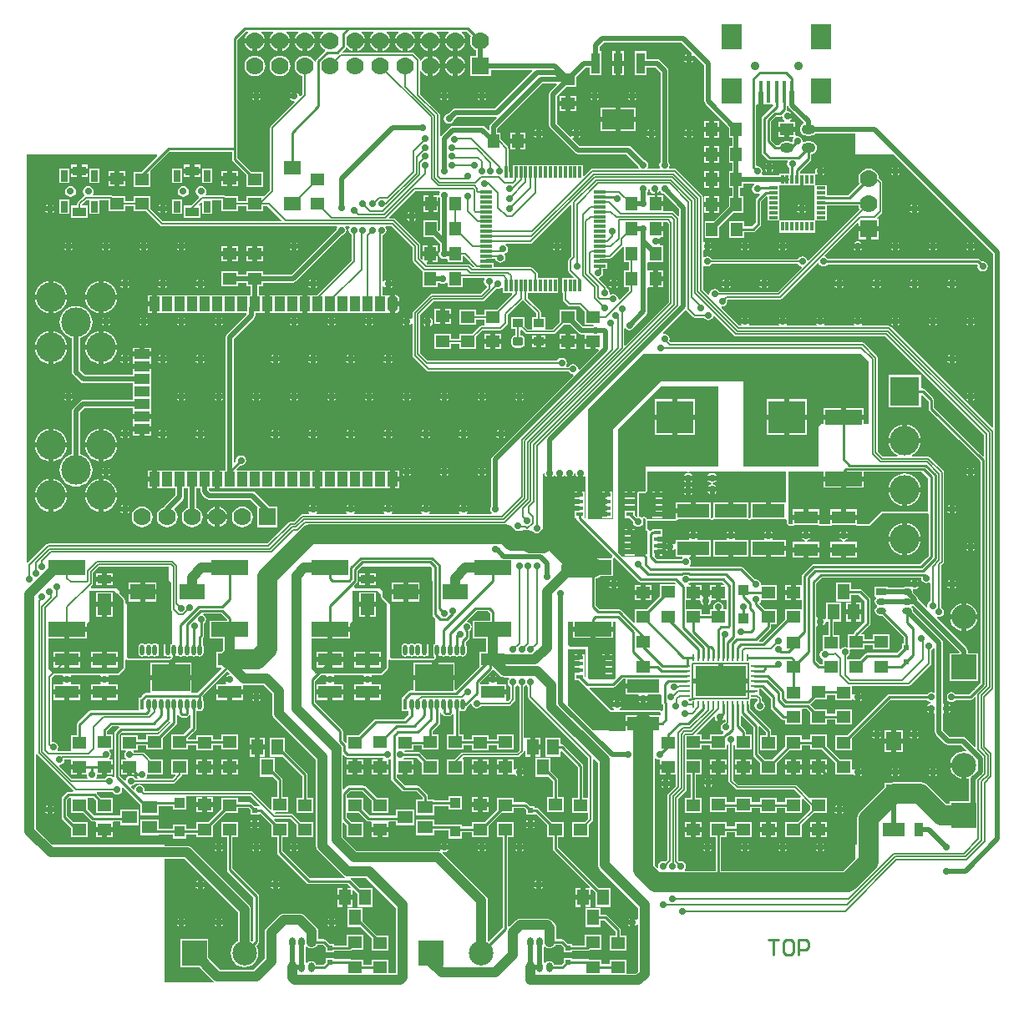
<source format=gtl>
%FSLAX25Y25*%
%MOIN*%
G70*
G01*
G75*
G04 Layer_Physical_Order=1*
G04 Layer_Color=255*
%ADD10R,0.20276X0.12402*%
%ADD11O,0.00984X0.02756*%
%ADD12R,0.00984X0.02756*%
%ADD13R,0.02756X0.00984*%
%ADD14R,0.15197X0.10787*%
%ADD15R,0.01772X0.04134*%
%ADD16O,0.01772X0.04134*%
%ADD17R,0.04000X0.06000*%
%ADD18R,0.06000X0.04000*%
G04:AMPARAMS|DCode=19|XSize=40mil|YSize=60mil|CornerRadius=10mil|HoleSize=0mil|Usage=FLASHONLY|Rotation=0.000|XOffset=0mil|YOffset=0mil|HoleType=Round|Shape=RoundedRectangle|*
%AMROUNDEDRECTD19*
21,1,0.04000,0.04000,0,0,0.0*
21,1,0.02000,0.06000,0,0,0.0*
1,1,0.02000,0.01000,-0.02000*
1,1,0.02000,-0.01000,-0.02000*
1,1,0.02000,-0.01000,0.02000*
1,1,0.02000,0.01000,0.02000*
%
%ADD19ROUNDEDRECTD19*%
%ADD20R,0.01181X0.03543*%
%ADD21R,0.03543X0.01181*%
%ADD22R,0.05512X0.04724*%
%ADD23R,0.12992X0.05512*%
%ADD24R,0.04724X0.05512*%
%ADD25R,0.09449X0.05118*%
G04:AMPARAMS|DCode=26|XSize=35.43mil|YSize=39.37mil|CornerRadius=8.86mil|HoleSize=0mil|Usage=FLASHONLY|Rotation=90.000|XOffset=0mil|YOffset=0mil|HoleType=Round|Shape=RoundedRectangle|*
%AMROUNDEDRECTD26*
21,1,0.03543,0.02165,0,0,90.0*
21,1,0.01772,0.03937,0,0,90.0*
1,1,0.01772,0.01083,0.00886*
1,1,0.01772,0.01083,-0.00886*
1,1,0.01772,-0.01083,-0.00886*
1,1,0.01772,-0.01083,0.00886*
%
%ADD26ROUNDEDRECTD26*%
%ADD27R,0.03937X0.03543*%
%ADD28R,0.02756X0.01654*%
%ADD29R,0.12598X0.08268*%
%ADD30R,0.03543X0.08268*%
%ADD31O,0.02717X0.03898*%
%ADD32R,0.02717X0.03898*%
%ADD33R,0.01181X0.04724*%
%ADD34R,0.04724X0.01181*%
%ADD35O,0.03898X0.02717*%
%ADD36R,0.03898X0.02717*%
%ADD37R,0.05000X0.06299*%
%ADD38R,0.07087X0.05512*%
%ADD39R,0.14567X0.05906*%
%ADD40R,0.08661X0.05512*%
%ADD41R,0.03543X0.05512*%
%ADD42R,0.09843X0.06299*%
%ADD43R,0.14764X0.12992*%
%ADD44R,0.05512X0.08661*%
%ADD45R,0.05512X0.03543*%
%ADD46R,0.06299X0.07500*%
%ADD47R,0.05512X0.03740*%
%ADD48R,0.02953X0.04528*%
%ADD49R,0.01772X0.09055*%
%ADD50R,0.07874X0.09843*%
%ADD51R,0.06299X0.05000*%
%ADD52R,0.04331X0.04331*%
%ADD53R,0.02362X0.01969*%
%ADD54O,0.05512X0.03937*%
%ADD55R,0.05512X0.04724*%
%ADD56C,0.00600*%
%ADD57C,0.01000*%
%ADD58C,0.02000*%
%ADD59C,0.03937*%
%ADD60C,0.07874*%
%ADD61R,0.06693X0.09331*%
%ADD62R,0.09843X0.09843*%
%ADD63C,0.09843*%
%ADD64C,0.11811*%
%ADD65C,0.02756*%
%ADD66C,0.03543*%
%ADD67C,0.07000*%
%ADD68R,0.07000X0.07000*%
%ADD69R,0.07000X0.07000*%
%ADD70R,0.09843X0.09843*%
%ADD71R,0.11811X0.11811*%
%ADD72C,0.02800*%
G36*
X84211Y128125D02*
X84823Y127514D01*
X84658Y126971D01*
X84220Y126884D01*
X83558Y126442D01*
X83263Y126000D01*
X85000D01*
Y124000D01*
X83263D01*
X83491Y123659D01*
X83324Y123159D01*
X79676D01*
Y121000D01*
X90324D01*
Y122755D01*
X90500Y122909D01*
X98427D01*
X101909Y119427D01*
Y111500D01*
X101998Y110829D01*
X102256Y110205D01*
X102668Y109668D01*
X119409Y92927D01*
Y58500D01*
X119498Y57829D01*
X119756Y57205D01*
X120168Y56668D01*
X130168Y46668D01*
X130705Y46256D01*
X131030Y46122D01*
X130931Y45622D01*
X116965D01*
X106122Y56465D01*
Y62195D01*
X108356D01*
Y68120D01*
X103624D01*
X102661Y69082D01*
X102868Y69582D01*
X109120D01*
X111644Y67058D01*
Y62038D01*
X118356D01*
Y67962D01*
X113336D01*
X110149Y71149D01*
X109851Y71348D01*
X109500Y71418D01*
X103198D01*
X103115Y71538D01*
X103378Y72038D01*
X108356D01*
Y77962D01*
X106122D01*
Y85000D01*
X106122Y85000D01*
X106036Y85429D01*
X105793Y85793D01*
X105793Y85793D01*
X103100Y88486D01*
Y93750D01*
X96900D01*
Y86250D01*
X102164D01*
X103878Y84535D01*
Y77962D01*
X101644D01*
Y73307D01*
X101182Y73116D01*
X94149Y80149D01*
X93851Y80348D01*
X93500Y80418D01*
X51317D01*
X51000Y80804D01*
X51039Y81000D01*
X50884Y81780D01*
X50442Y82442D01*
X49780Y82884D01*
X49000Y83039D01*
X48220Y82884D01*
X47558Y82442D01*
X47116Y81780D01*
X47016Y81277D01*
X46473Y81113D01*
X45613Y81973D01*
X45777Y82516D01*
X46280Y82616D01*
X46942Y83058D01*
X47292Y83582D01*
X62500D01*
X62851Y83652D01*
X63149Y83851D01*
X65649Y86351D01*
X65848Y86649D01*
X65859Y86707D01*
X65918Y87000D01*
Y87195D01*
X68356D01*
Y93120D01*
X61644D01*
Y87195D01*
X63244D01*
X63436Y86733D01*
X62120Y85418D01*
X51949D01*
X51682Y85918D01*
X51884Y86220D01*
X52039Y87000D01*
X52200Y87195D01*
X58356D01*
Y93120D01*
X53335D01*
X50806Y95649D01*
X50509Y95848D01*
X50157Y95918D01*
X46792D01*
X46483Y96380D01*
X46617Y96880D01*
X48356D01*
Y98721D01*
X51644D01*
Y97038D01*
X58356D01*
Y101770D01*
X63588Y107002D01*
X63588Y107002D01*
X63832Y107366D01*
X63917Y107795D01*
X63917Y107795D01*
Y110917D01*
X64417Y111069D01*
X64561Y110853D01*
X65207Y110207D01*
X65207Y110207D01*
X65571Y109964D01*
X66000Y109878D01*
X67500D01*
X67500Y109878D01*
X67929Y109964D01*
X68293Y110207D01*
X68706Y110620D01*
X68707Y110620D01*
X68851Y110837D01*
X69351Y110685D01*
Y105937D01*
X66376Y102962D01*
X61644D01*
Y97038D01*
X68356D01*
Y98878D01*
X71644D01*
Y96880D01*
X78356D01*
Y98878D01*
X81644D01*
Y97038D01*
X88356D01*
Y102962D01*
X81644D01*
Y101122D01*
X78356D01*
Y102805D01*
X71644D01*
Y101122D01*
X68356D01*
Y101770D01*
X71266Y104679D01*
X71266Y104679D01*
X71509Y105043D01*
X71594Y105473D01*
X71594Y105473D01*
Y112437D01*
X71654Y112488D01*
X72094Y112658D01*
X72452Y112419D01*
X73032Y112304D01*
X73611Y112419D01*
X74103Y112748D01*
X74431Y113239D01*
X74546Y113819D01*
Y116181D01*
X74431Y116761D01*
X74153Y117177D01*
Y117968D01*
X74153Y117968D01*
X74068Y118398D01*
X74034Y118448D01*
X83711Y128125D01*
X84211D01*
D02*
G37*
G36*
X221382Y314431D02*
Y294180D01*
X220351Y293149D01*
X220152Y292851D01*
X220082Y292500D01*
Y288500D01*
X220152Y288149D01*
X220351Y287851D01*
X222416Y285786D01*
X222225Y285324D01*
X217668D01*
Y282362D01*
Y279400D01*
X217941D01*
Y276642D01*
X218010Y276290D01*
X218209Y275993D01*
X219851Y274351D01*
X220149Y274152D01*
X220500Y274082D01*
X224620D01*
X226644Y272058D01*
Y266880D01*
X230051D01*
X230132Y266380D01*
X229832Y266131D01*
X226018D01*
X223356Y268794D01*
Y272805D01*
X216644D01*
Y267784D01*
X213777Y264918D01*
X211257D01*
X210836Y265109D01*
Y269852D01*
X209185D01*
Y271732D01*
X209116Y272083D01*
X208917Y272381D01*
X204028Y277270D01*
Y279400D01*
X216112D01*
Y282362D01*
Y285324D01*
X207965D01*
Y286953D01*
X207907Y287246D01*
X207895Y287304D01*
X207696Y287602D01*
X205949Y289349D01*
X205651Y289548D01*
X205300Y289618D01*
X190324D01*
Y291014D01*
Y291427D01*
X187362D01*
Y292982D01*
X190324D01*
Y292983D01*
Y293255D01*
X191009D01*
X191116Y292720D01*
X191558Y292058D01*
X192220Y291616D01*
X193000Y291461D01*
X193780Y291616D01*
X194442Y292058D01*
X194884Y292720D01*
X195039Y293500D01*
X194884Y294280D01*
X194680Y294586D01*
X194780Y295116D01*
X195442Y295558D01*
X195884Y296220D01*
X196039Y297000D01*
X195884Y297780D01*
X195442Y298442D01*
X195114Y298661D01*
X195266Y299161D01*
X205079D01*
X205430Y299231D01*
X205728Y299430D01*
X220920Y314623D01*
X221382Y314431D01*
D02*
G37*
G36*
X61368Y108207D02*
X61436Y108159D01*
X61463Y108049D01*
X56376Y102962D01*
X51644D01*
Y100964D01*
X48356D01*
Y102805D01*
X41644D01*
Y96880D01*
X43383D01*
X43517Y96380D01*
X43116Y95780D01*
X42961Y95000D01*
X43116Y94220D01*
X43558Y93558D01*
X43702Y93462D01*
X43550Y92962D01*
X41644D01*
Y91000D01*
X45000D01*
Y90000D01*
X46000D01*
Y87038D01*
X47930D01*
X47961Y87000D01*
X48116Y86220D01*
X48318Y85918D01*
X48051Y85418D01*
X47292D01*
X46942Y85942D01*
X46280Y86384D01*
X45500Y86539D01*
X44720Y86384D01*
X44058Y85942D01*
X43616Y85280D01*
X43516Y84777D01*
X42973Y84613D01*
X41122Y86465D01*
Y103035D01*
X41965Y103878D01*
X56000D01*
X56000Y103878D01*
X56429Y103964D01*
X56793Y104207D01*
X60886Y108299D01*
X61368Y108207D01*
D02*
G37*
G36*
X269316Y375377D02*
X269150Y375175D01*
Y374150D01*
X270175D01*
X270377Y374316D01*
X274369Y370324D01*
Y355968D01*
X274493Y355344D01*
X274847Y354815D01*
X284164Y345498D01*
Y341487D01*
X285495D01*
Y338198D01*
X284164D01*
Y331487D01*
X285495D01*
Y328198D01*
X284164D01*
Y321487D01*
X285495D01*
Y318198D01*
X284164D01*
Y314187D01*
X278175Y308198D01*
X274479D01*
Y301487D01*
X280403D01*
Y305813D01*
X286077Y311487D01*
X290088D01*
Y318198D01*
X288757D01*
Y321487D01*
X290088D01*
Y323211D01*
X294309D01*
X294461Y322711D01*
X294058Y322442D01*
X293616Y321780D01*
X293461Y321000D01*
X293616Y320220D01*
X294058Y319558D01*
X294720Y319116D01*
X295500Y318961D01*
X296280Y319116D01*
X296408Y319201D01*
X296727Y318813D01*
X295207Y317293D01*
X294964Y316929D01*
X294878Y316500D01*
X294879Y316500D01*
Y307465D01*
X293378Y305964D01*
X290246D01*
Y308198D01*
X284321D01*
Y301487D01*
X290246D01*
Y303721D01*
X293843D01*
X293843Y303721D01*
X294272Y303806D01*
X294636Y304049D01*
X296793Y306207D01*
X296793Y306207D01*
X297036Y306571D01*
X297122Y307000D01*
X297122Y307000D01*
Y316035D01*
X299058Y317971D01*
X299557Y317764D01*
Y316172D01*
Y314203D01*
Y312235D01*
Y310266D01*
Y308298D01*
X304282D01*
Y303573D01*
X318474D01*
Y308298D01*
X323198D01*
Y310266D01*
Y312235D01*
Y314203D01*
Y314272D01*
X335960D01*
X336005Y313930D01*
X336419Y312932D01*
X336512Y312810D01*
X315991Y292289D01*
X315449Y292454D01*
X315384Y292780D01*
X314942Y293442D01*
X314280Y293884D01*
X313500Y294039D01*
X312720Y293884D01*
X312058Y293442D01*
X311708Y292918D01*
X277292D01*
X276942Y293442D01*
X276280Y293884D01*
X275500Y294039D01*
X274720Y293884D01*
X274318Y293615D01*
X273818Y293883D01*
Y296460D01*
X274318Y296634D01*
X274650Y296412D01*
Y298150D01*
Y299887D01*
X274318Y299665D01*
X273818Y299839D01*
Y317691D01*
X273748Y318042D01*
X273549Y318340D01*
X263140Y328749D01*
X262842Y328948D01*
X262491Y329018D01*
X260516D01*
X260249Y329518D01*
X260384Y329720D01*
X260539Y330500D01*
X260384Y331280D01*
X260131Y331658D01*
Y368220D01*
X260007Y368845D01*
X259653Y369374D01*
X256653Y372374D01*
X256124Y372728D01*
X255500Y372852D01*
X251427D01*
Y375954D01*
X246684D01*
Y366487D01*
X251427D01*
Y369589D01*
X254824D01*
X256869Y367545D01*
Y331658D01*
X256616Y331280D01*
X256461Y330500D01*
X256616Y329720D01*
X256751Y329518D01*
X256484Y329018D01*
X252016D01*
X251749Y329518D01*
X251884Y329720D01*
X252039Y330500D01*
X251884Y331280D01*
X251442Y331942D01*
X250780Y332384D01*
X250334Y332473D01*
X245153Y337653D01*
X244624Y338007D01*
X244000Y338131D01*
X224676D01*
X221687Y341120D01*
X222006Y341509D01*
X222150Y341412D01*
Y342150D01*
X221412D01*
X221509Y342005D01*
X221120Y341687D01*
X215631Y347176D01*
Y358167D01*
X219345Y361880D01*
X223356D01*
Y365891D01*
X227054Y369589D01*
X228573D01*
Y366487D01*
X233316D01*
Y375954D01*
X232576D01*
Y377769D01*
X234176Y379369D01*
X265324D01*
X269316Y375377D01*
D02*
G37*
G36*
X278326Y110055D02*
X278468Y109963D01*
X278616Y109220D01*
X279058Y108558D01*
X279500Y108263D01*
Y110000D01*
X281500D01*
Y108263D01*
X281942Y108558D01*
X282362Y109187D01*
X282398Y109192D01*
X282862Y108900D01*
Y108160D01*
X282677Y107975D01*
X282220Y107884D01*
X281558Y107442D01*
X281116Y106780D01*
X280961Y106000D01*
X281116Y105220D01*
X281558Y104558D01*
X281982Y104275D01*
X282086Y103672D01*
X281376Y102962D01*
X276644D01*
Y101122D01*
X273356D01*
Y102962D01*
X271413D01*
X271222Y103424D01*
X277989Y110191D01*
X278326Y110055D01*
D02*
G37*
G36*
X292235Y131446D02*
X292235Y131446D01*
X292235Y131446D01*
Y129262D01*
Y127294D01*
Y125325D01*
Y123357D01*
Y121388D01*
Y119420D01*
Y117451D01*
X292235Y117451D01*
X292235D01*
X292170Y116978D01*
X270876D01*
X270876Y116978D01*
X270376Y116925D01*
X270000Y116999D01*
X269574Y116915D01*
X269213Y116673D01*
X269004Y116361D01*
X268779Y116324D01*
X268468Y116344D01*
X268068Y116942D01*
X268054Y116951D01*
X268206Y117451D01*
X269419D01*
Y119420D01*
Y121388D01*
Y123357D01*
Y125325D01*
Y127294D01*
Y129262D01*
Y131446D01*
X269419Y131446D01*
X269419D01*
X269483Y131920D01*
X292170D01*
X292235Y131446D01*
D02*
G37*
G36*
X242904Y123480D02*
X250000D01*
Y121480D01*
X242904D01*
Y119124D01*
X248079D01*
X248346Y118624D01*
X248263Y118500D01*
X251737D01*
X251654Y118624D01*
X251921Y119124D01*
X257096D01*
X257379Y118741D01*
Y115964D01*
X257378Y115964D01*
X257464Y115535D01*
X257707Y115171D01*
X257878Y115000D01*
Y112724D01*
X257406Y112381D01*
X257231Y112407D01*
X257193Y112445D01*
X257036Y112510D01*
X256901Y112613D01*
X256849Y112627D01*
X256776Y112618D01*
X256734Y112636D01*
X256724Y112632D01*
X256681Y112649D01*
X240677D01*
X240612Y112736D01*
X240727Y113415D01*
X240942Y113558D01*
X241237Y114000D01*
X237763D01*
X238058Y113558D01*
X238273Y113415D01*
X238388Y112736D01*
X238323Y112649D01*
X237269D01*
X230459Y119459D01*
X230459Y119459D01*
X230459Y119459D01*
X230459D01*
X230459Y119459D01*
X228540Y121378D01*
X228540Y121379D01*
X228540Y121379D01*
X228559Y121554D01*
X228693Y121878D01*
X238000D01*
X238000Y121878D01*
X238429Y121964D01*
X238793Y122207D01*
X241882Y125296D01*
X242904D01*
Y123480D01*
D02*
G37*
G36*
X192660Y126668D02*
X193197Y126256D01*
X193822Y125998D01*
X194492Y125909D01*
X196358D01*
X196499Y125581D01*
X196536Y125409D01*
X196116Y124780D01*
X195961Y124000D01*
X196116Y123220D01*
X196558Y122558D01*
X197082Y122208D01*
Y117380D01*
X196120Y116418D01*
X195510D01*
X195324Y116841D01*
X195324Y116841D01*
X195324D01*
X195324Y116841D01*
Y119000D01*
X190000D01*
Y121000D01*
X195324D01*
Y123159D01*
X191676D01*
X191509Y123659D01*
X191737Y124000D01*
X188263D01*
X188491Y123659D01*
X188324Y123159D01*
X184920D01*
X184745Y123659D01*
X189785Y128699D01*
X189785Y128699D01*
X189840Y128781D01*
X190461Y128868D01*
X192660Y126668D01*
D02*
G37*
G36*
X312058Y290558D02*
X312720Y290116D01*
X313046Y290051D01*
X313211Y289509D01*
X303620Y279918D01*
X280292D01*
X279942Y280442D01*
X279280Y280884D01*
X278500Y281039D01*
X277720Y280884D01*
X277058Y280442D01*
X276616Y279780D01*
X276461Y279000D01*
X276476Y278923D01*
X276015Y278676D01*
X273818Y280874D01*
Y290117D01*
X274318Y290385D01*
X274720Y290116D01*
X275500Y289961D01*
X276280Y290116D01*
X276942Y290558D01*
X277292Y291082D01*
X311708D01*
X312058Y290558D01*
D02*
G37*
G36*
X366369Y137533D02*
Y120021D01*
X365928Y119785D01*
X365780Y119884D01*
X365000Y120039D01*
X364220Y119884D01*
X363558Y119442D01*
X363344Y119122D01*
X348158D01*
X347728Y119036D01*
X347364Y118793D01*
X347364Y118793D01*
X331376Y102805D01*
X326644D01*
Y96880D01*
X333356D01*
Y101612D01*
X348622Y116878D01*
X363344D01*
X363558Y116558D01*
X364220Y116116D01*
X364778Y116005D01*
Y115495D01*
X364220Y115384D01*
X363558Y114942D01*
X363263Y114500D01*
X365000D01*
Y113500D01*
X366000D01*
Y111676D01*
X366369Y111479D01*
Y104000D01*
X366493Y103376D01*
X366846Y102847D01*
X370346Y99347D01*
X370876Y98993D01*
X371500Y98869D01*
X376885D01*
X378923Y96831D01*
X378689Y96358D01*
X377953Y96455D01*
X376511Y96265D01*
X375168Y95709D01*
X374015Y94824D01*
X373130Y93670D01*
X372574Y92327D01*
X372516Y91886D01*
X377953D01*
Y90886D01*
X378953D01*
Y85449D01*
X379394Y85507D01*
X379653Y85614D01*
X380069Y85245D01*
Y76407D01*
X372431D01*
Y75462D01*
X371010D01*
X363874Y82598D01*
X362926Y83325D01*
X361822Y83782D01*
X360638Y83938D01*
X350000D01*
X348816Y83782D01*
X348646Y83712D01*
X346250D01*
Y82084D01*
X336764Y72598D01*
X336037Y71650D01*
X335580Y70547D01*
X335424Y69362D01*
Y59055D01*
X334646D01*
Y53352D01*
X329870Y48576D01*
X281121D01*
Y62195D01*
X283356D01*
Y64036D01*
X286644D01*
Y62195D01*
X293356D01*
Y68120D01*
X286644D01*
Y66279D01*
X283356D01*
Y68120D01*
X276644D01*
Y62195D01*
X278878D01*
Y48576D01*
X266621D01*
X266475Y48969D01*
X266454Y49076D01*
X266884Y49720D01*
X267039Y50500D01*
X266884Y51280D01*
X266442Y51942D01*
X265780Y52384D01*
X265000Y52539D01*
X264382Y52416D01*
X263918Y52880D01*
Y77423D01*
X266993Y80498D01*
X267192Y80796D01*
X267262Y81147D01*
Y87195D01*
X268879D01*
Y77805D01*
X266644D01*
Y71880D01*
X273356D01*
Y77805D01*
X271122D01*
Y87195D01*
X273356D01*
Y93120D01*
X267262D01*
Y97038D01*
X273356D01*
Y98878D01*
X276644D01*
Y97038D01*
X283356D01*
Y98769D01*
X283856Y99050D01*
X284082Y98913D01*
Y84500D01*
X284152Y84149D01*
X284351Y83851D01*
X286851Y81351D01*
X287149Y81152D01*
X287207Y81141D01*
X287500Y81082D01*
X310120D01*
X312898Y78305D01*
X312690Y77805D01*
X306644D01*
Y75964D01*
X303356D01*
Y77805D01*
X296644D01*
Y75964D01*
X293356D01*
Y77962D01*
X286644D01*
Y75964D01*
X283356D01*
Y77962D01*
X276644D01*
Y72038D01*
X283356D01*
Y73721D01*
X286644D01*
Y72038D01*
X293356D01*
Y73721D01*
X296644D01*
Y71880D01*
X303356D01*
Y73721D01*
X306644D01*
Y71880D01*
X313356D01*
Y77139D01*
X313856Y77346D01*
X316644Y74558D01*
Y72942D01*
X311665Y67962D01*
X306644D01*
Y62038D01*
X313356D01*
Y67058D01*
X318178Y71880D01*
X323356D01*
Y77805D01*
X316644D01*
X316644Y77805D01*
Y77805D01*
X316184Y77614D01*
X311149Y82649D01*
X310851Y82848D01*
X310500Y82918D01*
X287880D01*
X285918Y84880D01*
Y98913D01*
X286144Y99050D01*
X286644Y98769D01*
Y97038D01*
X293356D01*
Y102962D01*
X291122D01*
Y104000D01*
X291122Y104000D01*
X291036Y104429D01*
X290793Y104793D01*
X290793Y104793D01*
X288838Y106748D01*
Y110369D01*
X289338Y110576D01*
X293879Y106035D01*
Y95000D01*
X293878Y95000D01*
X293964Y94571D01*
X294207Y94207D01*
X296644Y91770D01*
Y87038D01*
X303356D01*
Y91770D01*
X308466Y96880D01*
X313356D01*
Y98721D01*
X316644D01*
Y97038D01*
X321376D01*
X326644Y91770D01*
Y87038D01*
X333356D01*
Y87082D01*
X333856Y87234D01*
X334208Y86708D01*
X334650Y86412D01*
Y88150D01*
Y89887D01*
X334208Y89591D01*
X333856Y89065D01*
X333356Y89217D01*
Y92962D01*
X328624D01*
X323356Y98230D01*
Y102962D01*
X316644D01*
Y100964D01*
X313356D01*
Y102805D01*
X306644D01*
Y98230D01*
X301376Y92962D01*
X298624D01*
X296122Y95465D01*
Y106085D01*
X296621Y106292D01*
X298879Y104035D01*
Y102805D01*
X296644D01*
Y96880D01*
X303356D01*
Y102805D01*
X301121D01*
Y104500D01*
X301036Y104929D01*
X300793Y105293D01*
X300793Y105293D01*
X292775Y113311D01*
Y115000D01*
X292746Y115148D01*
Y116978D01*
X292746Y116978D01*
X292746D01*
X292810Y117451D01*
X295251D01*
X295582Y117120D01*
Y116292D01*
X295058Y115942D01*
X294616Y115280D01*
X294461Y114500D01*
X294616Y113720D01*
X295058Y113058D01*
X295720Y112616D01*
X296500Y112461D01*
X297280Y112616D01*
X297942Y113058D01*
X298384Y113720D01*
X298539Y114500D01*
X298384Y115280D01*
X297942Y115942D01*
X297418Y116292D01*
Y117500D01*
X297348Y117851D01*
X297149Y118149D01*
X296191Y119107D01*
Y119420D01*
Y121359D01*
X297055D01*
X300879Y117535D01*
Y114000D01*
X300878Y114000D01*
X300964Y113571D01*
X301207Y113207D01*
X305207Y109207D01*
X305207Y109207D01*
X305571Y108964D01*
X306000Y108878D01*
X306644D01*
Y107038D01*
X313356D01*
Y112962D01*
X313725Y113278D01*
X315293D01*
X316644Y111927D01*
Y107195D01*
X323356D01*
Y109036D01*
X326644D01*
Y107038D01*
X333356D01*
Y112962D01*
X326644D01*
Y111279D01*
X323356D01*
Y113120D01*
X318624D01*
X316770Y114973D01*
X316793Y115207D01*
X318624Y117038D01*
X323356D01*
Y118878D01*
X326644D01*
Y116880D01*
X333356D01*
Y117083D01*
X333856Y117234D01*
X334208Y116708D01*
X334650Y116412D01*
Y118150D01*
Y119887D01*
X334208Y119591D01*
X333856Y119065D01*
X333356Y119217D01*
Y122582D01*
X356000D01*
X356351Y122652D01*
X356649Y122851D01*
X364649Y130851D01*
X364848Y131149D01*
X364918Y131500D01*
Y136708D01*
X365442Y137058D01*
X365869Y137697D01*
X365906Y137704D01*
X366369Y137533D01*
D02*
G37*
G36*
X8151Y95051D02*
X22581Y80622D01*
X22374Y80122D01*
X20500D01*
X20500Y80122D01*
X20071Y80036D01*
X19707Y79793D01*
X18207Y78293D01*
X17964Y77929D01*
X17878Y77500D01*
X17878Y77500D01*
Y70000D01*
X17878Y70000D01*
X17964Y69571D01*
X18207Y69207D01*
X21644Y65770D01*
Y62038D01*
X28356D01*
Y67962D01*
X22624D01*
X20121Y70465D01*
Y77035D01*
X20965Y77878D01*
X21175D01*
X21644Y77805D01*
X21644Y77378D01*
Y71880D01*
X26376D01*
X29549Y68707D01*
X29550Y68707D01*
X29913Y68464D01*
X30343Y68378D01*
X31442D01*
X31644Y67962D01*
X31644Y67878D01*
Y66000D01*
X38356D01*
Y67878D01*
X38356Y67962D01*
X38558Y68378D01*
X41250D01*
Y66900D01*
X48750D01*
Y73100D01*
X41250D01*
Y70622D01*
X30807D01*
X28356Y73073D01*
Y77378D01*
X28356Y77805D01*
X28825Y77878D01*
X30378D01*
X31644Y76612D01*
Y71880D01*
X38356D01*
Y77805D01*
X33624D01*
X31846Y79582D01*
X32053Y80082D01*
X38208D01*
X38558Y79558D01*
X39220Y79116D01*
X40000Y78961D01*
X40780Y79116D01*
X41442Y79558D01*
X41884Y80220D01*
X42039Y81000D01*
X41884Y81780D01*
X41798Y81908D01*
X42187Y82227D01*
X49250Y75164D01*
Y70900D01*
X56750D01*
Y74587D01*
X62235D01*
Y72943D01*
X67765D01*
Y78474D01*
X68221Y78582D01*
X93120D01*
X96919Y74783D01*
X96655Y74340D01*
X95002D01*
X93706Y75636D01*
X93343Y75879D01*
X92913Y75964D01*
X92913Y75964D01*
X88356D01*
Y77805D01*
X81644D01*
Y73388D01*
X76376Y68120D01*
X71644D01*
Y65413D01*
X67765D01*
Y67057D01*
X62235D01*
Y65413D01*
X56750D01*
Y69100D01*
X49250D01*
Y62900D01*
X56750D01*
Y63170D01*
X62235D01*
Y61526D01*
X67765D01*
Y63170D01*
X71644D01*
Y62195D01*
X78356D01*
Y66927D01*
X83309Y71880D01*
X88356D01*
Y73721D01*
X92449D01*
X93219Y72951D01*
Y71172D01*
X96781D01*
Y71172D01*
X97281Y71290D01*
X101644Y66927D01*
Y62195D01*
X103878D01*
Y56000D01*
X103878Y56000D01*
X103964Y55571D01*
X104207Y55207D01*
X115707Y43707D01*
X115707Y43707D01*
X116071Y43464D01*
X116500Y43378D01*
X116500Y43378D01*
X132035D01*
X133202Y42211D01*
X133011Y41750D01*
X132000D01*
Y39000D01*
X134100D01*
Y40661D01*
X134562Y40852D01*
X135900Y39514D01*
Y34250D01*
X142100D01*
Y41750D01*
X136837D01*
X133293Y45293D01*
X133119Y45409D01*
X133271Y45909D01*
X139427D01*
X151409Y33927D01*
Y7660D01*
X148356D01*
Y12962D01*
X141644D01*
Y11122D01*
X138356D01*
Y13120D01*
X133583D01*
X133343Y13280D01*
X132913Y13366D01*
X132913Y13366D01*
X126781D01*
Y13828D01*
X123219D01*
Y12049D01*
X122291Y11122D01*
X119371D01*
X119325Y11355D01*
X118892Y12002D01*
X118244Y12435D01*
X117480Y12587D01*
X116716Y12435D01*
X116068Y12002D01*
X115911Y11767D01*
X115827Y11752D01*
X115372Y12041D01*
Y18148D01*
X115712Y18307D01*
X115872Y18337D01*
X116372Y17953D01*
X116524Y17890D01*
X116716Y17762D01*
X116943Y17717D01*
X116996Y17695D01*
X117167Y17672D01*
X117480Y17610D01*
X117544Y17622D01*
X117667Y17606D01*
X118337Y17695D01*
X118962Y17953D01*
X119499Y18365D01*
X119911Y18902D01*
X119983Y19075D01*
X122095D01*
X123219Y17951D01*
Y16172D01*
X126781D01*
Y16634D01*
X132756D01*
X132756Y16634D01*
X133185Y16720D01*
X133549Y16963D01*
X133624Y17038D01*
X138356D01*
Y22962D01*
X131644D01*
Y18878D01*
X126781D01*
Y19340D01*
X125002D01*
X123352Y20990D01*
X122988Y21233D01*
X122559Y21318D01*
X122559Y21318D01*
X120258D01*
Y24333D01*
X120169Y25004D01*
X119911Y25628D01*
X119499Y26165D01*
X114832Y30832D01*
X114295Y31244D01*
X113671Y31502D01*
X113000Y31591D01*
X106500D01*
X105830Y31502D01*
X105205Y31244D01*
X104668Y30832D01*
X99668Y25832D01*
X99256Y25295D01*
X98998Y24670D01*
X98909Y24000D01*
Y13573D01*
X94427Y9091D01*
X81187D01*
X76387Y13891D01*
Y21269D01*
X65345D01*
Y10227D01*
X72724D01*
X78282Y4668D01*
X78584Y4437D01*
X78414Y3937D01*
X59055D01*
Y53409D01*
X66927D01*
X88275Y32061D01*
Y20651D01*
X88082Y20571D01*
X86928Y19686D01*
X86043Y18532D01*
X85487Y17189D01*
X85297Y15748D01*
X85487Y14307D01*
X86043Y12964D01*
X86928Y11810D01*
X88082Y10925D01*
X89425Y10369D01*
X90866Y10179D01*
X92308Y10369D01*
X93651Y10925D01*
X94804Y11810D01*
X95689Y12964D01*
X96245Y14307D01*
X96435Y15748D01*
X96245Y17189D01*
X95689Y18532D01*
X95493Y18788D01*
X96293Y19589D01*
X96293Y19589D01*
X96536Y19953D01*
X96622Y20382D01*
X96622Y20382D01*
Y38500D01*
X96536Y38929D01*
X96293Y39293D01*
X96293Y39293D01*
X86122Y49465D01*
Y62038D01*
X88356D01*
Y67962D01*
X81644D01*
Y62038D01*
X83878D01*
Y49000D01*
X83878Y49000D01*
X83964Y48571D01*
X84207Y48207D01*
X94378Y38035D01*
Y20846D01*
X93906Y20374D01*
X93651Y20571D01*
X93457Y20651D01*
Y33134D01*
X93369Y33804D01*
X93110Y34429D01*
X92698Y34966D01*
X69832Y57832D01*
X69295Y58244D01*
X68670Y58502D01*
X68000Y58591D01*
X59055D01*
Y59055D01*
X14109D01*
X7591Y65573D01*
Y94990D01*
X8091Y95142D01*
X8151Y95051D01*
D02*
G37*
G36*
X21644Y92962D02*
Y91000D01*
X25000D01*
Y90000D01*
X26000D01*
Y87038D01*
X27930D01*
X27961Y87000D01*
X28116Y86220D01*
X28318Y85918D01*
X28051Y85418D01*
X22077D01*
X17006Y90489D01*
X17201Y91001D01*
X17780Y91116D01*
X18442Y91558D01*
X18884Y92220D01*
X19039Y93000D01*
X19107Y93082D01*
X21194D01*
X21644Y92962D01*
D02*
G37*
G36*
X215600Y362749D02*
X212846Y359996D01*
X212493Y359467D01*
X212369Y358842D01*
Y346500D01*
X212493Y345876D01*
X212846Y345346D01*
X222847Y335347D01*
X223376Y334993D01*
X224000Y334869D01*
X224000Y334869D01*
X243324D01*
X248027Y330166D01*
X248116Y329720D01*
X248251Y329518D01*
X247984Y329018D01*
X229706D01*
X229355Y328948D01*
X229057Y328749D01*
X226416Y326108D01*
X225954Y326299D01*
Y330600D01*
X197983D01*
Y327638D01*
X196427D01*
Y330600D01*
X196154D01*
Y337264D01*
X196096Y337557D01*
X196084Y337615D01*
X195885Y337913D01*
X193149Y340649D01*
X193120Y340668D01*
Y343356D01*
X191789D01*
Y344982D01*
X210018Y363211D01*
X215408D01*
X215600Y362749D01*
D02*
G37*
G36*
X297850Y354715D02*
X298014D01*
X298336Y354715D01*
X298425D01*
X298514D01*
X298836Y354715D01*
X301164D01*
X301486Y354715D01*
X301528D01*
X301692Y354678D01*
X302028Y354232D01*
Y354214D01*
X301461Y353647D01*
X301408Y353636D01*
X301044Y353393D01*
X297607Y349956D01*
X297364Y349592D01*
X297278Y349163D01*
X297278Y349163D01*
Y335600D01*
X297278Y335600D01*
X297364Y335171D01*
X297607Y334807D01*
X299707Y332707D01*
X299707Y332707D01*
X300071Y332464D01*
X300500Y332378D01*
X300500Y332379D01*
X307485D01*
X307721Y331938D01*
X307616Y331780D01*
X307461Y331000D01*
X307616Y330220D01*
X308058Y329558D01*
X308288Y329404D01*
Y327214D01*
X304282D01*
Y326474D01*
X297487D01*
X297220Y326974D01*
X297384Y327220D01*
X297539Y328000D01*
X297384Y328780D01*
X296942Y329442D01*
X296280Y329884D01*
X295500Y330039D01*
X295122Y330474D01*
Y354316D01*
X295365Y354715D01*
X295850D01*
Y359842D01*
X297850D01*
Y354715D01*
D02*
G37*
G36*
X307942Y353927D02*
X308295Y353398D01*
X314006Y347687D01*
X313889Y347097D01*
X313862Y347086D01*
X313326Y346674D01*
X312914Y346138D01*
X312655Y345513D01*
X312567Y344843D01*
X312655Y344172D01*
X312914Y343547D01*
X313326Y343011D01*
X313862Y342599D01*
X314487Y342340D01*
X315158Y342252D01*
X316732D01*
X317403Y342340D01*
X318028Y342599D01*
X318564Y343011D01*
X318718Y343211D01*
X334646D01*
Y334646D01*
X350047D01*
X389643Y295050D01*
Y225808D01*
X389181Y225617D01*
X348749Y266049D01*
X348451Y266248D01*
X348100Y266318D01*
X337339D01*
X337165Y266818D01*
X337387Y267150D01*
X333912D01*
X334134Y266818D01*
X333960Y266318D01*
X322339D01*
X322165Y266818D01*
X322387Y267150D01*
X318912D01*
X319134Y266818D01*
X318960Y266318D01*
X307339D01*
X307165Y266818D01*
X307387Y267150D01*
X303912D01*
X304134Y266818D01*
X303960Y266318D01*
X292339D01*
X292165Y266818D01*
X292387Y267150D01*
X288912D01*
X289134Y266818D01*
X288960Y266318D01*
X288374D01*
X281176Y273515D01*
X281423Y273976D01*
X281500Y273961D01*
X282280Y274116D01*
X282942Y274558D01*
X283384Y275220D01*
X283539Y276000D01*
X283444Y276480D01*
X283795Y276882D01*
X304497D01*
X304848Y276952D01*
X305146Y277151D01*
X319591Y291597D01*
X320070Y291452D01*
X320116Y291220D01*
X320558Y290558D01*
X321220Y290116D01*
X322000Y289961D01*
X322780Y290116D01*
X323442Y290558D01*
X323656Y290879D01*
X383035D01*
X383536Y290378D01*
X383461Y290000D01*
X383616Y289220D01*
X384058Y288558D01*
X384720Y288116D01*
X385500Y287961D01*
X386280Y288116D01*
X386942Y288558D01*
X387384Y289220D01*
X387539Y290000D01*
X387384Y290780D01*
X386942Y291442D01*
X386280Y291884D01*
X385500Y292039D01*
X385122Y291964D01*
X384293Y292793D01*
X383929Y293036D01*
X383500Y293122D01*
X383500Y293122D01*
X323656D01*
X323442Y293442D01*
X322780Y293884D01*
X322549Y293930D01*
X322403Y294409D01*
X335438Y307443D01*
X335900Y307252D01*
Y306000D01*
X344100D01*
Y309100D01*
X343605D01*
X343398Y309600D01*
X345149Y311351D01*
X345348Y311649D01*
X345418Y312000D01*
Y323500D01*
X345359Y323793D01*
X345348Y323851D01*
X345149Y324149D01*
X344149Y325149D01*
X344113Y325173D01*
X343994Y326070D01*
X343581Y327068D01*
X342924Y327924D01*
X342068Y328581D01*
X341070Y328994D01*
X340000Y329135D01*
X338930Y328994D01*
X337932Y328581D01*
X337076Y327924D01*
X336419Y327068D01*
X336005Y326070D01*
X335865Y325000D01*
X336005Y323930D01*
X336397Y322984D01*
X331898Y318484D01*
X323198D01*
Y320109D01*
Y322490D01*
X318828D01*
X318474Y322843D01*
Y326781D01*
X318474Y326781D01*
Y326781D01*
X318474Y326894D01*
Y326906D01*
X318500Y326914D01*
X318527Y326922D01*
X318543Y326927D01*
X318818Y327010D01*
X319189Y326735D01*
X319208Y326708D01*
X319650Y326412D01*
Y328150D01*
Y329887D01*
X319208Y329591D01*
X318766Y328930D01*
X318610Y328150D01*
X318653Y327934D01*
X318555Y327453D01*
X318333Y327234D01*
X318329Y327229D01*
X318320Y327220D01*
X318314Y327214D01*
X318271D01*
X318242Y327214D01*
X318122Y327214D01*
X318122Y327214D01*
X318102Y327214D01*
X312499D01*
Y327913D01*
X316738Y332152D01*
X316981Y332516D01*
X317066Y332945D01*
X317066Y332945D01*
Y334816D01*
X317403Y334860D01*
X318028Y335119D01*
X318564Y335530D01*
X318976Y336067D01*
X319235Y336692D01*
X319323Y337362D01*
X319235Y338033D01*
X318976Y338657D01*
X318564Y339194D01*
X318028Y339606D01*
X317403Y339865D01*
X316732Y339953D01*
X315158D01*
X314487Y339865D01*
X313980Y339655D01*
X313523Y339920D01*
X313539Y340000D01*
X313384Y340780D01*
X312942Y341442D01*
X312280Y341884D01*
X311500Y342039D01*
X311139Y341968D01*
X310639Y342378D01*
Y343843D01*
X308283D01*
Y341880D01*
X309814D01*
X309947Y341642D01*
X310017Y341380D01*
X309616Y340780D01*
X309481Y340100D01*
X309177Y339851D01*
X308999Y339758D01*
X308741Y339865D01*
X308071Y339953D01*
X306496D01*
X305826Y339865D01*
X305201Y339606D01*
X304664Y339194D01*
X304253Y338657D01*
X304181Y338484D01*
X303102D01*
X301121Y340465D01*
Y348035D01*
X302965Y349879D01*
X304500D01*
X304500Y349878D01*
X304929Y349964D01*
X304989Y350004D01*
X304993Y350004D01*
X305510Y349751D01*
X305616Y349220D01*
X306058Y348558D01*
X306437Y348305D01*
X306286Y347805D01*
X303928D01*
Y345843D01*
X310639D01*
Y347805D01*
X308714D01*
X308563Y348305D01*
X308942Y348558D01*
X309237Y349000D01*
X307500D01*
Y351000D01*
X309237D01*
X308942Y351442D01*
X308280Y351884D01*
X307690Y352001D01*
X307591Y352104D01*
X307393Y352425D01*
X307366Y352522D01*
X307421Y352799D01*
X307421Y352799D01*
Y353983D01*
X307921Y354032D01*
X307942Y353927D01*
D02*
G37*
G36*
X168885Y319682D02*
X168616Y319280D01*
X168493Y318662D01*
X168200Y318422D01*
X167980Y318356D01*
X166157D01*
Y316000D01*
X168120D01*
Y317551D01*
X168620Y317632D01*
X168869Y317332D01*
Y304430D01*
X168383Y304214D01*
X168120Y304424D01*
Y308356D01*
X162195D01*
Y301644D01*
X166206D01*
X168869Y298982D01*
Y296158D01*
X168616Y295780D01*
X168461Y295000D01*
X168616Y294220D01*
X169058Y293558D01*
X169720Y293116D01*
X170500Y292961D01*
X171280Y293116D01*
X171380Y293183D01*
X171880Y292916D01*
Y291644D01*
X177805D01*
Y294082D01*
X178620D01*
X182623Y290080D01*
X182431Y289618D01*
X181877D01*
X180846Y290649D01*
X180548Y290848D01*
X180197Y290918D01*
X163701D01*
X163524Y291144D01*
X163766Y291644D01*
X164000D01*
Y294000D01*
X162038D01*
Y293110D01*
X161576Y292919D01*
X161118Y293377D01*
Y298497D01*
X161059Y298790D01*
X161048Y298848D01*
X160849Y299146D01*
X151046Y308949D01*
X150748Y309148D01*
X150397Y309218D01*
X148669D01*
X148477Y309680D01*
X158980Y320182D01*
X168617D01*
X168885Y319682D01*
D02*
G37*
G36*
X203558Y122558D02*
X204082Y122208D01*
Y118000D01*
X204152Y117649D01*
X204351Y117351D01*
X228082Y93620D01*
Y77805D01*
X226121D01*
Y90500D01*
X226036Y90929D01*
X225793Y91293D01*
X225793Y91293D01*
X218293Y98793D01*
X217929Y99036D01*
X217500Y99122D01*
X217100Y99410D01*
Y101750D01*
X210900D01*
Y94250D01*
X217100D01*
Y96161D01*
X217562Y96352D01*
X223879Y90035D01*
Y77805D01*
X221644D01*
Y71880D01*
X228082D01*
Y69380D01*
X226664Y67962D01*
X221644D01*
Y62038D01*
X228356D01*
Y67058D01*
X229649Y68351D01*
X229848Y68649D01*
X229859Y68707D01*
X229918Y69000D01*
Y93265D01*
X230380Y93457D01*
X231909Y91927D01*
Y51000D01*
X231998Y50330D01*
X232256Y49705D01*
X232668Y49168D01*
X247909Y33927D01*
Y29268D01*
X247409Y29116D01*
X247092Y29592D01*
X246650Y29887D01*
Y28150D01*
Y26412D01*
X247092Y26708D01*
X247409Y27183D01*
X247909Y27032D01*
Y8573D01*
X246927Y7591D01*
X243356D01*
Y12962D01*
X236644D01*
Y11279D01*
X233356D01*
Y13120D01*
X228583D01*
X228343Y13280D01*
X227913Y13366D01*
X227913Y13366D01*
X221781D01*
Y13828D01*
X218219D01*
Y12049D01*
X217291Y11122D01*
X214371D01*
X214325Y11355D01*
X213892Y12002D01*
X213244Y12435D01*
X212480Y12587D01*
X211716Y12435D01*
X211069Y12002D01*
X210911Y11767D01*
X210827Y11752D01*
X210371Y12041D01*
Y18148D01*
X210712Y18307D01*
X210872Y18337D01*
X211372Y17953D01*
X211524Y17890D01*
X211716Y17762D01*
X211943Y17717D01*
X211996Y17695D01*
X212167Y17672D01*
X212480Y17610D01*
X212544Y17622D01*
X212667Y17606D01*
X213337Y17695D01*
X213962Y17953D01*
X214499Y18365D01*
X214911Y18902D01*
X214983Y19075D01*
X217094D01*
X218219Y17951D01*
Y16172D01*
X221781D01*
Y16634D01*
X227756D01*
X227756Y16634D01*
X228185Y16720D01*
X228549Y16963D01*
X228624Y17038D01*
X233356D01*
Y22962D01*
X226644D01*
Y18878D01*
X221781D01*
Y19340D01*
X220002D01*
X218352Y20990D01*
X217988Y21233D01*
X217559Y21318D01*
X217559Y21318D01*
X215258D01*
Y25833D01*
X215180Y26426D01*
X215169Y26504D01*
X214911Y27128D01*
X214499Y27665D01*
X213332Y28832D01*
X212795Y29244D01*
X212171Y29502D01*
X211500Y29591D01*
X201000D01*
X200329Y29502D01*
X199705Y29244D01*
X199168Y28832D01*
X196622Y26285D01*
X196122Y26492D01*
Y62038D01*
X198356D01*
Y67962D01*
X191644D01*
Y62038D01*
X193878D01*
Y25858D01*
X188395Y20374D01*
X188139Y20571D01*
X187945Y20651D01*
Y36646D01*
X187857Y37316D01*
X187598Y37941D01*
X187186Y38478D01*
X169918Y55746D01*
X170061Y56107D01*
X170147Y56211D01*
X170650Y56110D01*
X171430Y56266D01*
X172091Y56708D01*
X172387Y57150D01*
X168912D01*
X169103Y56865D01*
X168772Y56461D01*
X168670Y56502D01*
X168000Y56591D01*
X135573D01*
X130091Y62073D01*
Y67670D01*
X130553Y67861D01*
X131644Y66770D01*
Y62038D01*
X138356D01*
Y67962D01*
X133624D01*
X131690Y69896D01*
Y71880D01*
X136376D01*
X139549Y68707D01*
X139550Y68707D01*
X139913Y68464D01*
X140342Y68378D01*
X141442D01*
X141644Y67962D01*
X141644Y67878D01*
Y66000D01*
X148356D01*
Y67878D01*
X148356Y67962D01*
X148558Y68378D01*
X151250D01*
Y66900D01*
X158750D01*
Y73100D01*
X151250D01*
Y70622D01*
X140807D01*
X138356Y73073D01*
Y77805D01*
X131690D01*
Y79104D01*
X132965Y80378D01*
X137878D01*
X141644Y76612D01*
Y71880D01*
X148356D01*
Y77805D01*
X143624D01*
X139136Y82293D01*
X138772Y82536D01*
X138342Y82622D01*
X138342Y82622D01*
X132500D01*
X132071Y82536D01*
X131707Y82293D01*
X131707Y82293D01*
X130553Y81139D01*
X130091Y81330D01*
Y94670D01*
X130553Y94861D01*
X131207Y94207D01*
X131207Y94207D01*
X131571Y93964D01*
X132000Y93878D01*
X132000Y93878D01*
X146133D01*
X146325Y93620D01*
X146083Y93120D01*
X146000D01*
Y91158D01*
X148356D01*
Y93032D01*
X148780Y93116D01*
X148937Y93221D01*
X149378Y92985D01*
Y85500D01*
X149378Y85500D01*
X149464Y85071D01*
X149707Y84707D01*
X153707Y80707D01*
X153707Y80707D01*
X154071Y80464D01*
X154500Y80378D01*
X159535D01*
X161878Y78035D01*
Y77100D01*
X159250D01*
Y70900D01*
X166750D01*
Y74587D01*
X172235D01*
Y72943D01*
X177765D01*
Y78474D01*
X172235D01*
Y76830D01*
X166750D01*
Y77100D01*
X164122D01*
Y78500D01*
X164122Y78500D01*
X164036Y78929D01*
X163793Y79293D01*
X160793Y82293D01*
X160429Y82536D01*
X160000Y82622D01*
X160000Y82622D01*
X154965D01*
X151622Y85965D01*
Y86547D01*
X151644Y87038D01*
X154000D01*
Y90000D01*
X155000D01*
Y91000D01*
X158356D01*
Y92962D01*
X154450D01*
X154298Y93462D01*
X154442Y93558D01*
X154656Y93878D01*
X159693D01*
X161644Y91927D01*
Y87195D01*
X168356D01*
Y93120D01*
X163624D01*
X160951Y95793D01*
X160587Y96036D01*
X160158Y96122D01*
X160157Y96122D01*
X154867D01*
X154675Y96380D01*
X154917Y96880D01*
X158356D01*
Y98721D01*
X161644D01*
Y97038D01*
X168356D01*
Y102962D01*
X166122D01*
Y104535D01*
X168588Y107002D01*
X168588Y107002D01*
X168832Y107366D01*
X168917Y107795D01*
X168917Y107795D01*
Y111758D01*
X169417Y111807D01*
X169464Y111571D01*
X169707Y111207D01*
X170207Y110707D01*
X170207Y110707D01*
X170571Y110464D01*
X171000Y110378D01*
X171000Y110378D01*
X172500D01*
X172500Y110378D01*
X172929Y110464D01*
X173293Y110707D01*
X173706Y111120D01*
X173706Y111120D01*
X173851Y111337D01*
X174351Y111185D01*
Y102962D01*
X171644D01*
Y97038D01*
X178356D01*
Y98878D01*
X181644D01*
Y96880D01*
X188356D01*
Y98878D01*
X191644D01*
Y97038D01*
X198356D01*
Y102962D01*
X191644D01*
Y101122D01*
X188356D01*
Y102805D01*
X181644D01*
Y101122D01*
X178356D01*
Y102962D01*
X176594D01*
Y112437D01*
X176654Y112488D01*
X177094Y112658D01*
X177452Y112419D01*
X178032Y112304D01*
X178611Y112419D01*
X179103Y112748D01*
X179431Y113239D01*
X179546Y113819D01*
Y114042D01*
X179793Y114207D01*
X180973Y115387D01*
X181516Y115223D01*
X181616Y114720D01*
X182058Y114058D01*
X182720Y113616D01*
X183500Y113461D01*
X184280Y113616D01*
X184942Y114058D01*
X185292Y114582D01*
X196500D01*
X196851Y114652D01*
X197149Y114851D01*
X198649Y116351D01*
X198848Y116649D01*
X198918Y117000D01*
Y122208D01*
X199442Y122558D01*
X199500Y122645D01*
X200000D01*
X200058Y122558D01*
X200582Y122208D01*
Y96880D01*
X199620Y95918D01*
X178000D01*
X177649Y95848D01*
X177351Y95649D01*
X174822Y93120D01*
X171644D01*
Y87195D01*
X178356D01*
Y93120D01*
X178071D01*
X177879Y93582D01*
X178380Y94082D01*
X200000D01*
X200351Y94152D01*
X200649Y94351D01*
X202149Y95851D01*
X202348Y96149D01*
X202400Y96411D01*
X202900Y96362D01*
Y94250D01*
X205000D01*
Y98000D01*
Y101750D01*
X202918D01*
X202900Y101750D01*
X202418Y101792D01*
Y122208D01*
X202942Y122558D01*
X203000Y122645D01*
X203500D01*
X203558Y122558D01*
D02*
G37*
G36*
X314124Y322471D02*
X318455D01*
Y320109D01*
Y318140D01*
Y316172D01*
Y314203D01*
Y312235D01*
Y310266D01*
Y308317D01*
X304301D01*
Y310266D01*
Y312235D01*
Y314203D01*
Y316172D01*
Y318140D01*
Y320109D01*
Y322471D01*
X312569D01*
Y324843D01*
X314124D01*
Y322471D01*
D02*
G37*
G36*
X40835Y105878D02*
X40707Y105793D01*
X39207Y104293D01*
X38964Y103929D01*
X38878Y103500D01*
X38878Y103500D01*
Y86189D01*
X38631Y86049D01*
X38388Y85978D01*
X37780Y86384D01*
X37000Y86539D01*
X36220Y86384D01*
X35558Y85942D01*
X35208Y85418D01*
X31949D01*
X31682Y85918D01*
X31884Y86220D01*
X32039Y87000D01*
X32199Y87195D01*
X34000D01*
Y90158D01*
X35000D01*
Y91158D01*
X38356D01*
Y93120D01*
X37117D01*
X36983Y93620D01*
X37384Y94220D01*
X37539Y95000D01*
X37384Y95780D01*
X36942Y96442D01*
X36798Y96538D01*
X36950Y97038D01*
X38356D01*
Y102962D01*
X36122D01*
Y104535D01*
X37965Y106378D01*
X40683D01*
X40835Y105878D01*
D02*
G37*
G36*
X252616Y320220D02*
X253058Y319558D01*
X253720Y319116D01*
X254500Y318961D01*
X255280Y319116D01*
X255942Y319558D01*
X256200Y319944D01*
X256800D01*
X257058Y319558D01*
X257720Y319116D01*
X258166Y319027D01*
X264369Y312824D01*
Y310333D01*
X263869Y310126D01*
X262146Y311849D01*
X261848Y312048D01*
X261497Y312118D01*
X257962D01*
Y314000D01*
X255000D01*
Y316000D01*
X257962D01*
Y318356D01*
X252038D01*
X252038Y318356D01*
Y318356D01*
X252038Y318356D01*
X251631Y318582D01*
Y319842D01*
X251884Y320220D01*
X251995Y320778D01*
X252505D01*
X252616Y320220D01*
D02*
G37*
G36*
X227000Y129000D02*
Y126454D01*
X226500Y126186D01*
X226466Y126209D01*
Y127294D01*
Y129853D01*
Y132412D01*
Y135265D01*
X225488D01*
Y133839D01*
X224488D01*
Y132839D01*
X222510D01*
Y132412D01*
Y132280D01*
X224488D01*
Y130280D01*
X222510D01*
Y129853D01*
Y129720D01*
X224488D01*
Y127720D01*
X222510D01*
Y127294D01*
Y124735D01*
X224329D01*
X226856Y122207D01*
X226856Y122207D01*
X227000Y122111D01*
Y122000D01*
X228043Y120957D01*
X228043Y120957D01*
X228081Y120919D01*
X228081Y120919D01*
X230000Y119000D01*
X230000Y119000D01*
X230000D01*
Y119000D01*
X230000Y119000D01*
X237000Y112000D01*
X256681D01*
X256734Y111986D01*
X256772Y111948D01*
X256816Y111871D01*
X256951Y111768D01*
X257000Y111704D01*
Y110876D01*
X251000D01*
Y107520D01*
X250000D01*
Y106520D01*
X242904D01*
Y104814D01*
X242545Y104466D01*
X229982Y104871D01*
X220000Y114854D01*
Y137000D01*
X227000D01*
Y129000D01*
D02*
G37*
G36*
X363878Y191098D02*
Y174465D01*
X362829Y173415D01*
X361414Y172000D01*
X360535Y171122D01*
X318000D01*
X318000Y171122D01*
X317571Y171036D01*
X317207Y170793D01*
X317207Y170793D01*
X313607Y167193D01*
X313364Y166829D01*
X313278Y166400D01*
X313279Y166400D01*
Y162805D01*
X311000D01*
Y159843D01*
Y156880D01*
X313279D01*
Y152962D01*
X306644D01*
Y149230D01*
X297535Y140122D01*
X296415D01*
X296208Y140622D01*
X300793Y145207D01*
X300793Y145207D01*
X301036Y145571D01*
X301122Y146000D01*
X301121Y146000D01*
Y147038D01*
X303356D01*
Y152962D01*
X298624D01*
X296405Y155181D01*
X296442Y155558D01*
X296884Y156220D01*
X297015Y156880D01*
X303356D01*
Y162805D01*
X297199D01*
X297039Y163000D01*
X296884Y163780D01*
X296442Y164442D01*
X295780Y164884D01*
X295000Y165039D01*
X294622Y164964D01*
X289693Y169893D01*
X289329Y170136D01*
X288900Y170222D01*
X288900Y170222D01*
X268770D01*
X268551Y170722D01*
X268884Y171220D01*
X269039Y172000D01*
X268884Y172780D01*
X268442Y173442D01*
X268316Y173526D01*
X268468Y174026D01*
X269000D01*
Y177382D01*
X271000D01*
Y174026D01*
X277096D01*
Y180738D01*
X271794D01*
X271562Y181238D01*
X271737Y181500D01*
X268263D01*
X268438Y181238D01*
X268206Y180738D01*
X262904D01*
Y179276D01*
X262404Y179124D01*
X262091Y179592D01*
X261650Y179887D01*
Y178150D01*
Y176412D01*
X262091Y176708D01*
X262404Y177175D01*
X262904Y177024D01*
Y174026D01*
X265532D01*
X265684Y173526D01*
X265558Y173442D01*
X265344Y173122D01*
X255465D01*
X254489Y174097D01*
X254512Y174151D01*
Y176024D01*
X255512D01*
Y177024D01*
X257490D01*
Y177156D01*
Y177583D01*
X255512D01*
Y179583D01*
X257490D01*
Y179715D01*
Y180142D01*
X255512D01*
Y182142D01*
X257490D01*
Y182274D01*
Y185128D01*
X253534D01*
Y184789D01*
X253272Y184737D01*
X252908Y184494D01*
X252908Y184494D01*
X252686Y184272D01*
X252224Y184464D01*
Y184528D01*
X252034Y184987D01*
X251649Y185146D01*
Y188351D01*
X262775D01*
X262894Y188400D01*
X263023Y188400D01*
X263041Y188417D01*
X263065Y188419D01*
X263065Y188419D01*
X263065Y188419D01*
X263135Y188500D01*
X263234Y188541D01*
X263246Y188569D01*
X263246Y188569D01*
X263309Y188632D01*
X263330Y188650D01*
X263332Y188655D01*
X263335Y188658D01*
X263341Y188672D01*
X263363Y188681D01*
X263404Y188780D01*
X263447Y188818D01*
X263447Y188818D01*
X263449Y188840D01*
X263478Y188869D01*
X263478Y188898D01*
X263482Y188902D01*
X263977Y188987D01*
X276944D01*
X276982Y188950D01*
X277097Y188905D01*
X277184Y188818D01*
X277319Y188818D01*
X277445Y188769D01*
X277558Y188819D01*
X277681Y188819D01*
X278084Y188987D01*
X291944D01*
X291982Y188950D01*
X292097Y188905D01*
X292184Y188818D01*
X292319Y188818D01*
X292445Y188769D01*
X292558Y188819D01*
X292682Y188819D01*
X293084Y188987D01*
X307096D01*
X307351Y188592D01*
Y188592D01*
X307351Y188592D01*
X307351Y188130D01*
X307351Y188130D01*
X307351Y188130D01*
Y187576D01*
X307366Y187538D01*
Y187451D01*
X307400Y187369D01*
Y187327D01*
X307416Y187290D01*
X307421Y187249D01*
X307442Y187213D01*
X307453Y187126D01*
X307497Y187050D01*
X307497Y187050D01*
X307503Y187009D01*
X307537Y186950D01*
X307568Y186926D01*
X307613Y186849D01*
X307684Y186795D01*
X307704Y186760D01*
X307736Y186736D01*
X307736Y186736D01*
X307736Y186736D01*
X307760Y186704D01*
X307795Y186684D01*
X307850Y186613D01*
X307926Y186568D01*
X307950Y186537D01*
X308009Y186503D01*
X308050Y186497D01*
X308050Y186497D01*
X308125Y186453D01*
X308213Y186442D01*
X308249Y186421D01*
X308290Y186416D01*
X308327Y186400D01*
X308369D01*
X308451Y186366D01*
X308538D01*
X308576Y186351D01*
X309546D01*
X309666Y186400D01*
X309795D01*
X309924Y186453D01*
X310016Y186545D01*
X310135Y186594D01*
X310180Y186703D01*
X320004D01*
X320021Y186675D01*
X320044Y186657D01*
X320054Y186654D01*
X320070Y186617D01*
X320132Y186555D01*
X320240Y186510D01*
X320269Y186480D01*
X320280Y186476D01*
X320307Y186476D01*
X320423Y186387D01*
X320476Y186372D01*
X320548Y186382D01*
X320591Y186364D01*
X320600Y186368D01*
X320643Y186351D01*
X324546D01*
X324666Y186400D01*
X324795D01*
X324924Y186453D01*
X325015Y186545D01*
X325135Y186594D01*
X325180Y186703D01*
X335004D01*
X335021Y186675D01*
X335044Y186657D01*
X335054Y186654D01*
X335070Y186617D01*
X335132Y186555D01*
X335240Y186510D01*
X335269Y186480D01*
X335280Y186476D01*
X335307Y186476D01*
X335423Y186387D01*
X335476Y186372D01*
X335548Y186382D01*
X335591Y186364D01*
X335600Y186368D01*
X335643Y186351D01*
X339871D01*
X339990Y186400D01*
X340119Y186400D01*
X340220Y186442D01*
X340220Y186442D01*
X340340Y186491D01*
X340431Y186583D01*
X340551Y186632D01*
X340642Y186723D01*
X340642Y186723D01*
X342864Y188946D01*
X342864Y188946D01*
X345269Y191350D01*
X345269Y191350D01*
X363500D01*
X363878Y191098D01*
D02*
G37*
G36*
X280000Y242000D02*
Y210000D01*
X251000Y210000D01*
Y200924D01*
X250987Y200883D01*
X250989Y200844D01*
X250983Y200836D01*
X250983Y200836D01*
X250987Y200781D01*
X250988Y200758D01*
X250953Y200670D01*
X250953Y200661D01*
X250830Y200418D01*
X250830Y200418D01*
X250647Y200256D01*
X250646Y200255D01*
X250645Y200254D01*
X250640Y200253D01*
X250553Y200203D01*
X250530Y200193D01*
X250528Y200193D01*
X250462D01*
X250427Y200178D01*
X250427Y200178D01*
X250372Y200178D01*
X250371Y200178D01*
X250370D01*
X250369Y200177D01*
X250363D01*
X250362Y200177D01*
X248425D01*
X247966Y199987D01*
X247776Y199528D01*
Y190197D01*
X247669Y189997D01*
X247185Y189913D01*
X246466Y190632D01*
Y192156D01*
Y192583D01*
X242510D01*
Y192156D01*
Y189597D01*
X244329D01*
X245970Y187956D01*
X246116Y187220D01*
X246558Y186558D01*
X247220Y186116D01*
X248000Y185961D01*
X248780Y186116D01*
X249442Y186558D01*
X249884Y187220D01*
X250039Y188000D01*
X249887Y188763D01*
X249884Y188782D01*
X249884Y188784D01*
X249889Y188851D01*
X249939Y188992D01*
X250072Y189291D01*
X250108Y189327D01*
X250118Y189327D01*
X250166Y189349D01*
X250216Y189403D01*
X250216D01*
X250251Y189418D01*
X250251D01*
X250277Y189430D01*
X250384Y189431D01*
X250775Y189275D01*
X250857Y189195D01*
X251000Y188850D01*
Y188351D01*
Y188351D01*
Y185146D01*
Y185146D01*
Y174354D01*
X250646Y174000D01*
X241586Y174000D01*
X240000Y175586D01*
Y225000D01*
X257000Y242000D01*
X280000Y242000D01*
D02*
G37*
G36*
X260182Y307176D02*
Y275702D01*
X242880Y258399D01*
X242418Y258591D01*
Y265117D01*
X242918Y265268D01*
X243058Y265058D01*
X243720Y264616D01*
X244500Y264461D01*
X245280Y264616D01*
X245942Y265058D01*
X246384Y265720D01*
X246473Y266166D01*
X251153Y270847D01*
X251507Y271376D01*
X251631Y272000D01*
Y281418D01*
X252038Y281644D01*
X252131Y281644D01*
X254000D01*
Y285000D01*
Y288356D01*
X252131D01*
X252038Y288356D01*
X251631Y288582D01*
Y291418D01*
X252038Y291644D01*
Y291644D01*
X257962D01*
Y298356D01*
X256908D01*
X256641Y298856D01*
X256737Y299000D01*
X255000D01*
Y301000D01*
X256737D01*
X256641Y301144D01*
X256908Y301644D01*
X257962D01*
Y304000D01*
X255000D01*
Y306000D01*
X257962D01*
Y307738D01*
X259620D01*
X260182Y307176D01*
D02*
G37*
G36*
X282147Y163267D02*
X281956Y162805D01*
X281000D01*
Y159843D01*
Y156880D01*
X283278D01*
Y152962D01*
X282267D01*
X281932Y153462D01*
X282039Y154000D01*
X281884Y154780D01*
X281442Y155442D01*
X280780Y155884D01*
X280000Y156039D01*
X279220Y155884D01*
X278558Y155442D01*
X278116Y154780D01*
X277961Y154000D01*
X278068Y153462D01*
X277732Y152962D01*
X276644D01*
Y151122D01*
X273356D01*
Y152962D01*
X267122D01*
Y156880D01*
X269000D01*
Y159843D01*
Y162805D01*
X268214D01*
X268063Y163305D01*
X268442Y163558D01*
X268656Y163878D01*
X281535D01*
X282147Y163267D01*
D02*
G37*
G36*
X360961Y165500D02*
X361116Y164720D01*
X361558Y164058D01*
X362220Y163616D01*
X363000Y163461D01*
X363780Y163616D01*
X364082Y163818D01*
X364582Y163551D01*
Y156292D01*
X364058Y155942D01*
X363616Y155280D01*
X363461Y154500D01*
X363572Y153943D01*
X363111Y153696D01*
X359872Y156936D01*
Y156957D01*
X359747Y157581D01*
X359394Y158110D01*
X357738Y159766D01*
X357784Y160000D01*
X357645Y160701D01*
X357794Y160941D01*
X357979Y161144D01*
X358150Y161110D01*
X358930Y161266D01*
X359592Y161708D01*
X359887Y162150D01*
X356083D01*
X355933Y161968D01*
X355787Y161997D01*
X354606D01*
X353842Y161845D01*
X353523Y161631D01*
X347549D01*
Y161958D01*
X342451D01*
Y158042D01*
X342720D01*
X342911Y157542D01*
X342565Y157024D01*
X342413Y156260D01*
X342565Y155496D01*
X342998Y154848D01*
X343233Y154690D01*
Y154089D01*
X342998Y153931D01*
X342565Y153284D01*
X342413Y152520D01*
X342565Y151756D01*
X342998Y151108D01*
X343645Y150675D01*
X344409Y150523D01*
X345410D01*
X353878Y142055D01*
Y139340D01*
X353219D01*
Y137561D01*
X351279Y135622D01*
X339343D01*
X339342Y135622D01*
X338913Y135536D01*
X338549Y135293D01*
X336376Y133120D01*
X331644D01*
X331418Y133526D01*
Y134208D01*
X331942Y134558D01*
X332384Y135220D01*
X332539Y136000D01*
X332432Y136538D01*
X332768Y137038D01*
X338356D01*
Y138878D01*
X341644D01*
Y137038D01*
X348356D01*
Y142962D01*
X341644D01*
Y141122D01*
X338356D01*
Y142962D01*
X337202D01*
X337010Y143424D01*
X340293Y146707D01*
X340293Y146707D01*
X340536Y147071D01*
X340622Y147500D01*
X340621Y147500D01*
Y157000D01*
X340622Y157000D01*
X340536Y157429D01*
X340293Y157793D01*
X337293Y160793D01*
X336929Y161036D01*
X336500Y161122D01*
X336500Y161122D01*
X333100D01*
Y163750D01*
X326900D01*
Y156250D01*
X333100D01*
Y158878D01*
X336035D01*
X338379Y156535D01*
Y147965D01*
X334207Y143793D01*
X333964Y143429D01*
X333878Y143000D01*
X333400Y142962D01*
X331644D01*
Y138197D01*
X331144Y137911D01*
X330500Y138039D01*
X329720Y137884D01*
X329058Y137442D01*
X328856Y137139D01*
X328356Y137291D01*
Y142805D01*
X326121D01*
Y148250D01*
X329100D01*
Y155750D01*
X322900D01*
Y149282D01*
X322400Y149130D01*
X322092Y149592D01*
X321650Y149887D01*
Y148150D01*
Y146412D01*
X322092Y146708D01*
X322534Y147369D01*
X322632Y147862D01*
X322854Y148184D01*
X323179Y148250D01*
X323879D01*
Y142805D01*
X321644D01*
Y136880D01*
X321644Y136880D01*
X321644D01*
X321243Y136585D01*
X321058Y136462D01*
X320616Y135800D01*
X320461Y135020D01*
X320616Y134239D01*
X321058Y133578D01*
X321389Y133357D01*
X321644Y132962D01*
X321644D01*
Y131122D01*
X320465D01*
X319122Y132465D01*
Y146164D01*
X319621Y146431D01*
X319650Y146412D01*
Y148150D01*
Y149887D01*
X319621Y149868D01*
X319122Y150135D01*
Y163535D01*
X321265Y165678D01*
X358048D01*
X358048Y165678D01*
X358251D01*
X358251Y165678D01*
X360814D01*
X360961Y165500D01*
D02*
G37*
G36*
X307000Y195698D02*
X301000D01*
Y192342D01*
X299000D01*
Y195698D01*
X292904D01*
Y189615D01*
X292432Y189418D01*
X292096Y189740D01*
Y195698D01*
X286000D01*
Y192342D01*
X284000D01*
Y195698D01*
X277904D01*
Y189615D01*
X277432Y189418D01*
X277096Y189740D01*
Y195698D01*
X271000D01*
Y192342D01*
X270000D01*
Y191342D01*
X262904D01*
Y189141D01*
X262879Y189119D01*
X262876Y189118D01*
X262866Y189108D01*
X262866Y189108D01*
X262866Y189108D01*
X262786Y189028D01*
X262775Y189000D01*
X262775Y189000D01*
X262775Y189000D01*
X251600D01*
X251600Y189099D01*
X251457Y189444D01*
X251372Y189529D01*
X251372Y189532D01*
X251361Y189542D01*
X251312Y189658D01*
X251230Y189738D01*
X251115Y189785D01*
X251105Y189795D01*
X251101D01*
X251015Y189878D01*
X250624Y190034D01*
X250518Y190033D01*
X250517Y190033D01*
X250496Y190033D01*
X250379Y190080D01*
X250271Y190079D01*
X250201Y190049D01*
X250194Y190052D01*
X250141Y190028D01*
X250020Y190026D01*
X249994Y190015D01*
X249989Y190010D01*
X249982Y190010D01*
X249947Y189994D01*
X249897Y189940D01*
X249897D01*
X249850Y189919D01*
X249824Y189891D01*
X249791Y189878D01*
X249607Y189875D01*
X249290Y189904D01*
X249000Y190146D01*
Y199528D01*
X250362D01*
X250363Y199528D01*
X250369D01*
X250370Y199528D01*
X250371D01*
X250372Y199529D01*
X250372Y199529D01*
X250427Y199529D01*
X250462Y199543D01*
X250462Y199543D01*
X250528D01*
X250551Y199553D01*
X250574Y199545D01*
X250576Y199545D01*
X250637Y199575D01*
X250668Y199575D01*
X250671Y199578D01*
X250676D01*
X250711Y199593D01*
X250713Y199595D01*
X250787Y199596D01*
X250810Y199606D01*
X250839Y199636D01*
X250879Y199641D01*
X250966Y199692D01*
X250966Y199692D01*
X250970Y199692D01*
X250971Y199693D01*
X251013Y199748D01*
X251078Y199770D01*
X251261Y199932D01*
X251315Y200043D01*
X251409Y200124D01*
X251532Y200366D01*
X251535Y200407D01*
X251556Y200429D01*
X251591Y200517D01*
X251590Y200621D01*
X251599Y200631D01*
X251599Y200631D01*
X251597Y200655D01*
X251603Y200669D01*
X251603Y200678D01*
X251616Y200718D01*
X251615Y200739D01*
X251636Y200804D01*
X251635Y200827D01*
X251631Y200872D01*
X251637Y200889D01*
X251637Y200890D01*
X251637Y200890D01*
X251637Y200893D01*
X251649Y200924D01*
Y208000D01*
X267754D01*
X267801Y207524D01*
X267802Y207510D01*
X267803Y207501D01*
X267803Y207500D01*
X267751Y207490D01*
X267719Y207483D01*
X267254Y207391D01*
X267220Y207384D01*
X266558Y206942D01*
X266263Y206500D01*
X269737D01*
X269442Y206942D01*
X268780Y207384D01*
X268746Y207391D01*
X268281Y207483D01*
X268246Y207490D01*
X268197Y207500D01*
X268197Y207501D01*
X268198Y207510D01*
X268199Y207524D01*
X268246Y208000D01*
X277254D01*
X277301Y207524D01*
X277302Y207510D01*
X277303Y207501D01*
X277303Y207500D01*
X277251Y207490D01*
X277219Y207483D01*
X276754Y207391D01*
X276720Y207384D01*
X276058Y206942D01*
X275763Y206500D01*
X279237D01*
X278942Y206942D01*
X278280Y207384D01*
X278246Y207391D01*
X277781Y207483D01*
X277746Y207490D01*
X277697Y207500D01*
X277697Y207501D01*
X277698Y207510D01*
X277699Y207524D01*
X277746Y208000D01*
X307000D01*
Y195698D01*
D02*
G37*
G36*
X267301Y272427D02*
X267351Y272351D01*
X269851Y269851D01*
X270149Y269652D01*
X270207Y269641D01*
X270500Y269582D01*
X274208D01*
X274558Y269058D01*
X275220Y268616D01*
X276000Y268461D01*
X276780Y268616D01*
X277442Y269058D01*
X277884Y269720D01*
X277949Y270046D01*
X278491Y270211D01*
X286351Y262351D01*
X286649Y262152D01*
X286707Y262141D01*
X287000Y262082D01*
X346726D01*
X386056Y222752D01*
Y214420D01*
X385595Y214228D01*
X366122Y233701D01*
Y236677D01*
X366122Y236677D01*
X366036Y237106D01*
X365793Y237470D01*
X365793Y237470D01*
X362293Y240970D01*
X361929Y241213D01*
X361500Y241299D01*
X361500Y241299D01*
X360836D01*
Y246683D01*
X347825D01*
Y233672D01*
X360836D01*
Y238548D01*
X361336Y238755D01*
X363878Y236213D01*
Y233237D01*
X363878Y233237D01*
X363964Y232808D01*
X364207Y232444D01*
X384453Y212198D01*
Y123539D01*
X380035Y119122D01*
X374656D01*
X374442Y119442D01*
X373780Y119884D01*
X373000Y120039D01*
X372220Y119884D01*
X371558Y119442D01*
X371116Y118780D01*
X370961Y118000D01*
X371116Y117220D01*
X371558Y116558D01*
X372220Y116116D01*
X373000Y115961D01*
X373780Y116116D01*
X374442Y116558D01*
X374656Y116878D01*
X380500D01*
X380500Y116878D01*
X380929Y116964D01*
X381293Y117207D01*
X382220Y118134D01*
X382682Y117943D01*
Y98339D01*
X382220Y98148D01*
X378715Y101654D01*
X378185Y102007D01*
X377561Y102131D01*
X372176D01*
X369631Y104676D01*
Y111479D01*
X370000Y111676D01*
Y113500D01*
Y115324D01*
X369631Y115521D01*
Y139716D01*
X369507Y140341D01*
X369153Y140870D01*
X357738Y152286D01*
X357784Y152520D01*
X357632Y153284D01*
X357199Y153931D01*
X356963Y154089D01*
X356949Y154173D01*
X357133Y154463D01*
X357686Y154507D01*
X376231Y135962D01*
X376102Y135462D01*
X372431D01*
Y124420D01*
X383474D01*
Y135462D01*
X379584D01*
Y136547D01*
X379460Y137171D01*
X379106Y137701D01*
X367196Y149611D01*
X367442Y150072D01*
X368000Y149961D01*
X368780Y150116D01*
X369442Y150558D01*
X369884Y151220D01*
X370039Y152000D01*
X369884Y152780D01*
X369442Y153442D01*
X368918Y153792D01*
Y170680D01*
X369849Y171611D01*
X370048Y171909D01*
X370118Y172260D01*
Y207740D01*
X370048Y208091D01*
X369849Y208388D01*
X364388Y213849D01*
X364091Y214048D01*
X363740Y214118D01*
X357266D01*
X357141Y214618D01*
X357962Y215057D01*
X358953Y215870D01*
X359766Y216860D01*
X360370Y217990D01*
X360742Y219217D01*
X360769Y219492D01*
X347892D01*
X347919Y219217D01*
X348291Y217990D01*
X348895Y216860D01*
X349708Y215870D01*
X350699Y215057D01*
X351521Y214618D01*
X351395Y214118D01*
X345680D01*
X343618Y216180D01*
Y253497D01*
X343559Y253790D01*
X343548Y253848D01*
X343349Y254146D01*
X338146Y259349D01*
X337848Y259548D01*
X337497Y259618D01*
X260880D01*
X260342Y260156D01*
X260384Y260220D01*
X260539Y261000D01*
X260384Y261780D01*
X259942Y262442D01*
X259280Y262884D01*
X258500Y263039D01*
X258225Y262984D01*
X257651Y263372D01*
X257633Y263467D01*
X266704Y272537D01*
X267301Y272427D01*
D02*
G37*
G36*
X361000Y208000D02*
X363500Y205500D01*
Y192000D01*
X345000D01*
X344810Y191810D01*
X344810Y191810D01*
X342405Y189405D01*
X340183Y187183D01*
X340183Y187183D01*
X340091Y187091D01*
X339972Y187042D01*
X339972Y187042D01*
X339871Y187000D01*
X335643D01*
X335591Y187014D01*
X335529Y187076D01*
X335518Y187080D01*
X335485Y187137D01*
X335469Y187150D01*
X335463Y187162D01*
X335439Y187173D01*
X335416Y187190D01*
X335360Y187205D01*
X335351Y187209D01*
X335339Y187222D01*
X335324D01*
Y188862D01*
X324676D01*
Y187054D01*
Y187054D01*
D01*
X324546Y187000D01*
X320643D01*
X320591Y187014D01*
X320529Y187076D01*
X320518Y187080D01*
X320485Y187137D01*
X320469Y187150D01*
X320463Y187162D01*
X320439Y187173D01*
X320415Y187190D01*
X320360Y187205D01*
X320351Y187209D01*
X320339Y187222D01*
X320324D01*
Y188862D01*
X309676D01*
Y187054D01*
Y187054D01*
D01*
X309546Y187000D01*
X308576D01*
X308538Y187016D01*
X308451D01*
X308375Y187059D01*
X308335Y187065D01*
X308276Y187099D01*
X308251Y187130D01*
X308175Y187175D01*
X308131Y187251D01*
X308099Y187276D01*
X308065Y187335D01*
X308059Y187375D01*
X308016Y187451D01*
Y187538D01*
X308000Y187576D01*
Y188130D01*
X308000Y188130D01*
X308000Y188130D01*
X308000Y188592D01*
X308000Y188592D01*
Y208000D01*
X322116D01*
Y206256D01*
X337883D01*
Y208000D01*
X347000D01*
X361000Y208000D01*
D02*
G37*
G36*
X290000Y254646D02*
X290354Y255000D01*
X337000Y255000D01*
X340000Y252000D01*
Y227000D01*
X337883D01*
Y228862D01*
X322116D01*
Y227000D01*
X321000D01*
X320000Y226000D01*
Y210000D01*
X290000D01*
Y244000D01*
X257000D01*
X239000Y226000D01*
X238000Y225000D01*
Y189000D01*
X228000D01*
Y233000D01*
X238000Y243000D01*
X250000Y255000D01*
X290000D01*
Y254646D01*
D02*
G37*
G36*
X226000Y205763D02*
X226442Y206058D01*
X226500Y206145D01*
X227000Y205993D01*
Y192000D01*
Y189706D01*
X226535Y189514D01*
X226466Y189597D01*
X226466D01*
X226466Y189597D01*
Y192156D01*
Y194715D01*
Y197274D01*
Y200128D01*
X225488D01*
Y198701D01*
X224488D01*
Y197701D01*
X222510D01*
Y197274D01*
Y197142D01*
X224488D01*
Y195142D01*
X222510D01*
Y194715D01*
Y194583D01*
X224488D01*
Y192583D01*
X222510D01*
Y192156D01*
Y189597D01*
X222879D01*
X223367Y189512D01*
X223452Y189083D01*
X223695Y188719D01*
X237500Y174914D01*
Y173680D01*
X237487Y173610D01*
X237067Y173415D01*
X231000D01*
Y169862D01*
X230000D01*
Y168862D01*
X222116D01*
Y167591D01*
X221617Y167384D01*
X210000Y179000D01*
Y190000D01*
Y207254D01*
X210500Y207303D01*
X210616Y206720D01*
X211058Y206058D01*
X211500Y205763D01*
Y207500D01*
X213500D01*
Y205763D01*
X213942Y206058D01*
X214200Y206444D01*
X214800D01*
X215058Y206058D01*
X215500Y205763D01*
Y207500D01*
X217500D01*
Y205763D01*
X217942Y206058D01*
X218200Y206444D01*
X218800D01*
X219058Y206058D01*
X219500Y205763D01*
Y207500D01*
X221500D01*
Y205763D01*
X221942Y206058D01*
X222384Y206720D01*
X222495Y207278D01*
X223005D01*
X223116Y206720D01*
X223558Y206058D01*
X224000Y205763D01*
Y207500D01*
X226000D01*
Y205763D01*
D02*
G37*
G36*
X242195Y297691D02*
Y291644D01*
X244240D01*
Y288356D01*
X242195D01*
Y281644D01*
X244240D01*
Y280538D01*
X240511Y276809D01*
X240175Y276945D01*
X240032Y277037D01*
X239884Y277780D01*
X239442Y278442D01*
X238780Y278884D01*
X238000Y279039D01*
X237220Y278884D01*
X236881Y278658D01*
X236432Y278959D01*
X236539Y279500D01*
X236384Y280280D01*
X235942Y280942D01*
X235418Y281292D01*
Y281500D01*
X235348Y281851D01*
X235149Y282149D01*
X232289Y285009D01*
X232454Y285551D01*
X232780Y285616D01*
X233442Y286058D01*
X233884Y286720D01*
X234039Y287500D01*
X233884Y288280D01*
X233733Y288506D01*
X233759Y288638D01*
X234043Y289046D01*
X235600D01*
Y291014D01*
Y291427D01*
X232638D01*
Y292982D01*
X235600D01*
Y292983D01*
Y293255D01*
X236673D01*
X237024Y293325D01*
X237322Y293524D01*
X241695Y297898D01*
X242195Y297691D01*
D02*
G37*
G36*
X83861Y149053D02*
X83837Y148553D01*
X77117D01*
Y141447D01*
X82409D01*
Y136723D01*
X81764Y136228D01*
X81705Y136151D01*
X79676D01*
Y129833D01*
X81540D01*
X81776Y129363D01*
X72035Y119622D01*
X70086D01*
X69714Y119931D01*
X69714Y120122D01*
Y124925D01*
X53317D01*
Y120122D01*
Y120115D01*
Y119931D01*
X52946Y119622D01*
X51500D01*
X51500Y119622D01*
X51071Y119536D01*
X50707Y119293D01*
X49914Y118500D01*
X49207Y117793D01*
X49123Y117667D01*
X48514D01*
Y112622D01*
X29500D01*
X29500Y112622D01*
X29071Y112536D01*
X28707Y112293D01*
X28707Y112293D01*
X24207Y107793D01*
X23964Y107429D01*
X23878Y107000D01*
X23878Y107000D01*
Y102805D01*
X21644D01*
Y96880D01*
X21644Y96880D01*
X21644D01*
X21644Y96880D01*
X21554Y96418D01*
X16449D01*
X16182Y96918D01*
X16384Y97220D01*
X16539Y98000D01*
X16384Y98780D01*
X15942Y99442D01*
X15280Y99884D01*
X14500Y100039D01*
X14304Y100000D01*
X13918Y100317D01*
Y115000D01*
Y125000D01*
Y125612D01*
X15156Y126851D01*
X18338D01*
X18497Y126351D01*
X18263Y126000D01*
X21737D01*
X21503Y126351D01*
X21662Y126851D01*
X33338D01*
X33497Y126351D01*
X33263Y126000D01*
X36737D01*
X36503Y126351D01*
X36662Y126851D01*
X40371D01*
X40490Y126900D01*
X40619D01*
X40840Y126991D01*
X40931Y127083D01*
X41051Y127132D01*
X41142Y127224D01*
X41959Y128041D01*
X41959Y128041D01*
X42777Y128858D01*
X42868Y128949D01*
X42917Y129069D01*
X43009Y129160D01*
X43051Y129261D01*
X43075Y129321D01*
Y129321D01*
X43075Y129321D01*
X43100Y129381D01*
X43100Y129510D01*
X43149Y129629D01*
Y132718D01*
X43611Y133098D01*
X43769Y133093D01*
X43807Y133055D01*
X43964Y132990D01*
X44099Y132887D01*
X44151Y132872D01*
X44224Y132882D01*
X44266Y132864D01*
X44276Y132868D01*
X44319Y132851D01*
X60968D01*
X60968Y132851D01*
X61022Y132851D01*
X61023Y132851D01*
X61024Y132851D01*
X61039D01*
X61041Y132852D01*
X61041Y132852D01*
X61052Y132852D01*
X61167Y132899D01*
X61213Y132899D01*
X61213Y132899D01*
X61214Y132899D01*
X61285Y132899D01*
X61287Y132900D01*
X61335Y132948D01*
X61335D01*
X61353Y132954D01*
X61383Y132980D01*
X61487Y133016D01*
X61525Y133051D01*
X61538Y133054D01*
X61800Y133258D01*
X61822Y133298D01*
X61862Y133314D01*
X61951Y133403D01*
X61999Y133521D01*
X62002Y133523D01*
X62002Y133525D01*
Y133526D01*
X62094Y133620D01*
X62098Y133631D01*
X62098Y133686D01*
X62130Y133732D01*
X62146Y133806D01*
X62320Y134043D01*
D01*
X62369Y134087D01*
D01*
X62593Y134191D01*
X62605Y134192D01*
X62795Y134154D01*
X63375Y134270D01*
X63867Y134598D01*
X64283D01*
X64775Y134270D01*
X65354Y134154D01*
X65500Y134183D01*
X65934Y134270D01*
X66426Y134598D01*
X66842D01*
X67334Y134270D01*
X67913Y134154D01*
X68493Y134270D01*
X68985Y134598D01*
X69401D01*
X69893Y134270D01*
X70473Y134154D01*
X71052Y134270D01*
X71544Y134598D01*
X71960D01*
X72452Y134270D01*
X73032Y134154D01*
X73611Y134270D01*
X74103Y134598D01*
X74431Y135090D01*
X74546Y135669D01*
Y138031D01*
X74431Y138611D01*
X74153Y139027D01*
Y141535D01*
X74293Y141675D01*
X74293Y141675D01*
X74536Y142039D01*
X74622Y142469D01*
Y147344D01*
X74942Y147558D01*
X75384Y148220D01*
X75539Y149000D01*
X75384Y149780D01*
X74942Y150442D01*
X74438Y150778D01*
X74590Y151278D01*
X81635D01*
X83861Y149053D01*
D02*
G37*
G36*
X194046Y281562D02*
Y279400D01*
X197553D01*
X197760Y278900D01*
X191665Y272805D01*
X186644D01*
Y270760D01*
X183356D01*
Y272805D01*
X176644D01*
Y266880D01*
X183356D01*
Y268925D01*
X186644D01*
Y266880D01*
X186644Y266880D01*
X186644D01*
X186644Y266880D01*
X186554Y266418D01*
X185500D01*
X185207Y266359D01*
X185149Y266348D01*
X184851Y266149D01*
X181665Y262962D01*
X176644D01*
Y261075D01*
X173356D01*
Y263120D01*
X166644D01*
Y257195D01*
X173356D01*
Y259240D01*
X176644D01*
Y257038D01*
X183356D01*
Y262058D01*
X185880Y264582D01*
X193000D01*
X193351Y264652D01*
X193649Y264851D01*
X195649Y266851D01*
X195848Y267149D01*
X195918Y267500D01*
Y270620D01*
X201767Y276469D01*
X201903Y276488D01*
X202343Y276419D01*
X202461Y276241D01*
X207350Y271352D01*
Y269852D01*
X205699D01*
Y265109D01*
X205278Y264918D01*
X203860D01*
X202569Y266210D01*
Y269852D01*
X197432D01*
Y265109D01*
X199082D01*
Y262401D01*
X198917D01*
X198338Y262285D01*
X197846Y261957D01*
X197518Y261466D01*
X197402Y260886D01*
Y259114D01*
X197518Y258534D01*
X197846Y258043D01*
X198338Y257715D01*
X198917Y257599D01*
X201083D01*
X201662Y257715D01*
X202154Y258043D01*
X202482Y258534D01*
X202598Y259114D01*
Y260886D01*
X202482Y261466D01*
X202154Y261957D01*
X201662Y262285D01*
X201083Y262401D01*
X200918D01*
Y264558D01*
X201418Y264765D01*
X202831Y263351D01*
X203129Y263152D01*
X203480Y263082D01*
X214158D01*
X214509Y263152D01*
X214806Y263351D01*
X218336Y266880D01*
X220655D01*
X224189Y263347D01*
X224718Y262993D01*
X225342Y262869D01*
X226644D01*
Y261000D01*
X230000D01*
Y260000D01*
X231000D01*
Y257038D01*
X232077D01*
X232269Y256576D01*
X224513Y248820D01*
X224196Y248941D01*
X224030Y249044D01*
X223884Y249780D01*
X223442Y250442D01*
X222780Y250884D01*
X222000Y251039D01*
X221220Y250884D01*
X220558Y250442D01*
X220208Y249918D01*
X219449D01*
X219182Y250418D01*
X219384Y250720D01*
X219539Y251500D01*
X219384Y252280D01*
X218942Y252942D01*
X218280Y253384D01*
X217500Y253539D01*
X216720Y253384D01*
X216058Y252942D01*
X215708Y252418D01*
X163880D01*
X160918Y255380D01*
Y270620D01*
X166380Y276082D01*
X186000D01*
X186351Y276152D01*
X186649Y276351D01*
X191382Y281084D01*
X192000Y280961D01*
X192780Y281116D01*
X193442Y281558D01*
X193546Y281713D01*
X194046Y281562D01*
D02*
G37*
G36*
X40000Y159500D02*
X40541Y158959D01*
X40541Y158959D01*
X41475Y158025D01*
X41475Y158025D01*
X42238Y157262D01*
X42393Y157030D01*
X42393Y157030D01*
X42428Y156978D01*
X42430Y156968D01*
X42431Y156965D01*
X42431Y156965D01*
X42431Y156964D01*
X42500Y156679D01*
X42500Y156374D01*
X42500Y156374D01*
X42500D01*
X42500Y156374D01*
Y155851D01*
Y154000D01*
Y133121D01*
X42500Y133121D01*
X42500D01*
Y129629D01*
X42475Y129570D01*
X42451Y129510D01*
X42409Y129409D01*
X42317Y129317D01*
X42317Y129317D01*
X41500Y128500D01*
X41500Y128500D01*
Y128500D01*
X41500D01*
X40683Y127683D01*
X40683Y127683D01*
X40591Y127591D01*
X40371Y127500D01*
X14000D01*
Y128000D01*
X12500Y129500D01*
Y141447D01*
X19000D01*
Y145000D01*
X20000D01*
Y146000D01*
X27883D01*
Y147383D01*
X28500Y148000D01*
X29000Y148500D01*
Y160500D01*
X39000D01*
X40000Y159500D01*
D02*
G37*
G36*
X145000D02*
X145351Y159149D01*
Y159145D01*
X145351Y159145D01*
X145351Y158797D01*
X145351Y158797D01*
X145351Y158797D01*
X145351Y158688D01*
X145351Y158688D01*
Y158684D01*
X145351Y158684D01*
X145351Y158650D01*
X145351Y158650D01*
X145351Y158649D01*
X145351Y158226D01*
Y158226D01*
Y158226D01*
Y158129D01*
X145400Y158010D01*
Y157881D01*
X145440Y157783D01*
X145441Y157783D01*
Y157783D01*
X145491Y157660D01*
X145583Y157569D01*
X145632Y157449D01*
X146041Y157041D01*
X146041Y157041D01*
X147409Y155673D01*
X147409Y155673D01*
X147409Y155673D01*
X147500Y155582D01*
Y154000D01*
Y133121D01*
X147500Y133121D01*
X147500D01*
Y129629D01*
X147475Y129570D01*
X147451Y129510D01*
X147409Y129409D01*
X147317Y129317D01*
X147317Y129317D01*
X146500Y128500D01*
X146500Y128500D01*
Y128500D01*
X146500D01*
X145683Y127683D01*
X145683Y127683D01*
X145591Y127591D01*
X145371Y127500D01*
X119000D01*
Y128000D01*
X117500Y129500D01*
Y141447D01*
X124000D01*
Y145000D01*
X125000D01*
Y146000D01*
X132884D01*
Y147383D01*
X133500Y148000D01*
X134000Y148500D01*
Y160500D01*
X144000D01*
X145000Y159500D01*
D02*
G37*
G36*
X239000Y125586D02*
X238414Y125000D01*
X237490D01*
Y125161D01*
X233534D01*
Y125000D01*
X228760D01*
X228425Y125335D01*
X228000Y125760D01*
Y138000D01*
X221000D01*
X220000Y139000D01*
Y148000D01*
X222116D01*
Y146256D01*
X237883D01*
Y148000D01*
X239000D01*
Y125586D01*
D02*
G37*
G36*
X248207Y164207D02*
X248207Y164207D01*
X248571Y163964D01*
X249000Y163878D01*
X262535D01*
X262952Y163462D01*
X262745Y162962D01*
X256644D01*
Y158230D01*
X251376Y152962D01*
X246644D01*
Y147858D01*
X246182Y147667D01*
X241056Y152793D01*
X240692Y153036D01*
X240263Y153122D01*
X240263Y153122D01*
X232465D01*
X231121Y154465D01*
Y165434D01*
X231184Y165442D01*
X232288Y165899D01*
X232823Y166309D01*
X237883D01*
Y173120D01*
X237945Y173215D01*
X237959Y173221D01*
X237972Y173251D01*
X238097Y173386D01*
X238094Y173442D01*
X238125Y173489D01*
X238138Y173559D01*
X238136Y173571D01*
X238183Y173630D01*
X238673Y173741D01*
X248207Y164207D01*
D02*
G37*
G36*
X165414Y170000D02*
X165500Y169914D01*
Y164500D01*
X165878D01*
Y151000D01*
X165878Y151000D01*
X165964Y150571D01*
X166207Y150207D01*
X167000Y149414D01*
Y139287D01*
X166724Y139103D01*
X166307D01*
X166236Y139150D01*
Y136850D01*
Y134359D01*
X166521Y134196D01*
X166566Y134025D01*
X166570Y133987D01*
X166552Y133841D01*
X166299Y133559D01*
X166223Y133516D01*
X166136D01*
X166098Y133500D01*
X149319D01*
X149266Y133514D01*
X149228Y133552D01*
X149212Y133581D01*
X149178Y133606D01*
X149161Y133637D01*
X149091Y133690D01*
X149067Y133697D01*
X149000Y133784D01*
Y155000D01*
X147959Y156041D01*
X147959Y156041D01*
X147868Y156132D01*
X147868Y156132D01*
X147868D01*
Y156132D01*
X146500Y157500D01*
X146500Y157500D01*
X146091Y157909D01*
X146041Y158031D01*
X146000Y158129D01*
Y158226D01*
X146000Y158649D01*
X146000Y158684D01*
X146000Y158684D01*
Y158688D01*
X146000Y158688D01*
X146000Y158797D01*
X146000Y159145D01*
X146000Y159145D01*
Y160500D01*
X145000Y161500D01*
X135000D01*
X134561Y161939D01*
Y162475D01*
X135793Y163707D01*
X135793Y163707D01*
X136036Y164071D01*
X136122Y164500D01*
X136122Y164500D01*
Y168535D01*
X137586Y170000D01*
X165414Y170000D01*
D02*
G37*
G36*
X188878Y151535D02*
Y148553D01*
X182116D01*
Y141447D01*
X187409D01*
Y136151D01*
X184676D01*
Y130262D01*
X175214Y120800D01*
X174714Y121007D01*
Y124925D01*
X158317D01*
Y120622D01*
X157000D01*
X157000Y120622D01*
X156571Y120536D01*
X156207Y120293D01*
X156207Y120293D01*
X154207Y118293D01*
X153964Y117929D01*
X153912Y117667D01*
X153514D01*
Y112333D01*
X156438D01*
Y111024D01*
X154635Y109222D01*
X143257D01*
X143257Y109222D01*
X142828Y109136D01*
X142464Y108893D01*
X136376Y102805D01*
X131644D01*
Y99989D01*
X131144Y99782D01*
X130190Y100736D01*
Y104431D01*
X130105Y104861D01*
X129862Y105225D01*
X129861Y105225D01*
X119122Y115965D01*
Y124535D01*
X121437Y126851D01*
X123338D01*
X123497Y126351D01*
X123263Y126000D01*
X126737D01*
X126503Y126351D01*
X126662Y126851D01*
X138338D01*
X138497Y126351D01*
X138263Y126000D01*
X141737D01*
X141503Y126351D01*
X141662Y126851D01*
X145371D01*
X145490Y126900D01*
X145619D01*
X145840Y126991D01*
X145931Y127083D01*
X146051Y127132D01*
X146142Y127224D01*
X146959Y128041D01*
X146959Y128041D01*
X147776Y128858D01*
X147868Y128949D01*
X147917Y129069D01*
X148009Y129160D01*
X148051Y129261D01*
X148075Y129321D01*
Y129321D01*
X148075Y129321D01*
X148100Y129381D01*
X148100Y129510D01*
X148149Y129629D01*
Y132718D01*
X148611Y133098D01*
X148769Y133093D01*
X148807Y133055D01*
X148964Y132990D01*
X149099Y132887D01*
X149151Y132872D01*
X149224Y132882D01*
X149266Y132864D01*
X149276Y132868D01*
X149319Y132851D01*
X166098D01*
X166136Y132866D01*
X166223D01*
X166305Y132900D01*
X166347D01*
X166384Y132916D01*
X166403Y132934D01*
X166548Y132953D01*
X166624Y132997D01*
X166663Y133048D01*
X166682Y133056D01*
X166693Y133083D01*
X166781Y133125D01*
X167035Y133407D01*
X167100Y133591D01*
X167197Y133761D01*
X167197Y133764D01*
X167571Y134144D01*
X167697Y134174D01*
X167795Y134154D01*
X168375Y134270D01*
X168867Y134598D01*
X169283D01*
X169775Y134270D01*
X170354Y134154D01*
X170934Y134270D01*
X171426Y134598D01*
X171842D01*
X172334Y134270D01*
X172913Y134154D01*
X173493Y134270D01*
X173985Y134598D01*
X174401D01*
X174893Y134270D01*
X175472Y134154D01*
X176052Y134270D01*
X176544Y134598D01*
X176960D01*
X177452Y134270D01*
X178032Y134154D01*
X178611Y134270D01*
X179103Y134598D01*
X179431Y135090D01*
X179546Y135669D01*
Y138031D01*
X179431Y138611D01*
X179153Y139027D01*
Y140031D01*
X180293Y141171D01*
X180293Y141171D01*
X180536Y141535D01*
X180622Y141964D01*
X180622Y141964D01*
Y144344D01*
X180942Y144558D01*
X181384Y145220D01*
X181539Y146000D01*
X181384Y146780D01*
X180942Y147442D01*
X180280Y147884D01*
X179777Y147984D01*
X179613Y148527D01*
X183465Y152378D01*
X188035D01*
X188878Y151535D01*
D02*
G37*
G36*
X60500Y170000D02*
Y164500D01*
X61000D01*
X61582Y163918D01*
Y153247D01*
X61652Y152896D01*
X61851Y152599D01*
X62000Y152450D01*
Y139287D01*
X61724Y139103D01*
X61307D01*
X61236Y139150D01*
Y136850D01*
X59236D01*
Y139150D01*
X59165Y139103D01*
X58748D01*
X58677Y139150D01*
Y136850D01*
Y134550D01*
X58748Y134598D01*
X59165D01*
X59657Y134270D01*
X60236Y134154D01*
X60816Y134270D01*
X60951Y134360D01*
X61464Y134111D01*
X61512Y133948D01*
X61496Y133873D01*
X61491Y133862D01*
X61402Y133773D01*
X61401Y133771D01*
X61139Y133567D01*
X61139Y133567D01*
X61139Y133567D01*
X61121Y133561D01*
X61054Y133501D01*
X61044Y133501D01*
X61041Y133501D01*
X61039Y133500D01*
X61024D01*
X60971Y133500D01*
X60971D01*
X60968Y133500D01*
X60968Y133500D01*
X44319D01*
X44266Y133514D01*
X44228Y133552D01*
X44212Y133581D01*
X44178Y133606D01*
X44161Y133637D01*
X44091Y133690D01*
X44067Y133697D01*
X44000Y133784D01*
Y155000D01*
X43149Y155851D01*
Y156374D01*
Y156374D01*
X43149Y156374D01*
X43149Y156374D01*
X43149Y156679D01*
X43119Y156752D01*
X43132Y156830D01*
X43063Y157116D01*
X43062Y157118D01*
X43062Y157120D01*
X43060Y157130D01*
X43016Y157189D01*
X43012Y157255D01*
X43012Y157255D01*
X42979Y157284D01*
X42968Y157340D01*
X42933Y157392D01*
X42933Y157392D01*
X42777Y157624D01*
X42722Y157660D01*
X42697Y157721D01*
X41934Y158484D01*
X41934Y158484D01*
X41000Y159418D01*
Y160500D01*
X40000Y161500D01*
X30000D01*
X29711Y161790D01*
X29711Y162413D01*
X30149Y162851D01*
X30348Y163149D01*
X30418Y163500D01*
Y167620D01*
X32798Y170000D01*
X60500Y170000D01*
D02*
G37*
G36*
X122605Y383379D02*
X122115Y383003D01*
X121458Y382146D01*
X121045Y381149D01*
X121036Y381079D01*
X125039D01*
Y379079D01*
X121036D01*
X121045Y379008D01*
X121458Y378011D01*
X122115Y377155D01*
X122799Y376630D01*
X122892Y376114D01*
X122868Y375999D01*
X119646Y372777D01*
X119403Y372413D01*
X119318Y371984D01*
X119251Y371932D01*
X118644Y372090D01*
X118621Y372146D01*
X117964Y373003D01*
X117107Y373660D01*
X116110Y374073D01*
X115039Y374214D01*
X113969Y374073D01*
X112972Y373660D01*
X112115Y373003D01*
X111458Y372146D01*
X111045Y371149D01*
X110904Y370079D01*
X111045Y369008D01*
X111458Y368011D01*
X112115Y367155D01*
X112972Y366497D01*
X113969Y366084D01*
X114122Y366064D01*
Y358920D01*
X113161Y357958D01*
X112824Y358095D01*
X112681Y358186D01*
X112534Y358930D01*
X112092Y359592D01*
X111650Y359887D01*
Y358150D01*
X110650D01*
Y357150D01*
X108912D01*
X109208Y356708D01*
X109869Y356266D01*
X110613Y356118D01*
X110705Y355975D01*
X110841Y355639D01*
X101351Y346149D01*
X101152Y345851D01*
X101082Y345500D01*
Y320380D01*
X98814Y318111D01*
X98356Y317962D01*
Y317962D01*
X98356Y317962D01*
X91644D01*
Y316075D01*
X88356D01*
Y318120D01*
X83336D01*
X83306Y318149D01*
X83009Y318348D01*
X82657Y318418D01*
X75703D01*
X75436Y318918D01*
X75592Y319151D01*
X75761Y320000D01*
X75592Y320849D01*
X75111Y321568D01*
X74392Y322049D01*
X73543Y322217D01*
X72695Y322049D01*
X71975Y321568D01*
X71495Y320849D01*
X71326Y320000D01*
X71495Y319151D01*
X71975Y318432D01*
X72531Y318061D01*
X72664Y317487D01*
X69478Y314301D01*
X66644D01*
Y309361D01*
X73356D01*
Y314301D01*
X72727D01*
X72535Y314763D01*
X73466Y315693D01*
X73928Y315502D01*
Y310935D01*
X78080D01*
Y316582D01*
X81644D01*
Y312195D01*
X88356D01*
Y314240D01*
X91644D01*
Y312038D01*
X98356D01*
Y314082D01*
X100120D01*
X105723Y308480D01*
X105531Y308018D01*
X58280D01*
X53356Y312942D01*
Y317962D01*
X46644D01*
Y316075D01*
X43356D01*
Y318120D01*
X38335D01*
X38306Y318149D01*
X38009Y318348D01*
X37657Y318418D01*
X30703D01*
X30436Y318918D01*
X30592Y319151D01*
X30761Y320000D01*
X30592Y320849D01*
X30111Y321568D01*
X29392Y322049D01*
X28543Y322217D01*
X27695Y322049D01*
X26975Y321568D01*
X26495Y320849D01*
X26326Y320000D01*
X26495Y319151D01*
X26975Y318432D01*
X26710Y318008D01*
X24351Y315649D01*
X24152Y315351D01*
X24082Y315000D01*
Y314301D01*
X21644D01*
Y309361D01*
X28356D01*
Y314301D01*
X26306D01*
X26098Y314801D01*
X27880Y316582D01*
X28928D01*
Y310935D01*
X33080D01*
Y316582D01*
X36644D01*
Y312195D01*
X43356D01*
Y314240D01*
X46644D01*
Y312038D01*
X51665D01*
X57251Y306451D01*
X57549Y306252D01*
X57900Y306182D01*
X127617D01*
X127885Y305682D01*
X127616Y305280D01*
X127527Y304834D01*
X109482Y286789D01*
X98356D01*
Y288120D01*
X91644D01*
Y286789D01*
X88356D01*
Y288120D01*
X81644D01*
Y282195D01*
X88356D01*
Y283526D01*
X91644D01*
Y282195D01*
X93369D01*
Y278600D01*
X56000D01*
Y275000D01*
Y271400D01*
X91586D01*
X91793Y270900D01*
X83846Y262953D01*
X83493Y262424D01*
X83369Y261800D01*
Y208600D01*
X81000D01*
Y205000D01*
Y201400D01*
X119000D01*
Y205000D01*
Y208600D01*
X87839D01*
X87648Y209062D01*
X89122Y210536D01*
X89500Y210461D01*
X90280Y210616D01*
X90942Y211058D01*
X91384Y211720D01*
X91539Y212500D01*
X91384Y213280D01*
X90942Y213942D01*
X90280Y214384D01*
X89500Y214539D01*
X88720Y214384D01*
X88058Y213942D01*
X87616Y213280D01*
X87461Y212500D01*
X87536Y212122D01*
X87093Y211679D01*
X86631Y211871D01*
Y261124D01*
X94753Y269247D01*
X95107Y269776D01*
X95231Y270400D01*
Y271400D01*
X99000D01*
Y275000D01*
Y278600D01*
X96631D01*
Y282195D01*
X98356D01*
Y283526D01*
X110158D01*
X110782Y283650D01*
X111311Y284004D01*
X129834Y302527D01*
X130280Y302616D01*
X130942Y303058D01*
X131384Y303720D01*
X131539Y304500D01*
X131384Y305280D01*
X131115Y305682D01*
X131383Y306182D01*
X132617D01*
X132885Y305682D01*
X132616Y305280D01*
X132461Y304500D01*
X132616Y303720D01*
X133058Y303058D01*
X133582Y302708D01*
Y292380D01*
X119802Y278600D01*
X116000D01*
Y275000D01*
Y271400D01*
X147600D01*
Y271410D01*
X148100Y271677D01*
X148376Y271493D01*
X149000Y271369D01*
Y275000D01*
Y278631D01*
X148376Y278507D01*
X148100Y278323D01*
X147600Y278590D01*
Y278600D01*
X145918D01*
Y281990D01*
X146418Y282142D01*
X146708Y281708D01*
X147150Y281412D01*
Y283150D01*
Y284887D01*
X146708Y284592D01*
X146418Y284157D01*
X145918Y284309D01*
Y302544D01*
X146280Y302616D01*
X146942Y303058D01*
X147384Y303720D01*
X147539Y304500D01*
X147384Y305280D01*
X147115Y305682D01*
X147383Y306182D01*
X149520D01*
X158082Y297620D01*
Y292500D01*
X158152Y292149D01*
X158351Y291851D01*
X162038Y288164D01*
Y281644D01*
X167962D01*
Y283369D01*
X168842D01*
X169220Y283116D01*
X170000Y282961D01*
X170780Y283116D01*
X171380Y283517D01*
X171880Y283383D01*
Y281644D01*
X177805D01*
Y285382D01*
X186488D01*
X186724Y284941D01*
X186616Y284780D01*
X186461Y284000D01*
X186616Y283220D01*
X187058Y282558D01*
X187582Y282208D01*
Y281577D01*
X185123Y279118D01*
X165503D01*
X165210Y279059D01*
X165152Y279048D01*
X164854Y278849D01*
X158151Y272146D01*
X157952Y271848D01*
X157882Y271497D01*
Y269308D01*
X157382Y269156D01*
X157091Y269591D01*
X156650Y269887D01*
Y268150D01*
Y266412D01*
X157091Y266708D01*
X157382Y267143D01*
X157882Y266991D01*
Y254503D01*
X157952Y254152D01*
X158151Y253854D01*
X163654Y248351D01*
X163952Y248152D01*
X164303Y248082D01*
X220208D01*
X220558Y247558D01*
X221220Y247116D01*
X221955Y246970D01*
X222059Y246804D01*
X222180Y246487D01*
X189847Y214154D01*
X189493Y213624D01*
X189369Y213000D01*
Y194158D01*
X189116Y193780D01*
X188961Y193000D01*
X189116Y192220D01*
X189494Y191655D01*
X189330Y191155D01*
X179664D01*
X179512Y191655D01*
X179592Y191708D01*
X179887Y192150D01*
X176412D01*
X176708Y191708D01*
X176787Y191655D01*
X176635Y191155D01*
X164664D01*
X164512Y191655D01*
X164592Y191708D01*
X164887Y192150D01*
X161412D01*
X161708Y191708D01*
X161787Y191655D01*
X161635Y191155D01*
X149664D01*
X149512Y191655D01*
X149592Y191708D01*
X149887Y192150D01*
X146412D01*
X146708Y191708D01*
X146787Y191655D01*
X146635Y191155D01*
X134664D01*
X134512Y191655D01*
X134591Y191708D01*
X134887Y192150D01*
X131412D01*
X131708Y191708D01*
X131787Y191655D01*
X131635Y191155D01*
X119664D01*
X119512Y191655D01*
X119591Y191708D01*
X119887Y192150D01*
X116412D01*
X116708Y191708D01*
X116787Y191655D01*
X116635Y191155D01*
X114002D01*
X113651Y191085D01*
X113354Y190886D01*
X110585Y188118D01*
X109200D01*
X108849Y188048D01*
X108551Y187849D01*
X100020Y179318D01*
X12506D01*
X12155Y179248D01*
X11857Y179049D01*
X4437Y171629D01*
X4103Y171710D01*
X3937Y171822D01*
Y334646D01*
X55906D01*
X56098Y334184D01*
X49719Y327805D01*
X46644D01*
Y321880D01*
X53356D01*
Y327805D01*
X53356Y327805D01*
X53356D01*
X53369Y328283D01*
X60965Y335878D01*
X85878D01*
Y332843D01*
X85878Y332842D01*
X85964Y332413D01*
X86207Y332049D01*
X91644Y326612D01*
Y321880D01*
X98356D01*
Y327805D01*
X93624D01*
X88122Y333307D01*
Y337000D01*
Y380535D01*
X91465Y383878D01*
X92435D01*
X92605Y383379D01*
X92115Y383003D01*
X91458Y382146D01*
X91045Y381149D01*
X91036Y381079D01*
X99043D01*
X99034Y381149D01*
X98621Y382146D01*
X97964Y383003D01*
X97474Y383379D01*
X97644Y383878D01*
X102435D01*
X102605Y383379D01*
X102115Y383003D01*
X101458Y382146D01*
X101045Y381149D01*
X101036Y381079D01*
X109043D01*
X109034Y381149D01*
X108621Y382146D01*
X107964Y383003D01*
X107474Y383379D01*
X107644Y383878D01*
X112435D01*
X112605Y383379D01*
X112115Y383003D01*
X111458Y382146D01*
X111045Y381149D01*
X111036Y381079D01*
X119043D01*
X119034Y381149D01*
X118621Y382146D01*
X117964Y383003D01*
X117474Y383379D01*
X117644Y383878D01*
X122435D01*
X122605Y383379D01*
D02*
G37*
G36*
X181437Y382095D02*
X181045Y381149D01*
X180904Y380079D01*
X181045Y379008D01*
X181458Y378011D01*
X182115Y377155D01*
X182972Y376497D01*
X183408Y376317D01*
Y374179D01*
X180939D01*
Y365979D01*
X189139D01*
Y368447D01*
X205487D01*
X205678Y367985D01*
X190824Y353131D01*
X175000D01*
X174376Y353007D01*
X173846Y352654D01*
X172166Y350973D01*
X171720Y350884D01*
X171058Y350442D01*
X170616Y349780D01*
X170461Y349000D01*
X170616Y348220D01*
X171058Y347558D01*
X171720Y347116D01*
X172500Y346961D01*
X173280Y347116D01*
X173942Y347558D01*
X174384Y348220D01*
X174473Y348666D01*
X175676Y349869D01*
X191355D01*
X191558Y349499D01*
X191576Y349383D01*
X189004Y346811D01*
X188650Y346282D01*
X188526Y345657D01*
Y344592D01*
X188064Y344400D01*
X186811Y345654D01*
X186282Y346007D01*
X185658Y346131D01*
X174000D01*
X173376Y346007D01*
X172846Y345654D01*
X169346Y342154D01*
X169318Y342110D01*
X168818Y342262D01*
Y350612D01*
X168748Y350963D01*
X168549Y351261D01*
X160918Y358892D01*
Y368009D01*
X161418Y368109D01*
X161458Y368011D01*
X162115Y367155D01*
X162972Y366497D01*
X163969Y366084D01*
X164039Y366075D01*
Y370079D01*
Y374082D01*
X163969Y374073D01*
X162972Y373660D01*
X162115Y373003D01*
X161458Y372146D01*
X161418Y372049D01*
X160918Y372148D01*
Y372500D01*
X160848Y372851D01*
X160649Y373149D01*
X158649Y375149D01*
X158351Y375348D01*
X158000Y375418D01*
X130157D01*
X129966Y375880D01*
X131232Y377146D01*
X131232Y377146D01*
X131353Y377327D01*
X131925Y377402D01*
X132115Y377155D01*
X132972Y376497D01*
X133969Y376084D01*
X134039Y376075D01*
Y380079D01*
X135039D01*
Y381079D01*
X139043D01*
X139034Y381149D01*
X138621Y382146D01*
X137963Y383003D01*
X137474Y383379D01*
X137644Y383878D01*
X142435D01*
X142605Y383379D01*
X142115Y383003D01*
X141458Y382146D01*
X141045Y381149D01*
X141036Y381079D01*
X149043D01*
X149034Y381149D01*
X148621Y382146D01*
X147964Y383003D01*
X147474Y383379D01*
X147644Y383878D01*
X152435D01*
X152605Y383379D01*
X152115Y383003D01*
X151458Y382146D01*
X151045Y381149D01*
X151036Y381079D01*
X159043D01*
X159034Y381149D01*
X158621Y382146D01*
X157964Y383003D01*
X157474Y383379D01*
X157644Y383878D01*
X162435D01*
X162605Y383379D01*
X162115Y383003D01*
X161458Y382146D01*
X161045Y381149D01*
X161036Y381079D01*
X169043D01*
X169034Y381149D01*
X168621Y382146D01*
X167964Y383003D01*
X167474Y383379D01*
X167644Y383878D01*
X172435D01*
X172605Y383379D01*
X172115Y383003D01*
X171458Y382146D01*
X171045Y381149D01*
X171036Y381079D01*
X179043D01*
X179034Y381149D01*
X178621Y382146D01*
X177963Y383003D01*
X177474Y383379D01*
X177644Y383878D01*
X179654D01*
X181437Y382095D01*
D02*
G37*
G36*
X255720Y93116D02*
X256163Y93028D01*
X256500Y92961D01*
X256644Y92480D01*
Y91020D01*
X260000D01*
Y90020D01*
X261000D01*
Y87058D01*
X263026D01*
Y82521D01*
X259951Y79446D01*
X259752Y79148D01*
X259682Y78797D01*
Y53233D01*
X258812Y52363D01*
X258780Y52384D01*
X258000Y52539D01*
X257220Y52384D01*
X256558Y51942D01*
X256116Y51280D01*
X255961Y50500D01*
X256031Y50148D01*
X255570Y49902D01*
X254576Y50896D01*
Y93379D01*
X254969Y93525D01*
X255076Y93546D01*
X255720Y93116D01*
D02*
G37*
%LPC*%
G36*
X34000Y167391D02*
X31644D01*
Y166020D01*
X34000D01*
Y167391D01*
D02*
G37*
G36*
X38356D02*
X36000D01*
Y166020D01*
X38356D01*
Y167391D01*
D02*
G37*
G36*
X82387Y27150D02*
X81650D01*
Y26412D01*
X82091Y26708D01*
X82387Y27150D01*
D02*
G37*
G36*
X124650D02*
X123912D01*
X124208Y26708D01*
X124650Y26412D01*
Y27150D01*
D02*
G37*
G36*
X374150Y164887D02*
Y164150D01*
X374887D01*
X374591Y164592D01*
X374150Y164887D01*
D02*
G37*
G36*
X320324Y175870D02*
X316000D01*
Y173711D01*
X320324D01*
Y175870D01*
D02*
G37*
G36*
X329000D02*
X324676D01*
Y173711D01*
X329000D01*
Y175870D01*
D02*
G37*
G36*
X335324D02*
X331000D01*
Y173711D01*
X335324D01*
Y175870D01*
D02*
G37*
G36*
X314000D02*
X309676D01*
Y173711D01*
X314000D01*
Y175870D01*
D02*
G37*
G36*
X139000Y167391D02*
X136644D01*
Y166020D01*
X139000D01*
Y167391D01*
D02*
G37*
G36*
X143356D02*
X141000D01*
Y166020D01*
X143356D01*
Y167391D01*
D02*
G37*
G36*
X229000Y173415D02*
X222116D01*
Y170862D01*
X229000D01*
Y173415D01*
D02*
G37*
G36*
X372150Y164887D02*
X371708Y164592D01*
X371412Y164150D01*
X372150D01*
Y164887D01*
D02*
G37*
G36*
Y162150D02*
X371412D01*
X371708Y161708D01*
X372150Y161412D01*
Y162150D01*
D02*
G37*
G36*
X374887D02*
X374150D01*
Y161412D01*
X374591Y161708D01*
X374887Y162150D01*
D02*
G37*
G36*
X34000Y164020D02*
X31644D01*
Y162648D01*
X34000D01*
Y164020D01*
D02*
G37*
G36*
X239887Y162150D02*
X239150D01*
Y161412D01*
X239592Y161708D01*
X239887Y162150D01*
D02*
G37*
G36*
X154157Y163750D02*
X149636D01*
Y161000D01*
X154157D01*
Y163750D01*
D02*
G37*
G36*
X160679D02*
X156158D01*
Y161000D01*
X160679D01*
Y163750D01*
D02*
G37*
G36*
X237150Y162150D02*
X236412D01*
X236708Y161708D01*
X237150Y161412D01*
Y162150D01*
D02*
G37*
G36*
X239150Y164887D02*
Y164150D01*
X239887D01*
X239592Y164592D01*
X239150Y164887D01*
D02*
G37*
G36*
X357150D02*
X356708Y164592D01*
X356412Y164150D01*
X357150D01*
Y164887D01*
D02*
G37*
G36*
X359150D02*
Y164150D01*
X359887D01*
X359592Y164592D01*
X359150Y164887D01*
D02*
G37*
G36*
X237150D02*
X236708Y164592D01*
X236412Y164150D01*
X237150D01*
Y164887D01*
D02*
G37*
G36*
X38356Y164020D02*
X36000D01*
Y162648D01*
X38356D01*
Y164020D01*
D02*
G37*
G36*
X139000D02*
X136644D01*
Y162648D01*
X139000D01*
Y164020D01*
D02*
G37*
G36*
X143356D02*
X141000D01*
Y162648D01*
X143356D01*
Y164020D01*
D02*
G37*
G36*
X286737Y181500D02*
X283263D01*
X283438Y181238D01*
X283206Y180738D01*
X277904D01*
Y174026D01*
X284000D01*
Y177382D01*
X286000D01*
Y174026D01*
X292096D01*
Y180738D01*
X286794D01*
X286562Y181238D01*
X286737Y181500D01*
D02*
G37*
G36*
X246466Y182701D02*
X242510D01*
Y182274D01*
Y182142D01*
X246466D01*
Y182274D01*
Y182701D01*
D02*
G37*
G36*
X269000Y184237D02*
X268558Y183942D01*
X268263Y183500D01*
X269000D01*
Y184237D01*
D02*
G37*
G36*
X271000D02*
Y183500D01*
X271737D01*
X271442Y183942D01*
X271000Y184237D01*
D02*
G37*
G36*
X355331Y187560D02*
Y182122D01*
X360769D01*
X360742Y182397D01*
X360370Y183624D01*
X359766Y184754D01*
X358953Y185744D01*
X357962Y186557D01*
X356832Y187161D01*
X355606Y187533D01*
X355331Y187560D01*
D02*
G37*
G36*
X381650Y179887D02*
Y179150D01*
X382387D01*
X382091Y179592D01*
X381650Y179887D01*
D02*
G37*
G36*
X246466Y180142D02*
X242510D01*
Y179715D01*
Y179583D01*
X246466D01*
Y179715D01*
Y180142D01*
D02*
G37*
G36*
X353331Y187560D02*
X353055Y187533D01*
X351829Y187161D01*
X350699Y186557D01*
X349708Y185744D01*
X348895Y184754D01*
X348291Y183624D01*
X347919Y182397D01*
X347892Y182122D01*
X353331D01*
Y187560D01*
D02*
G37*
G36*
X314000Y184237D02*
X313558Y183942D01*
X313263Y183500D01*
X314000D01*
Y184237D01*
D02*
G37*
G36*
X316000D02*
Y183500D01*
X316737D01*
X316442Y183942D01*
X316000Y184237D01*
D02*
G37*
G36*
X329000D02*
X328558Y183942D01*
X328263Y183500D01*
X329000D01*
Y184237D01*
D02*
G37*
G36*
X301000D02*
Y183500D01*
X301737D01*
X301442Y183942D01*
X301000Y184237D01*
D02*
G37*
G36*
X284000D02*
X283558Y183942D01*
X283263Y183500D01*
X284000D01*
Y184237D01*
D02*
G37*
G36*
X286000D02*
Y183500D01*
X286737D01*
X286442Y183942D01*
X286000Y184237D01*
D02*
G37*
G36*
X299000D02*
X298558Y183942D01*
X298263Y183500D01*
X299000D01*
Y184237D01*
D02*
G37*
G36*
X353331Y180122D02*
X347892D01*
X347919Y179847D01*
X348291Y178620D01*
X348895Y177490D01*
X349708Y176500D01*
X350699Y175687D01*
X351829Y175083D01*
X353055Y174711D01*
X353331Y174683D01*
Y180122D01*
D02*
G37*
G36*
X360769D02*
X355331D01*
Y174683D01*
X355606Y174711D01*
X356832Y175083D01*
X357962Y175687D01*
X358953Y176500D01*
X359766Y177490D01*
X360370Y178620D01*
X360742Y179847D01*
X360769Y180122D01*
D02*
G37*
G36*
X259650Y177150D02*
X258912D01*
X259208Y176708D01*
X259650Y176412D01*
Y177150D01*
D02*
G37*
G36*
X257490Y175024D02*
X256512D01*
Y174597D01*
X257490D01*
Y175024D01*
D02*
G37*
G36*
X301737Y181500D02*
X298263D01*
X298438Y181238D01*
X298206Y180738D01*
X292904D01*
Y174026D01*
X299000D01*
Y177382D01*
X300000D01*
Y178382D01*
X307096D01*
Y180738D01*
X301794D01*
X301562Y181238D01*
X301737Y181500D01*
D02*
G37*
G36*
X307096Y176382D02*
X301000D01*
Y174026D01*
X307096D01*
Y176382D01*
D02*
G37*
G36*
X246466Y175024D02*
X242510D01*
Y174597D01*
X246466D01*
Y175024D01*
D02*
G37*
G36*
X331737Y181500D02*
X328263D01*
X328558Y181058D01*
X329220Y180616D01*
X329657Y180529D01*
X329607Y180029D01*
X324676D01*
Y177870D01*
X335324D01*
Y180029D01*
X330393D01*
X330343Y180529D01*
X330780Y180616D01*
X331442Y181058D01*
X331737Y181500D01*
D02*
G37*
G36*
X259650Y179887D02*
X259208Y179592D01*
X258912Y179150D01*
X259650D01*
Y179887D01*
D02*
G37*
G36*
X379650D02*
X379208Y179592D01*
X378912Y179150D01*
X379650D01*
Y179887D01*
D02*
G37*
G36*
X316737Y181500D02*
X313263D01*
X313558Y181058D01*
X314220Y180616D01*
X314657Y180529D01*
X314607Y180029D01*
X309676D01*
Y177870D01*
X320324D01*
Y180029D01*
X315393D01*
X315343Y180529D01*
X315780Y180616D01*
X316442Y181058D01*
X316737Y181500D01*
D02*
G37*
G36*
X379650Y177150D02*
X378912D01*
X379208Y176708D01*
X379650Y176412D01*
Y177150D01*
D02*
G37*
G36*
X382387D02*
X381650D01*
Y176412D01*
X382091Y176708D01*
X382387Y177150D01*
D02*
G37*
G36*
X246466Y177583D02*
X242510D01*
Y177156D01*
Y177024D01*
X246466D01*
Y177156D01*
Y177583D01*
D02*
G37*
G36*
X160118Y139546D02*
X159538Y139431D01*
X159047Y139103D01*
X158630D01*
X158139Y139431D01*
X157559Y139546D01*
X156979Y139431D01*
X156488Y139103D01*
X156071D01*
X155580Y139431D01*
X155000Y139546D01*
X154420Y139431D01*
X153929Y139103D01*
X153600Y138611D01*
X153485Y138031D01*
Y135669D01*
X153600Y135090D01*
X153929Y134598D01*
X154420Y134270D01*
X155000Y134154D01*
X155580Y134270D01*
X156071Y134598D01*
X156488D01*
X156979Y134270D01*
X157559Y134154D01*
X158139Y134270D01*
X158630Y134598D01*
X159047D01*
X159538Y134270D01*
X160118Y134154D01*
X160698Y134270D01*
X161189Y134598D01*
X161606D01*
X162097Y134270D01*
X162677Y134154D01*
X163257Y134270D01*
X163748Y134598D01*
X164165D01*
X164236Y134550D01*
Y136850D01*
Y139150D01*
X164165Y139103D01*
X163748D01*
X163677Y139150D01*
Y136850D01*
X161677D01*
Y139150D01*
X161606Y139103D01*
X161189D01*
X160698Y139431D01*
X160118Y139546D01*
D02*
G37*
G36*
X66650Y29887D02*
Y29150D01*
X67387D01*
X67092Y29592D01*
X66650Y29887D01*
D02*
G37*
G36*
X27883Y144000D02*
X21000D01*
Y141447D01*
X27883D01*
Y144000D01*
D02*
G37*
G36*
X79650Y29887D02*
X79208Y29592D01*
X78912Y29150D01*
X79650D01*
Y29887D01*
D02*
G37*
G36*
X234512Y135265D02*
X233534D01*
Y134839D01*
X234512D01*
Y135265D01*
D02*
G37*
G36*
X237490D02*
X236512D01*
Y134839D01*
X237490D01*
Y135265D01*
D02*
G37*
G36*
X55118Y139546D02*
X54538Y139431D01*
X54047Y139103D01*
X53630D01*
X53139Y139431D01*
X52559Y139546D01*
X51979Y139431D01*
X51488Y139103D01*
X51071D01*
X50580Y139431D01*
X50000Y139546D01*
X49420Y139431D01*
X48929Y139103D01*
X48600Y138611D01*
X48485Y138031D01*
Y135669D01*
X48600Y135090D01*
X48929Y134598D01*
X49420Y134270D01*
X50000Y134154D01*
X50580Y134270D01*
X51071Y134598D01*
X51488D01*
X51979Y134270D01*
X52559Y134154D01*
X53139Y134270D01*
X53630Y134598D01*
X54047D01*
X54538Y134270D01*
X55118Y134154D01*
X55698Y134270D01*
X56189Y134598D01*
X56606D01*
X56677Y134550D01*
Y136850D01*
Y139150D01*
X56606Y139103D01*
X56189D01*
X55698Y139431D01*
X55118Y139546D01*
D02*
G37*
G36*
X383390Y148941D02*
X378953D01*
Y144504D01*
X379394Y144562D01*
X380737Y145118D01*
X381891Y146003D01*
X382776Y147157D01*
X383332Y148500D01*
X383390Y148941D01*
D02*
G37*
G36*
X64650Y29887D02*
X64208Y29592D01*
X63912Y29150D01*
X64650D01*
Y29887D01*
D02*
G37*
G36*
X244650Y27150D02*
X243912D01*
X244208Y26708D01*
X244650Y26412D01*
Y27150D01*
D02*
G37*
G36*
X376953Y148941D02*
X372516D01*
X372574Y148500D01*
X373130Y147157D01*
X374015Y146003D01*
X375168Y145118D01*
X376511Y144562D01*
X376953Y144504D01*
Y148941D01*
D02*
G37*
G36*
X132884Y144000D02*
X126000D01*
Y141447D01*
X132884D01*
Y144000D01*
D02*
G37*
G36*
X229000Y144256D02*
X222116D01*
Y141703D01*
X229000D01*
Y144256D01*
D02*
G37*
G36*
X237883D02*
X231000D01*
Y141703D01*
X237883D01*
Y144256D01*
D02*
G37*
G36*
X34000Y136151D02*
X29676D01*
Y133992D01*
X34000D01*
Y136151D01*
D02*
G37*
G36*
X40324D02*
X36000D01*
Y133992D01*
X40324D01*
Y136151D01*
D02*
G37*
G36*
X124000D02*
X119676D01*
Y133992D01*
X124000D01*
Y136151D01*
D02*
G37*
G36*
X244650Y29887D02*
X244208Y29592D01*
X243912Y29150D01*
X244650D01*
Y29887D01*
D02*
G37*
G36*
X237490Y132839D02*
X233534D01*
Y132412D01*
Y132280D01*
X237490D01*
Y132412D01*
Y132839D01*
D02*
G37*
G36*
X19000Y136151D02*
X14676D01*
Y133992D01*
X19000D01*
Y136151D01*
D02*
G37*
G36*
X25324D02*
X21000D01*
Y133992D01*
X25324D01*
Y136151D01*
D02*
G37*
G36*
X124650Y29887D02*
X124208Y29592D01*
X123912Y29150D01*
X124650D01*
Y29887D01*
D02*
G37*
G36*
X81650D02*
Y29150D01*
X82387D01*
X82091Y29592D01*
X81650Y29887D01*
D02*
G37*
G36*
X223488Y135265D02*
X222510D01*
Y134839D01*
X223488D01*
Y135265D01*
D02*
G37*
G36*
X145324Y136151D02*
X141000D01*
Y133992D01*
X145324D01*
Y136151D01*
D02*
G37*
G36*
X130324D02*
X126000D01*
Y133992D01*
X130324D01*
Y136151D01*
D02*
G37*
G36*
X126650Y29887D02*
Y29150D01*
X127387D01*
X127092Y29592D01*
X126650Y29887D01*
D02*
G37*
G36*
X139000Y136151D02*
X134676D01*
Y133992D01*
X139000D01*
Y136151D01*
D02*
G37*
G36*
X333000Y151000D02*
X330900D01*
Y148250D01*
X333000D01*
Y151000D01*
D02*
G37*
G36*
X253356Y158843D02*
X251000D01*
Y156880D01*
X253356D01*
Y158843D01*
D02*
G37*
G36*
X309000D02*
X306644D01*
Y156880D01*
X309000D01*
Y158843D01*
D02*
G37*
G36*
X279000D02*
X276644D01*
Y158408D01*
X276144Y158141D01*
X276000Y158237D01*
Y156500D01*
Y154763D01*
X276442Y155058D01*
X276884Y155720D01*
X277039Y156500D01*
X277351Y156880D01*
X279000D01*
Y158843D01*
D02*
G37*
G36*
X249000D02*
X246644D01*
Y156880D01*
X249000D01*
Y158843D01*
D02*
G37*
G36*
X55679Y159000D02*
X51157D01*
Y156250D01*
X55679D01*
Y159000D01*
D02*
G37*
G36*
X154157D02*
X149636D01*
Y156250D01*
X154157D01*
Y159000D01*
D02*
G37*
G36*
X160679D02*
X156158D01*
Y156250D01*
X160679D01*
Y159000D01*
D02*
G37*
G36*
X309000Y162805D02*
X306644D01*
Y160843D01*
X309000D01*
Y162805D01*
D02*
G37*
G36*
X49158Y163750D02*
X44636D01*
Y161000D01*
X49158D01*
Y163750D01*
D02*
G37*
G36*
X55679D02*
X51157D01*
Y161000D01*
X55679D01*
Y163750D01*
D02*
G37*
G36*
X279000Y162805D02*
X276644D01*
Y160843D01*
X279000D01*
Y162805D01*
D02*
G37*
G36*
X249000D02*
X246644D01*
Y160843D01*
X249000D01*
Y162805D01*
D02*
G37*
G36*
X253356D02*
X251000D01*
Y160843D01*
X253356D01*
Y162805D01*
D02*
G37*
G36*
X273356D02*
X271000D01*
Y160843D01*
X273356D01*
Y162805D01*
D02*
G37*
G36*
X143356Y153980D02*
X141000D01*
Y150050D01*
X143356D01*
Y153980D01*
D02*
G37*
G36*
X376953Y155378D02*
X376511Y155320D01*
X375168Y154764D01*
X374015Y153879D01*
X373130Y152725D01*
X372574Y151382D01*
X372516Y150941D01*
X376953D01*
Y155378D01*
D02*
G37*
G36*
X378953D02*
Y150941D01*
X383390D01*
X383332Y151382D01*
X382776Y152725D01*
X381891Y153879D01*
X380737Y154764D01*
X379394Y155320D01*
X378953Y155378D01*
D02*
G37*
G36*
X139000Y153980D02*
X136644D01*
Y150050D01*
X139000D01*
Y153980D01*
D02*
G37*
G36*
X337100Y151000D02*
X335000D01*
Y148250D01*
X337100D01*
Y151000D01*
D02*
G37*
G36*
X34000Y153980D02*
X31644D01*
Y150050D01*
X34000D01*
Y153980D01*
D02*
G37*
G36*
X38356D02*
X36000D01*
Y150050D01*
X38356D01*
Y153980D01*
D02*
G37*
G36*
Y159911D02*
X31644D01*
Y155980D01*
X38356D01*
Y159911D01*
D02*
G37*
G36*
X143356D02*
X136644D01*
Y155980D01*
X143356D01*
Y159911D01*
D02*
G37*
G36*
X49158Y159000D02*
X44636D01*
Y156250D01*
X49158D01*
Y159000D01*
D02*
G37*
G36*
X273356Y158843D02*
X271000D01*
Y156880D01*
X272649D01*
X272961Y156500D01*
X273116Y155720D01*
X273558Y155058D01*
X274000Y154763D01*
Y156500D01*
Y158237D01*
X273856Y158141D01*
X273356Y158408D01*
Y158843D01*
D02*
G37*
G36*
X127387Y27150D02*
X126650D01*
Y26412D01*
X127092Y26708D01*
X127387Y27150D01*
D02*
G37*
G36*
X333000Y155750D02*
X330900D01*
Y153000D01*
X333000D01*
Y155750D01*
D02*
G37*
G36*
X337100D02*
X335000D01*
Y153000D01*
X337100D01*
Y155750D01*
D02*
G37*
G36*
X54000Y208600D02*
X52400D01*
Y206000D01*
X54000D01*
Y208600D01*
D02*
G37*
G36*
X152600D02*
X151000D01*
Y206000D01*
X152600D01*
Y208600D01*
D02*
G37*
G36*
X138100Y33750D02*
X131900D01*
Y26250D01*
X137163D01*
X141644Y21770D01*
Y16880D01*
X148356D01*
Y22805D01*
X143781D01*
X138100Y28486D01*
Y33750D01*
D02*
G37*
G36*
X233100D02*
X226900D01*
Y26250D01*
X233100D01*
Y28878D01*
X234535D01*
X238878Y24535D01*
Y22805D01*
X236644D01*
Y16880D01*
X243356D01*
Y22805D01*
X241122D01*
Y25000D01*
X241122Y25000D01*
X241036Y25429D01*
X240793Y25793D01*
X240793Y25793D01*
X235793Y30793D01*
X235429Y31036D01*
X235000Y31122D01*
X235000Y31122D01*
X233100D01*
Y33750D01*
D02*
G37*
G36*
X267000Y204500D02*
X266263D01*
X266558Y204058D01*
X267000Y203763D01*
Y204500D01*
D02*
G37*
G36*
X269737D02*
X269000D01*
Y203763D01*
X269442Y204058D01*
X269737Y204500D01*
D02*
G37*
G36*
X64650Y27150D02*
X63912D01*
X64208Y26708D01*
X64650Y26412D01*
Y27150D01*
D02*
G37*
G36*
X169650Y207150D02*
X168912D01*
X169208Y206708D01*
X169650Y206412D01*
Y207150D01*
D02*
G37*
G36*
X172387D02*
X171650D01*
Y206412D01*
X172091Y206708D01*
X172387Y207150D01*
D02*
G37*
G36*
X184650D02*
X183912D01*
X184208Y206708D01*
X184650Y206412D01*
Y207150D01*
D02*
G37*
G36*
X157387D02*
X156650D01*
Y206412D01*
X157091Y206708D01*
X157387Y207150D01*
D02*
G37*
G36*
X34650D02*
X33912D01*
X34208Y206708D01*
X34650Y206412D01*
Y207150D01*
D02*
G37*
G36*
X37387D02*
X36650D01*
Y206412D01*
X37091Y206708D01*
X37387Y207150D01*
D02*
G37*
G36*
X154650D02*
X153912D01*
X154208Y206708D01*
X154650Y206412D01*
Y207150D01*
D02*
G37*
G36*
X67387Y27150D02*
X66650D01*
Y26412D01*
X67092Y26708D01*
X67387Y27150D01*
D02*
G37*
G36*
X54000Y204000D02*
X52400D01*
Y201400D01*
X54000D01*
Y204000D01*
D02*
G37*
G36*
X149000Y208600D02*
X121000D01*
Y205000D01*
Y201400D01*
X149000D01*
Y205000D01*
Y208600D01*
D02*
G37*
G36*
X257490Y200128D02*
X256512D01*
Y199701D01*
X257490D01*
Y200128D01*
D02*
G37*
G36*
X243488D02*
X242510D01*
Y199701D01*
X243488D01*
Y200128D01*
D02*
G37*
G36*
X246466D02*
X245488D01*
Y199701D01*
X246466D01*
Y200128D01*
D02*
G37*
G36*
X254512D02*
X253534D01*
Y199701D01*
X254512D01*
Y200128D01*
D02*
G37*
G36*
X337883Y204256D02*
X331000D01*
Y201703D01*
X337883D01*
Y204256D01*
D02*
G37*
G36*
X354331Y207344D02*
X353055Y207219D01*
X351829Y206846D01*
X350699Y206242D01*
X349708Y205429D01*
X348895Y204439D01*
X348291Y203309D01*
X347919Y202082D01*
X347892Y201807D01*
X360769D01*
X360742Y202082D01*
X360370Y203309D01*
X359766Y204439D01*
X358953Y205429D01*
X357962Y206242D01*
X356832Y206846D01*
X355606Y207219D01*
X354331Y207344D01*
D02*
G37*
G36*
X279237Y204500D02*
X275763D01*
X276058Y204058D01*
X276720Y203616D01*
X276762Y203608D01*
X277226Y203515D01*
X277255Y203250D01*
X277226Y202985D01*
X276762Y202892D01*
X276720Y202884D01*
X276058Y202442D01*
X275763Y202000D01*
X279237D01*
X278942Y202442D01*
X278280Y202884D01*
X278238Y202892D01*
X277774Y202985D01*
X277745Y203250D01*
X277774Y203515D01*
X278238Y203608D01*
X278280Y203616D01*
X278942Y204058D01*
X279237Y204500D01*
D02*
G37*
G36*
X329000Y204256D02*
X322116D01*
Y201703D01*
X329000D01*
Y204256D01*
D02*
G37*
G36*
X152600Y204000D02*
X151000D01*
Y201400D01*
X152600D01*
Y204000D01*
D02*
G37*
G36*
X267000Y202237D02*
X266558Y201942D01*
X266263Y201500D01*
X267000D01*
Y202237D01*
D02*
G37*
G36*
X269000D02*
Y201500D01*
X269737D01*
X269442Y201942D01*
X269000Y202237D01*
D02*
G37*
G36*
X14583Y225139D02*
Y219701D01*
X20021D01*
X19994Y219976D01*
X19622Y221202D01*
X19018Y222333D01*
X18205Y223323D01*
X17214Y224136D01*
X16084Y224740D01*
X14858Y225112D01*
X14583Y225139D01*
D02*
G37*
G36*
X32661D02*
X32386Y225112D01*
X31160Y224740D01*
X30030Y224136D01*
X29039Y223323D01*
X28226Y222333D01*
X27622Y221202D01*
X27250Y219976D01*
X27223Y219701D01*
X32661D01*
Y225139D01*
D02*
G37*
G36*
X34661D02*
Y219701D01*
X40100D01*
X40073Y219976D01*
X39701Y221202D01*
X39097Y222333D01*
X38284Y223323D01*
X37293Y224136D01*
X36163Y224740D01*
X34937Y225112D01*
X34661Y225139D01*
D02*
G37*
G36*
X12583D02*
X12307Y225112D01*
X11081Y224740D01*
X9951Y224136D01*
X8960Y223323D01*
X8147Y222333D01*
X7543Y221202D01*
X7171Y219976D01*
X7144Y219701D01*
X12583D01*
Y225139D01*
D02*
G37*
G36*
X20021Y217701D02*
X14583D01*
Y212262D01*
X14858Y212289D01*
X16084Y212661D01*
X17214Y213265D01*
X18205Y214078D01*
X19018Y215069D01*
X19622Y216199D01*
X19994Y217425D01*
X20021Y217701D01*
D02*
G37*
G36*
X32661D02*
X27223D01*
X27250Y217425D01*
X27622Y216199D01*
X28226Y215069D01*
X29039Y214078D01*
X30030Y213265D01*
X31160Y212661D01*
X32386Y212289D01*
X32661Y212262D01*
Y217701D01*
D02*
G37*
G36*
X40100D02*
X34661D01*
Y212262D01*
X34937Y212289D01*
X36163Y212661D01*
X37293Y213265D01*
X38284Y214078D01*
X39097Y215069D01*
X39701Y216199D01*
X40073Y217425D01*
X40100Y217701D01*
D02*
G37*
G36*
X72150Y222150D02*
X71412D01*
X71708Y221708D01*
X72150Y221412D01*
Y222150D01*
D02*
G37*
G36*
X74887D02*
X74150D01*
Y221412D01*
X74591Y221708D01*
X74887Y222150D01*
D02*
G37*
G36*
X102150D02*
X101412D01*
X101708Y221708D01*
X102150Y221412D01*
Y222150D01*
D02*
G37*
G36*
X59887D02*
X59150D01*
Y221412D01*
X59592Y221708D01*
X59887Y222150D01*
D02*
G37*
G36*
X42150D02*
X41412D01*
X41708Y221708D01*
X42150Y221412D01*
Y222150D01*
D02*
G37*
G36*
X44887D02*
X44150D01*
Y221412D01*
X44592Y221708D01*
X44887Y222150D01*
D02*
G37*
G36*
X57150D02*
X56412D01*
X56708Y221708D01*
X57150Y221412D01*
Y222150D01*
D02*
G37*
G36*
X36650Y209887D02*
Y209150D01*
X37387D01*
X37091Y209592D01*
X36650Y209887D01*
D02*
G37*
G36*
X154650D02*
X154208Y209592D01*
X153912Y209150D01*
X154650D01*
Y209887D01*
D02*
G37*
G36*
X156650D02*
Y209150D01*
X157387D01*
X157091Y209592D01*
X156650Y209887D01*
D02*
G37*
G36*
X34650D02*
X34208Y209592D01*
X33912Y209150D01*
X34650D01*
Y209887D01*
D02*
G37*
G36*
X187387Y207150D02*
X186650D01*
Y206412D01*
X187092Y206708D01*
X187387Y207150D01*
D02*
G37*
G36*
X379650D02*
X378912D01*
X379208Y206708D01*
X379650Y206412D01*
Y207150D01*
D02*
G37*
G36*
X382387D02*
X381650D01*
Y206412D01*
X382091Y206708D01*
X382387Y207150D01*
D02*
G37*
G36*
X379650Y209887D02*
X379208Y209592D01*
X378912Y209150D01*
X379650D01*
Y209887D01*
D02*
G37*
G36*
X381650D02*
Y209150D01*
X382387D01*
X382091Y209592D01*
X381650Y209887D01*
D02*
G37*
G36*
X12583Y217701D02*
X7144D01*
X7171Y217425D01*
X7543Y216199D01*
X8147Y215069D01*
X8960Y214078D01*
X9951Y213265D01*
X11081Y212661D01*
X12307Y212289D01*
X12583Y212262D01*
Y217701D01*
D02*
G37*
G36*
X186650Y209887D02*
Y209150D01*
X187387D01*
X187092Y209592D01*
X186650Y209887D01*
D02*
G37*
G36*
X169650D02*
X169208Y209592D01*
X168912Y209150D01*
X169650D01*
Y209887D01*
D02*
G37*
G36*
X171650D02*
Y209150D01*
X172387D01*
X172091Y209592D01*
X171650Y209887D01*
D02*
G37*
G36*
X184650D02*
X184208Y209592D01*
X183912Y209150D01*
X184650D01*
Y209887D01*
D02*
G37*
G36*
X234512Y200128D02*
X233534D01*
Y199701D01*
X234512D01*
Y200128D01*
D02*
G37*
G36*
X44887Y192150D02*
X44150D01*
Y191412D01*
X44592Y191708D01*
X44887Y192150D01*
D02*
G37*
G36*
X372150D02*
X371412D01*
X371708Y191708D01*
X372150Y191412D01*
Y192150D01*
D02*
G37*
G36*
X374887D02*
X374150D01*
Y191412D01*
X374591Y191708D01*
X374887Y192150D01*
D02*
G37*
G36*
X42150D02*
X41412D01*
X41708Y191708D01*
X42150Y191412D01*
Y192150D01*
D02*
G37*
G36*
X335324Y193021D02*
X331000D01*
Y190862D01*
X335324D01*
Y193021D01*
D02*
G37*
G36*
X79000Y194004D02*
X78930Y193994D01*
X77932Y193581D01*
X77076Y192924D01*
X76419Y192068D01*
X76006Y191070D01*
X75996Y191000D01*
X79000D01*
Y194004D01*
D02*
G37*
G36*
X81000D02*
Y191000D01*
X84004D01*
X83995Y191070D01*
X83581Y192068D01*
X82924Y192924D01*
X82068Y193581D01*
X81070Y193994D01*
X81000Y194004D01*
D02*
G37*
G36*
X40100Y197622D02*
X34661D01*
Y192183D01*
X34937Y192211D01*
X36163Y192583D01*
X37293Y193187D01*
X38284Y194000D01*
X39097Y194990D01*
X39701Y196121D01*
X40073Y197347D01*
X40100Y197622D01*
D02*
G37*
G36*
X269000Y195698D02*
X262904D01*
Y193342D01*
X269000D01*
Y195698D01*
D02*
G37*
G36*
X42150Y194887D02*
X41708Y194591D01*
X41412Y194150D01*
X42150D01*
Y194887D01*
D02*
G37*
G36*
X32661Y197622D02*
X27223D01*
X27250Y197347D01*
X27622Y196121D01*
X28226Y194990D01*
X29039Y194000D01*
X30030Y193187D01*
X31160Y192583D01*
X32386Y192211D01*
X32661Y192183D01*
Y197622D01*
D02*
G37*
G36*
X257490Y192583D02*
X253534D01*
Y192156D01*
Y192024D01*
X257490D01*
Y192156D01*
Y192583D01*
D02*
G37*
G36*
X12583Y197622D02*
X7144D01*
X7171Y197347D01*
X7543Y196121D01*
X8147Y194990D01*
X8960Y194000D01*
X9951Y193187D01*
X11081Y192583D01*
X12307Y192211D01*
X12583Y192183D01*
Y197622D01*
D02*
G37*
G36*
X20021D02*
X14583D01*
Y192183D01*
X14858Y192211D01*
X16084Y192583D01*
X17214Y193187D01*
X18205Y194000D01*
X19018Y194990D01*
X19622Y196121D01*
X19994Y197347D01*
X20021Y197622D01*
D02*
G37*
G36*
X90000Y194135D02*
X88930Y193994D01*
X87932Y193581D01*
X87076Y192924D01*
X86419Y192068D01*
X86006Y191070D01*
X85865Y190000D01*
X86006Y188930D01*
X86419Y187932D01*
X87076Y187076D01*
X87932Y186419D01*
X88930Y186005D01*
X90000Y185865D01*
X91070Y186005D01*
X92068Y186419D01*
X92924Y187076D01*
X93581Y187932D01*
X93994Y188930D01*
X94135Y190000D01*
X93994Y191070D01*
X93581Y192068D01*
X92924Y192924D01*
X92068Y193581D01*
X91070Y193994D01*
X90000Y194135D01*
D02*
G37*
G36*
X79000Y208600D02*
X56000D01*
Y205000D01*
Y201400D01*
X63369D01*
Y198676D01*
X58846Y194153D01*
X58668Y193886D01*
X57932Y193581D01*
X57076Y192924D01*
X56419Y192068D01*
X56006Y191070D01*
X55865Y190000D01*
X56006Y188930D01*
X56419Y187932D01*
X57076Y187076D01*
X57932Y186419D01*
X58930Y186005D01*
X60000Y185865D01*
X61070Y186005D01*
X62068Y186419D01*
X62924Y187076D01*
X63581Y187932D01*
X63994Y188930D01*
X64135Y190000D01*
X63994Y191070D01*
X63581Y192068D01*
X62924Y192924D01*
X62833Y192994D01*
X62800Y193493D01*
X66154Y196846D01*
X66507Y197376D01*
X66631Y198000D01*
Y201400D01*
X68369D01*
Y193762D01*
X67932Y193581D01*
X67076Y192924D01*
X66419Y192068D01*
X66005Y191070D01*
X65865Y190000D01*
X66005Y188930D01*
X66419Y187932D01*
X67076Y187076D01*
X67932Y186419D01*
X68930Y186005D01*
X70000Y185865D01*
X71070Y186005D01*
X72068Y186419D01*
X72924Y187076D01*
X73581Y187932D01*
X73994Y188930D01*
X74135Y190000D01*
X73994Y191070D01*
X73581Y192068D01*
X72924Y192924D01*
X72068Y193581D01*
X71631Y193762D01*
Y201400D01*
X73369D01*
Y200000D01*
X73493Y199376D01*
X73847Y198846D01*
X75346Y197346D01*
X75876Y196993D01*
X76500Y196869D01*
X93324D01*
X95682Y194511D01*
X95900Y194100D01*
X95900D01*
X95900Y194100D01*
Y185900D01*
X104100D01*
Y194100D01*
X100707D01*
X95153Y199653D01*
X94624Y200007D01*
X94000Y200131D01*
X77176D01*
X76631Y200676D01*
Y201400D01*
X79000D01*
Y205000D01*
Y208600D01*
D02*
G37*
G36*
Y189000D02*
X75996D01*
X76006Y188930D01*
X76419Y187932D01*
X77076Y187076D01*
X77932Y186419D01*
X78930Y186005D01*
X79000Y185996D01*
Y189000D01*
D02*
G37*
G36*
X50000Y194135D02*
X48930Y193994D01*
X47932Y193581D01*
X47076Y192924D01*
X46419Y192068D01*
X46005Y191070D01*
X45865Y190000D01*
X46005Y188930D01*
X46419Y187932D01*
X47076Y187076D01*
X47932Y186419D01*
X48930Y186005D01*
X50000Y185865D01*
X51070Y186005D01*
X52068Y186419D01*
X52924Y187076D01*
X53581Y187932D01*
X53995Y188930D01*
X54135Y190000D01*
X53995Y191070D01*
X53581Y192068D01*
X52924Y192924D01*
X52068Y193581D01*
X51070Y193994D01*
X50000Y194135D01*
D02*
G37*
G36*
X331000Y184237D02*
Y183500D01*
X331737D01*
X331442Y183942D01*
X331000Y184237D01*
D02*
G37*
G36*
X243488Y185128D02*
X242510D01*
Y184701D01*
X243488D01*
Y185128D01*
D02*
G37*
G36*
X246466D02*
X245488D01*
Y184701D01*
X246466D01*
Y185128D01*
D02*
G37*
G36*
X314000Y193021D02*
X309676D01*
Y190862D01*
X314000D01*
Y193021D01*
D02*
G37*
G36*
X320324D02*
X316000D01*
Y190862D01*
X320324D01*
Y193021D01*
D02*
G37*
G36*
X329000D02*
X324676D01*
Y190862D01*
X329000D01*
Y193021D01*
D02*
G37*
G36*
X257490Y190024D02*
X253534D01*
Y189597D01*
X257490D01*
Y190024D01*
D02*
G37*
G36*
X84004Y189000D02*
X81000D01*
Y185996D01*
X81070Y186005D01*
X82068Y186419D01*
X82924Y187076D01*
X83581Y187932D01*
X83995Y188930D01*
X84004Y189000D01*
D02*
G37*
G36*
X79650Y27150D02*
X78912D01*
X79208Y26708D01*
X79650Y26412D01*
Y27150D01*
D02*
G37*
G36*
X237490Y200128D02*
X236512D01*
Y198701D01*
X235512D01*
Y197701D01*
X233534D01*
Y197274D01*
Y197142D01*
X235512D01*
Y195142D01*
X233534D01*
Y194715D01*
Y194583D01*
X235512D01*
Y192583D01*
X233534D01*
Y192156D01*
Y192024D01*
X235512D01*
Y190024D01*
X233534D01*
Y189597D01*
X237490D01*
Y192156D01*
Y194715D01*
Y197274D01*
Y200128D01*
D02*
G37*
G36*
X257490Y197701D02*
X253534D01*
Y197274D01*
Y197142D01*
X257490D01*
Y197274D01*
Y197701D01*
D02*
G37*
G36*
X267000Y199500D02*
X266263D01*
X266558Y199058D01*
X267000Y198763D01*
Y199500D01*
D02*
G37*
G36*
X269737D02*
X269000D01*
Y198763D01*
X269442Y199058D01*
X269737Y199500D01*
D02*
G37*
G36*
X246466Y197701D02*
X242510D01*
Y197274D01*
Y197142D01*
X246466D01*
Y197274D01*
Y197701D01*
D02*
G37*
G36*
X360769Y199807D02*
X355331D01*
Y194369D01*
X355606Y194396D01*
X356832Y194768D01*
X357962Y195372D01*
X358953Y196185D01*
X359766Y197175D01*
X360370Y198305D01*
X360742Y199532D01*
X360769Y199807D01*
D02*
G37*
G36*
X246466Y195142D02*
X242510D01*
Y194715D01*
Y194583D01*
X246466D01*
Y194715D01*
Y195142D01*
D02*
G37*
G36*
X257490D02*
X253534D01*
Y194715D01*
Y194583D01*
X257490D01*
Y194715D01*
Y195142D01*
D02*
G37*
G36*
X32661Y205061D02*
X32386Y205033D01*
X31160Y204661D01*
X30030Y204057D01*
X29039Y203244D01*
X28226Y202254D01*
X27622Y201124D01*
X27250Y199897D01*
X27223Y199622D01*
X32661D01*
Y205061D01*
D02*
G37*
G36*
X34661D02*
Y199622D01*
X40100D01*
X40073Y199897D01*
X39701Y201124D01*
X39097Y202254D01*
X38284Y203244D01*
X37293Y204057D01*
X36163Y204661D01*
X34937Y205033D01*
X34661Y205061D01*
D02*
G37*
G36*
X223488Y200128D02*
X222510D01*
Y199701D01*
X223488D01*
Y200128D01*
D02*
G37*
G36*
X14583Y205061D02*
Y199622D01*
X20021D01*
X19994Y199897D01*
X19622Y201124D01*
X19018Y202254D01*
X18205Y203244D01*
X17214Y204057D01*
X16084Y204661D01*
X14858Y205033D01*
X14583Y205061D01*
D02*
G37*
G36*
X276500Y200000D02*
X275763D01*
X276058Y199558D01*
X276500Y199263D01*
Y200000D01*
D02*
G37*
G36*
X279237D02*
X278500D01*
Y199263D01*
X278942Y199558D01*
X279237Y200000D01*
D02*
G37*
G36*
X12583Y205061D02*
X12307Y205033D01*
X11081Y204661D01*
X9951Y204057D01*
X8960Y203244D01*
X8147Y202254D01*
X7543Y201124D01*
X7171Y199897D01*
X7144Y199622D01*
X12583D01*
Y205061D01*
D02*
G37*
G36*
X134150Y194887D02*
Y194150D01*
X134887D01*
X134591Y194591D01*
X134150Y194887D01*
D02*
G37*
G36*
X147150D02*
X146708Y194591D01*
X146412Y194150D01*
X147150D01*
Y194887D01*
D02*
G37*
G36*
X149150D02*
Y194150D01*
X149887D01*
X149592Y194591D01*
X149150Y194887D01*
D02*
G37*
G36*
X132150D02*
X131708Y194591D01*
X131412Y194150D01*
X132150D01*
Y194887D01*
D02*
G37*
G36*
X44150D02*
Y194150D01*
X44887D01*
X44592Y194591D01*
X44150Y194887D01*
D02*
G37*
G36*
X117150D02*
X116708Y194591D01*
X116412Y194150D01*
X117150D01*
Y194887D01*
D02*
G37*
G36*
X119150D02*
Y194150D01*
X119887D01*
X119591Y194591D01*
X119150Y194887D01*
D02*
G37*
G36*
X372150D02*
X371708Y194591D01*
X371412Y194150D01*
X372150D01*
Y194887D01*
D02*
G37*
G36*
X374150D02*
Y194150D01*
X374887D01*
X374591Y194591D01*
X374150Y194887D01*
D02*
G37*
G36*
X353331Y199807D02*
X347892D01*
X347919Y199532D01*
X348291Y198305D01*
X348895Y197175D01*
X349708Y196185D01*
X350699Y195372D01*
X351829Y194768D01*
X353055Y194396D01*
X353331Y194369D01*
Y199807D01*
D02*
G37*
G36*
X179150Y194887D02*
Y194150D01*
X179887D01*
X179592Y194591D01*
X179150Y194887D01*
D02*
G37*
G36*
X162150D02*
X161708Y194591D01*
X161412Y194150D01*
X162150D01*
Y194887D01*
D02*
G37*
G36*
X164150D02*
Y194150D01*
X164887D01*
X164592Y194591D01*
X164150Y194887D01*
D02*
G37*
G36*
X177150D02*
X176708Y194591D01*
X176412Y194150D01*
X177150D01*
Y194887D01*
D02*
G37*
G36*
X329150Y74887D02*
Y74150D01*
X329887D01*
X329591Y74591D01*
X329150Y74887D01*
D02*
G37*
G36*
X74000Y77962D02*
X71644D01*
Y76000D01*
X74000D01*
Y77962D01*
D02*
G37*
G36*
X78356D02*
X76000D01*
Y76000D01*
X78356D01*
Y77962D01*
D02*
G37*
G36*
X327150Y74887D02*
X326708Y74591D01*
X326412Y74150D01*
X327150D01*
Y74887D01*
D02*
G37*
G36*
X213100Y93750D02*
X206900D01*
Y86250D01*
X212163D01*
X213878Y84535D01*
Y77962D01*
X211644D01*
Y72038D01*
X218356D01*
Y77962D01*
X216122D01*
Y85000D01*
X216122Y85000D01*
X216036Y85429D01*
X215793Y85793D01*
X215793Y85793D01*
X213100Y88486D01*
Y93750D01*
D02*
G37*
G36*
X12150Y74887D02*
X11708Y74591D01*
X11412Y74150D01*
X12150D01*
Y74887D01*
D02*
G37*
G36*
X14150D02*
Y74150D01*
X14887D01*
X14592Y74591D01*
X14150Y74887D01*
D02*
G37*
G36*
X275000Y83000D02*
X274263D01*
X274558Y82558D01*
X275000Y82263D01*
Y83000D01*
D02*
G37*
G36*
X277737D02*
X277000D01*
Y82263D01*
X277442Y82558D01*
X277737Y83000D01*
D02*
G37*
G36*
X258000Y85237D02*
X257558Y84942D01*
X257263Y84500D01*
X258000D01*
Y85237D01*
D02*
G37*
G36*
X260737Y82500D02*
X260000D01*
Y81763D01*
X260442Y82058D01*
X260737Y82500D01*
D02*
G37*
G36*
X184000Y77962D02*
X181644D01*
Y76000D01*
X184000D01*
Y77962D01*
D02*
G37*
G36*
X188356D02*
X186000D01*
Y76000D01*
X188356D01*
Y77962D01*
D02*
G37*
G36*
X258000Y82500D02*
X257263D01*
X257558Y82058D01*
X258000Y81763D01*
Y82500D01*
D02*
G37*
G36*
X12150Y72150D02*
X11412D01*
X11708Y71708D01*
X12150Y71412D01*
Y72150D01*
D02*
G37*
G36*
X14887D02*
X14150D01*
Y71412D01*
X14592Y71708D01*
X14887Y72150D01*
D02*
G37*
G36*
X327150D02*
X326412D01*
X326708Y71708D01*
X327150Y71412D01*
Y72150D01*
D02*
G37*
G36*
X206781Y68828D02*
X206000D01*
Y68244D01*
X206781D01*
Y68828D01*
D02*
G37*
G36*
X94000D02*
X93219D01*
Y68244D01*
X94000D01*
Y68828D01*
D02*
G37*
G36*
X96781D02*
X96000D01*
Y68244D01*
X96781D01*
Y68828D01*
D02*
G37*
G36*
X204000D02*
X203219D01*
Y68244D01*
X204000D01*
Y68828D01*
D02*
G37*
G36*
X78356Y74000D02*
X76000D01*
Y72038D01*
X78356D01*
Y74000D01*
D02*
G37*
G36*
X184000D02*
X181644D01*
Y72038D01*
X184000D01*
Y74000D01*
D02*
G37*
G36*
X188356D02*
X186000D01*
Y72038D01*
X188356D01*
Y74000D01*
D02*
G37*
G36*
X74000D02*
X71644D01*
Y72038D01*
X74000D01*
Y74000D01*
D02*
G37*
G36*
X79650Y57150D02*
X78912D01*
X79208Y56708D01*
X79650Y56412D01*
Y57150D01*
D02*
G37*
G36*
X329887Y72150D02*
X329150D01*
Y71412D01*
X329591Y71708D01*
X329887Y72150D01*
D02*
G37*
G36*
X107100Y101750D02*
X100900D01*
Y94250D01*
X106164D01*
X113878Y86535D01*
Y77805D01*
X111644D01*
Y71880D01*
X118356D01*
Y77805D01*
X116122D01*
Y87000D01*
X116122Y87000D01*
X116036Y87429D01*
X115793Y87793D01*
X107100Y96486D01*
Y101750D01*
D02*
G37*
G36*
X260000Y85237D02*
Y84500D01*
X260737D01*
X260442Y84942D01*
X260000Y85237D01*
D02*
G37*
G36*
X158356Y89000D02*
X156000D01*
Y87038D01*
X158356D01*
Y89000D01*
D02*
G37*
G36*
X184000D02*
X181644D01*
Y87038D01*
X184000D01*
Y89000D01*
D02*
G37*
G36*
X188356D02*
X186000D01*
Y87038D01*
X188356D01*
Y89000D01*
D02*
G37*
G36*
X138356D02*
X136000D01*
Y87038D01*
X138356D01*
Y89000D01*
D02*
G37*
G36*
X74000D02*
X71644D01*
Y87038D01*
X74000D01*
Y89000D01*
D02*
G37*
G36*
X78356D02*
X76000D01*
Y87038D01*
X78356D01*
Y89000D01*
D02*
G37*
G36*
X134000D02*
X131644D01*
Y87038D01*
X134000D01*
Y89000D01*
D02*
G37*
G36*
X38356Y89157D02*
X36000D01*
Y87195D01*
X38356D01*
Y89157D01*
D02*
G37*
G36*
X84000D02*
X81644D01*
Y87195D01*
X84000D01*
Y89157D01*
D02*
G37*
G36*
X104150Y44887D02*
Y44150D01*
X104887D01*
X104592Y44592D01*
X104150Y44887D01*
D02*
G37*
G36*
X194000Y89157D02*
X191644D01*
Y87195D01*
X194000D01*
Y89157D01*
D02*
G37*
G36*
X309000Y89000D02*
X306644D01*
Y87038D01*
X309000D01*
Y89000D01*
D02*
G37*
G36*
X313356D02*
X311000D01*
Y87038D01*
X313356D01*
Y89000D01*
D02*
G37*
G36*
X259000Y89020D02*
X256644D01*
Y87058D01*
X259000D01*
Y89020D01*
D02*
G37*
G36*
X207150Y44887D02*
X206708Y44592D01*
X206412Y44150D01*
X207150D01*
Y44887D01*
D02*
G37*
G36*
X198356Y93120D02*
X196000D01*
Y90158D01*
Y87195D01*
X198326D01*
X198354Y87195D01*
X198356D01*
X198356D01*
X198856Y87234D01*
X199208Y86708D01*
X199650Y86412D01*
Y88150D01*
Y89887D01*
X199208Y89591D01*
X198856Y89065D01*
X198356Y89217D01*
Y93120D01*
D02*
G37*
G36*
X202387Y87150D02*
X201650D01*
Y86412D01*
X202092Y86708D01*
X202387Y87150D01*
D02*
G37*
G36*
X376953Y89886D02*
X372516D01*
X372574Y89445D01*
X373130Y88101D01*
X374015Y86948D01*
X375168Y86063D01*
X376511Y85507D01*
X376953Y85449D01*
Y89886D01*
D02*
G37*
G36*
X275000Y85737D02*
X274558Y85442D01*
X274263Y85000D01*
X275000D01*
Y85737D01*
D02*
G37*
G36*
X277000D02*
Y85000D01*
X277737D01*
X277442Y85442D01*
X277000Y85737D01*
D02*
G37*
G36*
X209150Y44887D02*
Y44150D01*
X209887D01*
X209592Y44592D01*
X209150Y44887D01*
D02*
G37*
G36*
X367387Y87150D02*
X366650D01*
Y86412D01*
X367091Y86708D01*
X367387Y87150D01*
D02*
G37*
G36*
X24000Y89000D02*
X21644D01*
Y87038D01*
X24000D01*
Y89000D01*
D02*
G37*
G36*
X44000D02*
X41644D01*
Y87038D01*
X44000D01*
Y89000D01*
D02*
G37*
G36*
X364650Y87150D02*
X363912D01*
X364208Y86708D01*
X364650Y86412D01*
Y87150D01*
D02*
G37*
G36*
X337387D02*
X336650D01*
Y86412D01*
X337091Y86708D01*
X337387Y87150D01*
D02*
G37*
G36*
X349650D02*
X348912D01*
X349208Y86708D01*
X349650Y86412D01*
Y87150D01*
D02*
G37*
G36*
X352387D02*
X351650D01*
Y86412D01*
X352092Y86708D01*
X352387Y87150D01*
D02*
G37*
G36*
X94650Y59887D02*
X94208Y59592D01*
X93912Y59150D01*
X94650D01*
Y59887D01*
D02*
G37*
G36*
X82387Y57150D02*
X81650D01*
Y56412D01*
X82091Y56708D01*
X82387Y57150D01*
D02*
G37*
G36*
X96650Y59887D02*
Y59150D01*
X97387D01*
X97092Y59592D01*
X96650Y59887D01*
D02*
G37*
G36*
X81650D02*
Y59150D01*
X82387D01*
X82091Y59592D01*
X81650Y59887D01*
D02*
G37*
G36*
X94650Y57150D02*
X93912D01*
X94208Y56708D01*
X94650Y56412D01*
Y57150D01*
D02*
G37*
G36*
X322387D02*
X321650D01*
Y56412D01*
X322092Y56708D01*
X322387Y57150D01*
D02*
G37*
G36*
X79650Y59887D02*
X79208Y59592D01*
X78912Y59150D01*
X79650D01*
Y59887D01*
D02*
G37*
G36*
X184650D02*
X184208Y59592D01*
X183912Y59150D01*
X184650D01*
Y59887D01*
D02*
G37*
G36*
X186650D02*
Y59150D01*
X187387D01*
X187092Y59592D01*
X186650Y59887D01*
D02*
G37*
G36*
X199650D02*
X199208Y59592D01*
X198912Y59150D01*
X199650D01*
Y59887D01*
D02*
G37*
G36*
X171650D02*
Y59150D01*
X172387D01*
X172091Y59592D01*
X171650Y59887D01*
D02*
G37*
G36*
X109650D02*
X109208Y59592D01*
X108912Y59150D01*
X109650D01*
Y59887D01*
D02*
G37*
G36*
X111650D02*
Y59150D01*
X112387D01*
X112092Y59592D01*
X111650Y59887D01*
D02*
G37*
G36*
X169650D02*
X169208Y59592D01*
X168912Y59150D01*
X169650D01*
Y59887D01*
D02*
G37*
G36*
X187387Y57150D02*
X186650D01*
Y56412D01*
X187092Y56708D01*
X187387Y57150D01*
D02*
G37*
G36*
X199650D02*
X198912D01*
X199208Y56708D01*
X199650Y56412D01*
Y57150D01*
D02*
G37*
G36*
X202387D02*
X201650D01*
Y56412D01*
X202092Y56708D01*
X202387Y57150D01*
D02*
G37*
G36*
X184650D02*
X183912D01*
X184208Y56708D01*
X184650Y56412D01*
Y57150D01*
D02*
G37*
G36*
X97387D02*
X96650D01*
Y56412D01*
X97092Y56708D01*
X97387Y57150D01*
D02*
G37*
G36*
X109650D02*
X108912D01*
X109208Y56708D01*
X109650Y56412D01*
Y57150D01*
D02*
G37*
G36*
X112387D02*
X111650D01*
Y56412D01*
X112092Y56708D01*
X112387Y57150D01*
D02*
G37*
G36*
X304650D02*
X303912D01*
X304208Y56708D01*
X304650Y56412D01*
Y57150D01*
D02*
G37*
G36*
X307387D02*
X306650D01*
Y56412D01*
X307091Y56708D01*
X307387Y57150D01*
D02*
G37*
G36*
X319650D02*
X318912D01*
X319208Y56708D01*
X319650Y56412D01*
Y57150D01*
D02*
G37*
G36*
X292387D02*
X291650D01*
Y56412D01*
X292091Y56708D01*
X292387Y57150D01*
D02*
G37*
G36*
X274650D02*
X273912D01*
X274208Y56708D01*
X274650Y56412D01*
Y57150D01*
D02*
G37*
G36*
X277387D02*
X276650D01*
Y56412D01*
X277092Y56708D01*
X277387Y57150D01*
D02*
G37*
G36*
X289650D02*
X288912D01*
X289208Y56708D01*
X289650Y56412D01*
Y57150D01*
D02*
G37*
G36*
X201650Y59887D02*
Y59150D01*
X202387D01*
X202092Y59592D01*
X201650Y59887D01*
D02*
G37*
G36*
X94000Y66244D02*
X93219D01*
Y65660D01*
X94000D01*
Y66244D01*
D02*
G37*
G36*
X96781D02*
X96000D01*
Y65660D01*
X96781D01*
Y66244D01*
D02*
G37*
G36*
X204000D02*
X203219D01*
Y65660D01*
X204000D01*
Y66244D01*
D02*
G37*
G36*
X323356Y64000D02*
X321000D01*
Y62038D01*
X323356D01*
Y64000D01*
D02*
G37*
G36*
X299000D02*
X296644D01*
Y62038D01*
X299000D01*
Y64000D01*
D02*
G37*
G36*
X303356D02*
X301000D01*
Y62038D01*
X303356D01*
Y64000D01*
D02*
G37*
G36*
X319000D02*
X316644D01*
Y62038D01*
X319000D01*
Y64000D01*
D02*
G37*
G36*
X303356Y67962D02*
X301000D01*
Y66000D01*
X303356D01*
Y67962D01*
D02*
G37*
G36*
X319000D02*
X316644D01*
Y66000D01*
X319000D01*
Y67962D01*
D02*
G37*
G36*
X323356D02*
X321000D01*
Y66000D01*
X323356D01*
Y67962D01*
D02*
G37*
G36*
X299000D02*
X296644D01*
Y66000D01*
X299000D01*
Y67962D01*
D02*
G37*
G36*
X206781Y66244D02*
X206000D01*
Y65660D01*
X206781D01*
Y66244D01*
D02*
G37*
G36*
X269000Y67962D02*
X266644D01*
Y66000D01*
X269000D01*
Y67962D01*
D02*
G37*
G36*
X273356D02*
X271000D01*
Y66000D01*
X273356D01*
Y67962D01*
D02*
G37*
G36*
X304650Y59887D02*
X304208Y59592D01*
X303912Y59150D01*
X304650D01*
Y59887D01*
D02*
G37*
G36*
X306650D02*
Y59150D01*
X307387D01*
X307091Y59592D01*
X306650Y59887D01*
D02*
G37*
G36*
X319650D02*
X319208Y59592D01*
X318912Y59150D01*
X319650D01*
Y59887D01*
D02*
G37*
G36*
X291650D02*
Y59150D01*
X292387D01*
X292091Y59592D01*
X291650Y59887D01*
D02*
G37*
G36*
X274650D02*
X274208Y59592D01*
X273912Y59150D01*
X274650D01*
Y59887D01*
D02*
G37*
G36*
X276650D02*
Y59150D01*
X277387D01*
X277092Y59592D01*
X276650Y59887D01*
D02*
G37*
G36*
X289650D02*
X289208Y59592D01*
X288912Y59150D01*
X289650D01*
Y59887D01*
D02*
G37*
G36*
X148356Y64000D02*
X146000D01*
Y62038D01*
X148356D01*
Y64000D01*
D02*
G37*
G36*
X269000D02*
X266644D01*
Y62038D01*
X269000D01*
Y64000D01*
D02*
G37*
G36*
X273356D02*
X271000D01*
Y62038D01*
X273356D01*
Y64000D01*
D02*
G37*
G36*
X144000D02*
X141644D01*
Y62038D01*
X144000D01*
Y64000D01*
D02*
G37*
G36*
X321650Y59887D02*
Y59150D01*
X322387D01*
X322092Y59592D01*
X321650Y59887D01*
D02*
G37*
G36*
X34000Y64000D02*
X31644D01*
Y62038D01*
X34000D01*
Y64000D01*
D02*
G37*
G36*
X38356D02*
X36000D01*
Y62038D01*
X38356D01*
Y64000D01*
D02*
G37*
G36*
X34000Y119000D02*
X29676D01*
Y116841D01*
X34000D01*
Y119000D01*
D02*
G37*
G36*
X40324D02*
X36000D01*
Y116841D01*
X40324D01*
Y119000D01*
D02*
G37*
G36*
X84000D02*
X79676D01*
Y116841D01*
X84000D01*
Y119000D01*
D02*
G37*
G36*
X25324D02*
X21000D01*
Y116841D01*
X25324D01*
Y119000D01*
D02*
G37*
G36*
X337387Y117150D02*
X336650D01*
Y116412D01*
X337091Y116708D01*
X337387Y117150D01*
D02*
G37*
G36*
X130000Y41750D02*
X127900D01*
Y39000D01*
X130000D01*
Y41750D01*
D02*
G37*
G36*
X19000Y119000D02*
X14676D01*
Y116841D01*
X19000D01*
Y119000D01*
D02*
G37*
G36*
X145324D02*
X141000D01*
Y116841D01*
X145324D01*
Y119000D01*
D02*
G37*
G36*
X198356Y77805D02*
X191644D01*
Y73073D01*
X186691Y68120D01*
X181644D01*
Y66279D01*
X177765D01*
Y67057D01*
X173617D01*
X173291Y67122D01*
X173291Y67122D01*
X166750D01*
Y69100D01*
X159250D01*
Y62900D01*
X166750D01*
Y64878D01*
X172235D01*
Y61526D01*
X177765D01*
Y64036D01*
X181644D01*
Y62195D01*
X188356D01*
Y66612D01*
X193624Y71880D01*
X198356D01*
Y73721D01*
X202449D01*
X203219Y72951D01*
Y71172D01*
X206781D01*
Y71172D01*
X207281Y71290D01*
X211644Y66927D01*
Y62195D01*
X213878D01*
Y57500D01*
X213878Y57500D01*
X213964Y57071D01*
X214207Y56707D01*
X228664Y42250D01*
X228457Y41750D01*
X227000D01*
Y39000D01*
X229100D01*
Y41107D01*
X229600Y41314D01*
X230900Y40014D01*
Y34250D01*
X237100D01*
Y41750D01*
X232336D01*
X216122Y57965D01*
Y62195D01*
X218356D01*
Y68120D01*
X213624D01*
X208195Y73549D01*
X207831Y73792D01*
X207402Y73878D01*
X207401Y73878D01*
X206781D01*
Y74340D01*
X205002D01*
X203706Y75636D01*
X203343Y75879D01*
X202913Y75964D01*
X202913Y75964D01*
X198356D01*
Y77805D01*
D02*
G37*
G36*
X291565Y123449D02*
X270089D01*
Y117648D01*
X291565D01*
Y123449D01*
D02*
G37*
G36*
X139000Y119000D02*
X134676D01*
Y116841D01*
X139000D01*
Y119000D01*
D02*
G37*
G36*
X90324D02*
X86000D01*
Y116841D01*
X90324D01*
Y119000D01*
D02*
G37*
G36*
X124000D02*
X119676D01*
Y116841D01*
X124000D01*
Y119000D01*
D02*
G37*
G36*
X130324D02*
X126000D01*
Y116841D01*
X130324D01*
Y119000D01*
D02*
G37*
G36*
X372000Y115237D02*
Y114500D01*
X372737D01*
X372442Y114942D01*
X372000Y115237D01*
D02*
G37*
G36*
X249000Y116500D02*
X248263D01*
X248558Y116058D01*
X249000Y115763D01*
Y116500D01*
D02*
G37*
G36*
X251737D02*
X251000D01*
Y115763D01*
X251442Y116058D01*
X251737Y116500D01*
D02*
G37*
G36*
X102150Y42150D02*
X101412D01*
X101708Y41708D01*
X102150Y41412D01*
Y42150D01*
D02*
G37*
G36*
X249000Y110876D02*
X242904D01*
Y108520D01*
X249000D01*
Y110876D01*
D02*
G37*
G36*
X364000Y112500D02*
X363263D01*
X363558Y112058D01*
X364000Y111763D01*
Y112500D01*
D02*
G37*
G36*
X372737D02*
X372000D01*
Y111763D01*
X372442Y112058D01*
X372737Y112500D01*
D02*
G37*
G36*
X72150Y42150D02*
X71412D01*
X71708Y41708D01*
X72150Y41412D01*
Y42150D01*
D02*
G37*
G36*
X97387Y117150D02*
X96650D01*
Y116412D01*
X97092Y116708D01*
X97387Y117150D01*
D02*
G37*
G36*
X225000Y41750D02*
X222900D01*
Y39000D01*
X225000D01*
Y41750D01*
D02*
G37*
G36*
X74887Y42150D02*
X74150D01*
Y41412D01*
X74591Y41708D01*
X74887Y42150D01*
D02*
G37*
G36*
X238500Y116737D02*
X238058Y116442D01*
X237763Y116000D01*
X238500D01*
Y116737D01*
D02*
G37*
G36*
X240500D02*
Y116000D01*
X241237D01*
X240942Y116442D01*
X240500Y116737D01*
D02*
G37*
G36*
X94650Y117150D02*
X93912D01*
X94208Y116708D01*
X94650Y116412D01*
Y117150D01*
D02*
G37*
G36*
Y119887D02*
X94208Y119591D01*
X93912Y119150D01*
X94650D01*
Y119887D01*
D02*
G37*
G36*
X130000Y37000D02*
X127900D01*
Y34250D01*
X130000D01*
Y37000D01*
D02*
G37*
G36*
X237490Y130280D02*
X233534D01*
Y129853D01*
Y129720D01*
X237490D01*
Y129853D01*
Y130280D01*
D02*
G37*
G36*
X19000Y131992D02*
X14676D01*
Y129833D01*
X19000D01*
Y131992D01*
D02*
G37*
G36*
X134100Y37000D02*
X132000D01*
Y34250D01*
X134100D01*
Y37000D01*
D02*
G37*
G36*
X165516Y131919D02*
X158317D01*
Y126925D01*
X165516D01*
Y131919D01*
D02*
G37*
G36*
X174714D02*
X167516D01*
Y126925D01*
X174714D01*
Y131919D01*
D02*
G37*
G36*
X237490Y127720D02*
X233534D01*
Y127294D01*
Y127161D01*
X237490D01*
Y127294D01*
Y127720D01*
D02*
G37*
G36*
X130324Y131992D02*
X126000D01*
Y129833D01*
X130324D01*
Y131992D01*
D02*
G37*
G36*
X139000D02*
X134676D01*
Y129833D01*
X139000D01*
Y131992D01*
D02*
G37*
G36*
X145324D02*
X141000D01*
Y129833D01*
X145324D01*
Y131992D01*
D02*
G37*
G36*
X124000D02*
X119676D01*
Y129833D01*
X124000D01*
Y131992D01*
D02*
G37*
G36*
X25324D02*
X21000D01*
Y129833D01*
X25324D01*
Y131992D01*
D02*
G37*
G36*
X34000D02*
X29676D01*
Y129833D01*
X34000D01*
Y131992D01*
D02*
G37*
G36*
X40324D02*
X36000D01*
Y129833D01*
X40324D01*
Y131992D01*
D02*
G37*
G36*
X126737Y124000D02*
X123263D01*
X123491Y123659D01*
X123324Y123159D01*
X119676D01*
Y121000D01*
X130324D01*
Y123159D01*
X126676D01*
X126509Y123659D01*
X126737Y124000D01*
D02*
G37*
G36*
X141737D02*
X138263D01*
X138491Y123659D01*
X138324Y123159D01*
X134676D01*
Y121000D01*
X145324D01*
Y123159D01*
X141676D01*
X141509Y123659D01*
X141737Y124000D01*
D02*
G37*
G36*
X229100Y37000D02*
X227000D01*
Y34250D01*
X229100D01*
Y37000D01*
D02*
G37*
G36*
X36737Y124000D02*
X33263D01*
X33491Y123659D01*
X33324Y123159D01*
X29676D01*
Y121000D01*
X40324D01*
Y123159D01*
X36676D01*
X36509Y123659D01*
X36737Y124000D01*
D02*
G37*
G36*
X96650Y119887D02*
Y119150D01*
X97387D01*
X97092Y119591D01*
X96650Y119887D01*
D02*
G37*
G36*
X336650D02*
Y119150D01*
X337387D01*
X337091Y119591D01*
X336650Y119887D01*
D02*
G37*
G36*
X21737Y124000D02*
X18263D01*
X18491Y123659D01*
X18324Y123159D01*
X14676D01*
Y121000D01*
X25324D01*
Y123159D01*
X21676D01*
X21509Y123659D01*
X21737Y124000D01*
D02*
G37*
G36*
X225000Y37000D02*
X222900D01*
Y34250D01*
X225000D01*
Y37000D01*
D02*
G37*
G36*
X60516Y131919D02*
X53317D01*
Y126925D01*
X60516D01*
Y131919D01*
D02*
G37*
G36*
X69714D02*
X62516D01*
Y126925D01*
X69714D01*
Y131919D01*
D02*
G37*
G36*
X191000Y126737D02*
Y126000D01*
X191737D01*
X191442Y126442D01*
X191000Y126737D01*
D02*
G37*
G36*
X279827Y131250D02*
X270089D01*
Y125449D01*
X279827D01*
Y131250D01*
D02*
G37*
G36*
X291565D02*
X281827D01*
Y125449D01*
X291565D01*
Y131250D01*
D02*
G37*
G36*
X189000Y126737D02*
X188558Y126442D01*
X188263Y126000D01*
X189000D01*
Y126737D01*
D02*
G37*
G36*
X78356Y92962D02*
X76000D01*
Y91000D01*
X78356D01*
Y92962D01*
D02*
G37*
G36*
X134000D02*
X131644D01*
Y91000D01*
X134000D01*
Y92962D01*
D02*
G37*
G36*
X138356D02*
X136000D01*
Y91000D01*
X138356D01*
Y92962D01*
D02*
G37*
G36*
X74000D02*
X71644D01*
Y91000D01*
X74000D01*
Y92962D01*
D02*
G37*
G36*
X351650Y89887D02*
Y89150D01*
X352387D01*
X352092Y89591D01*
X351650Y89887D01*
D02*
G37*
G36*
X364650D02*
X364208Y89591D01*
X363912Y89150D01*
X364650D01*
Y89887D01*
D02*
G37*
G36*
X366650D02*
Y89150D01*
X367387D01*
X367091Y89591D01*
X366650Y89887D01*
D02*
G37*
G36*
X84000Y93120D02*
X81644D01*
Y91158D01*
X84000D01*
Y93120D01*
D02*
G37*
G36*
X88356D02*
X86000D01*
Y91158D01*
X88356D01*
Y93120D01*
D02*
G37*
G36*
X144000D02*
X141644D01*
Y91158D01*
X144000D01*
Y93120D01*
D02*
G37*
G36*
X313356Y92962D02*
X311000D01*
Y91000D01*
X313356D01*
Y92962D01*
D02*
G37*
G36*
X184000D02*
X181644D01*
Y91000D01*
X184000D01*
Y92962D01*
D02*
G37*
G36*
X188356D02*
X186000D01*
Y91000D01*
X188356D01*
Y92962D01*
D02*
G37*
G36*
X309000D02*
X306644D01*
Y91000D01*
X309000D01*
Y92962D01*
D02*
G37*
G36*
X148356Y89157D02*
X146000D01*
Y87195D01*
X148356D01*
Y89157D01*
D02*
G37*
G36*
X279000D02*
X276644D01*
Y87195D01*
X279000D01*
Y89157D01*
D02*
G37*
G36*
X283356D02*
X281000D01*
Y87195D01*
X283356D01*
Y89157D01*
D02*
G37*
G36*
X74150Y44887D02*
Y44150D01*
X74887D01*
X74591Y44592D01*
X74150Y44887D01*
D02*
G37*
G36*
X102150D02*
X101708Y44592D01*
X101412Y44150D01*
X102150D01*
Y44887D01*
D02*
G37*
G36*
X88356Y89157D02*
X86000D01*
Y87195D01*
X88356D01*
Y89157D01*
D02*
G37*
G36*
X144000D02*
X141644D01*
Y87195D01*
X144000D01*
Y89157D01*
D02*
G37*
G36*
X201650Y89887D02*
Y89150D01*
X202387D01*
X202092Y89591D01*
X201650Y89887D01*
D02*
G37*
G36*
X336650D02*
Y89150D01*
X337387D01*
X337091Y89591D01*
X336650Y89887D01*
D02*
G37*
G36*
X349650D02*
X349208Y89591D01*
X348912Y89150D01*
X349650D01*
Y89887D01*
D02*
G37*
G36*
X323356Y89157D02*
X321000D01*
Y87195D01*
X323356D01*
Y89157D01*
D02*
G37*
G36*
X289000D02*
X286644D01*
Y87195D01*
X289000D01*
Y89157D01*
D02*
G37*
G36*
X293356D02*
X291000D01*
Y87195D01*
X293356D01*
Y89157D01*
D02*
G37*
G36*
X319000D02*
X316644D01*
Y87195D01*
X319000D01*
Y89157D01*
D02*
G37*
G36*
X194000Y93120D02*
X191644D01*
Y91158D01*
X194000D01*
Y93120D01*
D02*
G37*
G36*
X353750Y104712D02*
X351000D01*
Y101362D01*
X353750D01*
Y104712D01*
D02*
G37*
G36*
X342150Y102150D02*
X341412D01*
X341708Y101708D01*
X342150Y101412D01*
Y102150D01*
D02*
G37*
G36*
X344887D02*
X344150D01*
Y101412D01*
X344591Y101708D01*
X344887Y102150D01*
D02*
G37*
G36*
X349000Y104712D02*
X346250D01*
Y101362D01*
X349000D01*
Y104712D01*
D02*
G37*
G36*
X209887Y42150D02*
X209150D01*
Y41412D01*
X209592Y41708D01*
X209887Y42150D01*
D02*
G37*
G36*
X207000Y101750D02*
Y99000D01*
X209100D01*
Y101750D01*
X207000D01*
D02*
G37*
G36*
X207150Y42150D02*
X206412D01*
X206708Y41708D01*
X207150Y41412D01*
Y42150D01*
D02*
G37*
G36*
X344150Y104887D02*
Y104150D01*
X344887D01*
X344591Y104592D01*
X344150Y104887D01*
D02*
G37*
G36*
X357150D02*
X356708Y104592D01*
X356412Y104150D01*
X357150D01*
Y104887D01*
D02*
G37*
G36*
X359150D02*
Y104150D01*
X359887D01*
X359592Y104592D01*
X359150Y104887D01*
D02*
G37*
G36*
X342150D02*
X341708Y104592D01*
X341412Y104150D01*
X342150D01*
Y104887D01*
D02*
G37*
G36*
X357150Y102150D02*
X356412D01*
X356708Y101708D01*
X357150Y101412D01*
Y102150D01*
D02*
G37*
G36*
X359887D02*
X359150D01*
Y101412D01*
X359592Y101708D01*
X359887Y102150D01*
D02*
G37*
G36*
X104887Y42150D02*
X104150D01*
Y41412D01*
X104592Y41708D01*
X104887Y42150D01*
D02*
G37*
G36*
X319000Y93120D02*
X316644D01*
Y91158D01*
X319000D01*
Y93120D01*
D02*
G37*
G36*
X323356D02*
X321000D01*
Y91158D01*
X323356D01*
Y93120D01*
D02*
G37*
G36*
X95000Y97000D02*
X92900D01*
Y94250D01*
X95000D01*
Y97000D01*
D02*
G37*
G36*
X293356Y93120D02*
X291000D01*
Y91158D01*
X293356D01*
Y93120D01*
D02*
G37*
G36*
X279000D02*
X276644D01*
Y91158D01*
X279000D01*
Y93120D01*
D02*
G37*
G36*
X283356D02*
X281000D01*
Y91158D01*
X283356D01*
Y93120D01*
D02*
G37*
G36*
X289000D02*
X286644D01*
Y91158D01*
X289000D01*
Y93120D01*
D02*
G37*
G36*
X353750Y99362D02*
X351000D01*
Y96012D01*
X353750D01*
Y99362D01*
D02*
G37*
G36*
X95000Y101750D02*
X92900D01*
Y99000D01*
X95000D01*
Y101750D01*
D02*
G37*
G36*
X99100D02*
X97000D01*
Y99000D01*
X99100D01*
Y101750D01*
D02*
G37*
G36*
X349000Y99362D02*
X346250D01*
Y96012D01*
X349000D01*
Y99362D01*
D02*
G37*
G36*
X99100Y97000D02*
X97000D01*
Y94250D01*
X99100D01*
Y97000D01*
D02*
G37*
G36*
X72150Y44887D02*
X71708Y44592D01*
X71412Y44150D01*
X72150D01*
Y44887D01*
D02*
G37*
G36*
X209100Y97000D02*
X207000D01*
Y94250D01*
X209100D01*
Y97000D01*
D02*
G37*
G36*
X104887Y222150D02*
X104150D01*
Y221412D01*
X104592Y221708D01*
X104887Y222150D01*
D02*
G37*
G36*
X306650Y299887D02*
Y299150D01*
X307387D01*
X307091Y299591D01*
X306650Y299887D01*
D02*
G37*
G36*
X335650Y300189D02*
X334869Y300034D01*
X334208Y299591D01*
X333912Y299150D01*
X337387D01*
X337091Y299591D01*
X336430Y300034D01*
X335650Y300189D01*
D02*
G37*
G36*
X349650Y299887D02*
X349208Y299591D01*
X348912Y299150D01*
X349650D01*
Y299887D01*
D02*
G37*
G36*
X304650D02*
X304208Y299591D01*
X303912Y299150D01*
X304650D01*
Y299887D01*
D02*
G37*
G36*
X276650D02*
Y299150D01*
X277387D01*
X277092Y299591D01*
X276650Y299887D01*
D02*
G37*
G36*
X289650D02*
X289208Y299591D01*
X288912Y299150D01*
X289650D01*
Y299887D01*
D02*
G37*
G36*
X291650D02*
Y299150D01*
X292387D01*
X292091Y299591D01*
X291650Y299887D01*
D02*
G37*
G36*
X351650D02*
Y299150D01*
X352387D01*
X352092Y299591D01*
X351650Y299887D01*
D02*
G37*
G36*
X339000Y304000D02*
X335900D01*
Y300900D01*
X339000D01*
Y304000D01*
D02*
G37*
G36*
X344100D02*
X341000D01*
Y300900D01*
X344100D01*
Y304000D01*
D02*
G37*
G36*
X156500Y309000D02*
X155763D01*
X156058Y308558D01*
X156500Y308263D01*
Y309000D01*
D02*
G37*
G36*
X381650Y299887D02*
Y299150D01*
X382387D01*
X382091Y299591D01*
X381650Y299887D01*
D02*
G37*
G36*
X364650D02*
X364208Y299591D01*
X363912Y299150D01*
X364650D01*
Y299887D01*
D02*
G37*
G36*
X366650D02*
Y299150D01*
X367387D01*
X367091Y299591D01*
X366650Y299887D01*
D02*
G37*
G36*
X379650D02*
X379208Y299591D01*
X378912Y299150D01*
X379650D01*
Y299887D01*
D02*
G37*
G36*
X21650D02*
Y299150D01*
X22387D01*
X22092Y299591D01*
X21650Y299887D01*
D02*
G37*
G36*
X34650D02*
X34208Y299591D01*
X33912Y299150D01*
X34650D01*
Y299887D01*
D02*
G37*
G36*
X36650D02*
Y299150D01*
X37387D01*
X37091Y299591D01*
X36650Y299887D01*
D02*
G37*
G36*
X19650D02*
X19208Y299591D01*
X18912Y299150D01*
X19650D01*
Y299887D01*
D02*
G37*
G36*
X367387Y297150D02*
X366650D01*
Y296412D01*
X367091Y296708D01*
X367387Y297150D01*
D02*
G37*
G36*
X379650D02*
X378912D01*
X379208Y296708D01*
X379650Y296412D01*
Y297150D01*
D02*
G37*
G36*
X382387D02*
X381650D01*
Y296412D01*
X382091Y296708D01*
X382387Y297150D01*
D02*
G37*
G36*
X49650Y299887D02*
X49208Y299591D01*
X48912Y299150D01*
X49650D01*
Y299887D01*
D02*
G37*
G36*
X111650D02*
Y299150D01*
X112387D01*
X112092Y299591D01*
X111650Y299887D01*
D02*
G37*
G36*
X214650D02*
X214208Y299591D01*
X213912Y299150D01*
X214650D01*
Y299887D01*
D02*
G37*
G36*
X216650D02*
Y299150D01*
X217387D01*
X217091Y299591D01*
X216650Y299887D01*
D02*
G37*
G36*
X109650D02*
X109208Y299591D01*
X108912Y299150D01*
X109650D01*
Y299887D01*
D02*
G37*
G36*
X51650D02*
Y299150D01*
X52387D01*
X52091Y299591D01*
X51650Y299887D01*
D02*
G37*
G36*
X64650D02*
X64208Y299591D01*
X63912Y299150D01*
X64650D01*
Y299887D01*
D02*
G37*
G36*
X66650D02*
Y299150D01*
X67387D01*
X67092Y299591D01*
X66650Y299887D01*
D02*
G37*
G36*
X57150Y314887D02*
X56708Y314592D01*
X56412Y314150D01*
X57150D01*
Y314887D01*
D02*
G37*
G36*
X59150D02*
Y314150D01*
X59887D01*
X59592Y314592D01*
X59150Y314887D01*
D02*
G37*
G36*
X312150D02*
X311708Y314592D01*
X311412Y314150D01*
X312150D01*
Y314887D01*
D02*
G37*
G36*
X14150D02*
Y314150D01*
X14887D01*
X14592Y314592D01*
X14150Y314887D01*
D02*
G37*
G36*
X164157Y314000D02*
X162195D01*
Y311644D01*
X164157D01*
Y314000D01*
D02*
G37*
G36*
X168120D02*
X166157D01*
Y311644D01*
X168120D01*
Y314000D01*
D02*
G37*
G36*
X12150Y314887D02*
X11708Y314592D01*
X11412Y314150D01*
X12150D01*
Y314887D01*
D02*
G37*
G36*
X314150D02*
Y314150D01*
X314887D01*
X314592Y314592D01*
X314150Y314887D01*
D02*
G37*
G36*
X164157Y318356D02*
X162195D01*
Y316000D01*
X164157D01*
Y318356D01*
D02*
G37*
G36*
X21457Y322217D02*
X20608Y322049D01*
X19889Y321568D01*
X19408Y320849D01*
X19239Y320000D01*
X19408Y319151D01*
X19889Y318432D01*
X20608Y317951D01*
X21457Y317783D01*
X22305Y317951D01*
X23025Y318432D01*
X23505Y319151D01*
X23674Y320000D01*
X23505Y320849D01*
X23025Y321568D01*
X22305Y322049D01*
X21457Y322217D01*
D02*
G37*
G36*
X66457D02*
X65608Y322049D01*
X64889Y321568D01*
X64408Y320849D01*
X64239Y320000D01*
X64408Y319151D01*
X64889Y318432D01*
X65608Y317951D01*
X66457Y317783D01*
X67305Y317951D01*
X68025Y318432D01*
X68505Y319151D01*
X68674Y320000D01*
X68505Y320849D01*
X68025Y321568D01*
X67305Y322049D01*
X66457Y322217D01*
D02*
G37*
G36*
X280246Y318198D02*
X278284D01*
Y315843D01*
X280246D01*
Y318198D01*
D02*
G37*
G36*
X357150Y314887D02*
X356708Y314592D01*
X356412Y314150D01*
X357150D01*
Y314887D01*
D02*
G37*
G36*
X359150D02*
Y314150D01*
X359887D01*
X359592Y314592D01*
X359150Y314887D01*
D02*
G37*
G36*
X276284Y318198D02*
X274321D01*
Y315843D01*
X276284D01*
Y318198D01*
D02*
G37*
G36*
X158500Y311737D02*
Y311000D01*
X159237D01*
X158942Y311442D01*
X158500Y311737D01*
D02*
G37*
G36*
X12150Y312150D02*
X11412D01*
X11708Y311708D01*
X12150Y311412D01*
Y312150D01*
D02*
G37*
G36*
X14887D02*
X14150D01*
Y311412D01*
X14592Y311708D01*
X14887Y312150D01*
D02*
G37*
G36*
X156500Y311737D02*
X156058Y311442D01*
X155763Y311000D01*
X156500D01*
Y311737D01*
D02*
G37*
G36*
X159237Y309000D02*
X158500D01*
Y308263D01*
X158942Y308558D01*
X159237Y309000D01*
D02*
G37*
G36*
X21072Y316663D02*
X16920D01*
Y310935D01*
X21072D01*
Y316663D01*
D02*
G37*
G36*
X66072D02*
X61920D01*
Y310935D01*
X66072D01*
Y316663D01*
D02*
G37*
G36*
X57150Y312150D02*
X56412D01*
X56708Y311708D01*
X57150Y311412D01*
Y312150D01*
D02*
G37*
G36*
X359887D02*
X359150D01*
Y311412D01*
X359592Y311708D01*
X359887Y312150D01*
D02*
G37*
G36*
X276284Y313843D02*
X274321D01*
Y311487D01*
X276284D01*
Y313843D01*
D02*
G37*
G36*
X280246D02*
X278284D01*
Y311487D01*
X280246D01*
Y313843D01*
D02*
G37*
G36*
X357150Y312150D02*
X356412D01*
X356708Y311708D01*
X357150Y311412D01*
Y312150D01*
D02*
G37*
G36*
X59887D02*
X59150D01*
Y311412D01*
X59592Y311708D01*
X59887Y312150D01*
D02*
G37*
G36*
X312150D02*
X311412D01*
X311708Y311708D01*
X312150Y311412D01*
Y312150D01*
D02*
G37*
G36*
X314887D02*
X314150D01*
Y311412D01*
X314592Y311708D01*
X314887Y312150D01*
D02*
G37*
G36*
X329150Y284887D02*
Y284150D01*
X329887D01*
X329591Y284592D01*
X329150Y284887D01*
D02*
G37*
G36*
X342150D02*
X341708Y284592D01*
X341412Y284150D01*
X342150D01*
Y284887D01*
D02*
G37*
G36*
X344150D02*
Y284150D01*
X344887D01*
X344591Y284592D01*
X344150Y284887D01*
D02*
G37*
G36*
X327150D02*
X326708Y284592D01*
X326412Y284150D01*
X327150D01*
Y284887D01*
D02*
G37*
G36*
X284150D02*
Y284150D01*
X284887D01*
X284592Y284592D01*
X284150Y284887D01*
D02*
G37*
G36*
X297150D02*
X296708Y284592D01*
X296412Y284150D01*
X297150D01*
Y284887D01*
D02*
G37*
G36*
X299150D02*
Y284150D01*
X299887D01*
X299591Y284592D01*
X299150Y284887D01*
D02*
G37*
G36*
X357150D02*
X356708Y284592D01*
X356412Y284150D01*
X357150D01*
Y284887D01*
D02*
G37*
G36*
X167962Y294000D02*
X166000D01*
Y291644D01*
X167962D01*
Y294000D01*
D02*
G37*
G36*
X84000D02*
X81644D01*
Y292038D01*
X84000D01*
Y294000D01*
D02*
G37*
G36*
X88356D02*
X86000D01*
Y292038D01*
X88356D01*
Y294000D01*
D02*
G37*
G36*
X256000Y288356D02*
Y286000D01*
X257962D01*
Y288356D01*
X256000D01*
D02*
G37*
G36*
X359150Y284887D02*
Y284150D01*
X359887D01*
X359592Y284592D01*
X359150Y284887D01*
D02*
G37*
G36*
X372150D02*
X371708Y284592D01*
X371412Y284150D01*
X372150D01*
Y284887D01*
D02*
G37*
G36*
X374150D02*
Y284150D01*
X374887D01*
X374591Y284592D01*
X374150Y284887D01*
D02*
G37*
G36*
X44150D02*
Y284150D01*
X44887D01*
X44592Y284592D01*
X44150Y284887D01*
D02*
G37*
G36*
X57150D02*
X56708Y284592D01*
X56412Y284150D01*
X57150D01*
Y284887D01*
D02*
G37*
G36*
X59150D02*
Y284150D01*
X59887D01*
X59592Y284592D01*
X59150Y284887D01*
D02*
G37*
G36*
X42150D02*
X41708Y284592D01*
X41412Y284150D01*
X42150D01*
Y284887D01*
D02*
G37*
G36*
X372150Y282150D02*
X371412D01*
X371708Y281708D01*
X372150Y281412D01*
Y282150D01*
D02*
G37*
G36*
X374887D02*
X374150D01*
Y281412D01*
X374591Y281708D01*
X374887Y282150D01*
D02*
G37*
G36*
X257962Y284000D02*
X256000D01*
Y281644D01*
X257962D01*
Y284000D01*
D02*
G37*
G36*
X72150Y284887D02*
X71708Y284592D01*
X71412Y284150D01*
X72150D01*
Y284887D01*
D02*
G37*
G36*
X237150D02*
X236708Y284592D01*
X236412Y284150D01*
X237150D01*
Y284887D01*
D02*
G37*
G36*
X239150D02*
Y284150D01*
X239887D01*
X239592Y284592D01*
X239150Y284887D01*
D02*
G37*
G36*
X282150D02*
X281708Y284592D01*
X281412Y284150D01*
X282150D01*
Y284887D01*
D02*
G37*
G36*
X149150D02*
Y284150D01*
X149887D01*
X149592Y284592D01*
X149150Y284887D01*
D02*
G37*
G36*
X74150D02*
Y284150D01*
X74887D01*
X74591Y284592D01*
X74150Y284887D01*
D02*
G37*
G36*
X117150D02*
X116708Y284592D01*
X116412Y284150D01*
X117150D01*
Y284887D01*
D02*
G37*
G36*
X119150D02*
Y284150D01*
X119887D01*
X119591Y284592D01*
X119150Y284887D01*
D02*
G37*
G36*
X217387Y297150D02*
X216650D01*
Y296412D01*
X217091Y296708D01*
X217387Y297150D01*
D02*
G37*
G36*
X277387D02*
X276650D01*
Y296412D01*
X277092Y296708D01*
X277387Y297150D01*
D02*
G37*
G36*
X289650D02*
X288912D01*
X289208Y296708D01*
X289650Y296412D01*
Y297150D01*
D02*
G37*
G36*
X214650D02*
X213912D01*
X214208Y296708D01*
X214650Y296412D01*
Y297150D01*
D02*
G37*
G36*
X67387D02*
X66650D01*
Y296412D01*
X67092Y296708D01*
X67387Y297150D01*
D02*
G37*
G36*
X109650D02*
X108912D01*
X109208Y296708D01*
X109650Y296412D01*
Y297150D01*
D02*
G37*
G36*
X112387D02*
X111650D01*
Y296412D01*
X112092Y296708D01*
X112387Y297150D01*
D02*
G37*
G36*
X292387D02*
X291650D01*
Y296412D01*
X292091Y296708D01*
X292387Y297150D01*
D02*
G37*
G36*
X349650D02*
X348912D01*
X349208Y296708D01*
X349650Y296412D01*
Y297150D01*
D02*
G37*
G36*
X352387D02*
X351650D01*
Y296412D01*
X352092Y296708D01*
X352387Y297150D01*
D02*
G37*
G36*
X364650D02*
X363912D01*
X364208Y296708D01*
X364650Y296412D01*
Y297150D01*
D02*
G37*
G36*
X337387D02*
X336650D01*
Y296412D01*
X337091Y296708D01*
X337387Y297150D01*
D02*
G37*
G36*
X304650D02*
X303912D01*
X304208Y296708D01*
X304650Y296412D01*
Y297150D01*
D02*
G37*
G36*
X307387D02*
X306650D01*
Y296412D01*
X307091Y296708D01*
X307387Y297150D01*
D02*
G37*
G36*
X334650D02*
X333912D01*
X334208Y296708D01*
X334650Y296412D01*
Y297150D01*
D02*
G37*
G36*
X94000Y297962D02*
X91644D01*
Y296000D01*
X94000D01*
Y297962D01*
D02*
G37*
G36*
X98356D02*
X96000D01*
Y296000D01*
X98356D01*
Y297962D01*
D02*
G37*
G36*
X164000Y298356D02*
X162038D01*
Y296000D01*
X164000D01*
Y298356D01*
D02*
G37*
G36*
X88356Y297962D02*
X86000D01*
Y296000D01*
X88356D01*
Y297962D01*
D02*
G37*
G36*
X94000Y294000D02*
X91644D01*
Y292038D01*
X94000D01*
Y294000D01*
D02*
G37*
G36*
X98356D02*
X96000D01*
Y292038D01*
X98356D01*
Y294000D01*
D02*
G37*
G36*
X84000Y297962D02*
X81644D01*
Y296000D01*
X84000D01*
Y297962D01*
D02*
G37*
G36*
X167962Y298356D02*
X166000D01*
Y296000D01*
X167962D01*
Y298356D01*
D02*
G37*
G36*
X49650Y297150D02*
X48912D01*
X49208Y296708D01*
X49650Y296412D01*
Y297150D01*
D02*
G37*
G36*
X52387D02*
X51650D01*
Y296412D01*
X52091Y296708D01*
X52387Y297150D01*
D02*
G37*
G36*
X64650D02*
X63912D01*
X64208Y296708D01*
X64650Y296412D01*
Y297150D01*
D02*
G37*
G36*
X37387D02*
X36650D01*
Y296412D01*
X37091Y296708D01*
X37387Y297150D01*
D02*
G37*
G36*
X19650D02*
X18912D01*
X19208Y296708D01*
X19650Y296412D01*
Y297150D01*
D02*
G37*
G36*
X22387D02*
X21650D01*
Y296412D01*
X22092Y296708D01*
X22387Y297150D01*
D02*
G37*
G36*
X34650D02*
X33912D01*
X34208Y296708D01*
X34650Y296412D01*
Y297150D01*
D02*
G37*
G36*
X276284Y323843D02*
X274321D01*
Y321487D01*
X276284D01*
Y323843D01*
D02*
G37*
G36*
X94650Y359887D02*
X94208Y359592D01*
X93912Y359150D01*
X94650D01*
Y359887D01*
D02*
G37*
G36*
X96650D02*
Y359150D01*
X97387D01*
X97092Y359592D01*
X96650Y359887D01*
D02*
G37*
G36*
X109650D02*
X109208Y359592D01*
X108912Y359150D01*
X109650D01*
Y359887D01*
D02*
G37*
G36*
X247387Y357150D02*
X246650D01*
Y356412D01*
X247092Y356708D01*
X247387Y357150D01*
D02*
G37*
G36*
X229650D02*
X228912D01*
X229208Y356708D01*
X229650Y356412D01*
Y357150D01*
D02*
G37*
G36*
X232387D02*
X231650D01*
Y356412D01*
X232091Y356708D01*
X232387Y357150D01*
D02*
G37*
G36*
X244650D02*
X243912D01*
X244208Y356708D01*
X244650Y356412D01*
Y357150D01*
D02*
G37*
G36*
X169650Y359887D02*
X169208Y359592D01*
X168912Y359150D01*
X169650D01*
Y359887D01*
D02*
G37*
G36*
X231650D02*
Y359150D01*
X232387D01*
X232091Y359592D01*
X231650Y359887D01*
D02*
G37*
G36*
X244650D02*
X244208Y359592D01*
X243912Y359150D01*
X244650D01*
Y359887D01*
D02*
G37*
G36*
X246650D02*
Y359150D01*
X247387D01*
X247092Y359592D01*
X246650Y359887D01*
D02*
G37*
G36*
X229650D02*
X229208Y359592D01*
X228912Y359150D01*
X229650D01*
Y359887D01*
D02*
G37*
G36*
X171650D02*
Y359150D01*
X172387D01*
X172091Y359592D01*
X171650Y359887D01*
D02*
G37*
G36*
X184650D02*
X184208Y359592D01*
X183912Y359150D01*
X184650D01*
Y359887D01*
D02*
G37*
G36*
X186650D02*
Y359150D01*
X187387D01*
X187092Y359592D01*
X186650Y359887D01*
D02*
G37*
G36*
X246899Y353513D02*
X241000D01*
Y349780D01*
X246899D01*
Y353513D01*
D02*
G37*
G36*
X219000Y354000D02*
X216644D01*
Y352038D01*
X219000D01*
Y354000D01*
D02*
G37*
G36*
X223356D02*
X221000D01*
Y352038D01*
X223356D01*
Y354000D01*
D02*
G37*
G36*
X239000Y353513D02*
X233101D01*
Y349780D01*
X239000D01*
Y353513D01*
D02*
G37*
G36*
X269150Y344887D02*
Y344150D01*
X269887D01*
X269591Y344591D01*
X269150Y344887D01*
D02*
G37*
G36*
X276284Y348198D02*
X274321D01*
Y345843D01*
X276284D01*
Y348198D01*
D02*
G37*
G36*
X280246D02*
X278284D01*
Y345843D01*
X280246D01*
Y348198D01*
D02*
G37*
G36*
X219000Y357962D02*
X216644D01*
Y356000D01*
X219000D01*
Y357962D01*
D02*
G37*
G36*
X172387Y357150D02*
X171650D01*
Y356412D01*
X172091Y356708D01*
X172387Y357150D01*
D02*
G37*
G36*
X184650D02*
X183912D01*
X184208Y356708D01*
X184650Y356412D01*
Y357150D01*
D02*
G37*
G36*
X187387D02*
X186650D01*
Y356412D01*
X187092Y356708D01*
X187387Y357150D01*
D02*
G37*
G36*
X169650D02*
X168912D01*
X169208Y356708D01*
X169650Y356412D01*
Y357150D01*
D02*
G37*
G36*
X223356Y357962D02*
X221000D01*
Y356000D01*
X223356D01*
Y357962D01*
D02*
G37*
G36*
X94650Y357150D02*
X93912D01*
X94208Y356708D01*
X94650Y356412D01*
Y357150D01*
D02*
G37*
G36*
X97387D02*
X96650D01*
Y356412D01*
X97092Y356708D01*
X97387Y357150D01*
D02*
G37*
G36*
X114039Y379079D02*
X111036D01*
X111045Y379008D01*
X111458Y378011D01*
X112115Y377155D01*
X112972Y376497D01*
X113969Y376084D01*
X114039Y376075D01*
Y379079D01*
D02*
G37*
G36*
X119043D02*
X116039D01*
Y376075D01*
X116110Y376084D01*
X117107Y376497D01*
X117964Y377155D01*
X118621Y378011D01*
X119034Y379008D01*
X119043Y379079D01*
D02*
G37*
G36*
X139043D02*
X136039D01*
Y376075D01*
X136110Y376084D01*
X137107Y376497D01*
X137963Y377155D01*
X138621Y378011D01*
X139034Y379008D01*
X139043Y379079D01*
D02*
G37*
G36*
X109043D02*
X106039D01*
Y376075D01*
X106110Y376084D01*
X107107Y376497D01*
X107964Y377155D01*
X108621Y378011D01*
X109034Y379008D01*
X109043Y379079D01*
D02*
G37*
G36*
X94039D02*
X91036D01*
X91045Y379008D01*
X91458Y378011D01*
X92115Y377155D01*
X92972Y376497D01*
X93969Y376084D01*
X94039Y376075D01*
Y379079D01*
D02*
G37*
G36*
X99043D02*
X96039D01*
Y376075D01*
X96110Y376084D01*
X97107Y376497D01*
X97964Y377155D01*
X98621Y378011D01*
X99034Y379008D01*
X99043Y379079D01*
D02*
G37*
G36*
X104039D02*
X101036D01*
X101045Y379008D01*
X101458Y378011D01*
X102115Y377155D01*
X102972Y376497D01*
X103969Y376084D01*
X104039Y376075D01*
Y379079D01*
D02*
G37*
G36*
X144039D02*
X141036D01*
X141045Y379008D01*
X141458Y378011D01*
X142115Y377155D01*
X142972Y376497D01*
X143969Y376084D01*
X144039Y376075D01*
Y379079D01*
D02*
G37*
G36*
X169043D02*
X166039D01*
Y376075D01*
X166110Y376084D01*
X167107Y376497D01*
X167964Y377155D01*
X168621Y378011D01*
X169034Y379008D01*
X169043Y379079D01*
D02*
G37*
G36*
X174039D02*
X171036D01*
X171045Y379008D01*
X171458Y378011D01*
X172115Y377155D01*
X172972Y376497D01*
X173969Y376084D01*
X174039Y376075D01*
Y379079D01*
D02*
G37*
G36*
X179043D02*
X176039D01*
Y376075D01*
X176110Y376084D01*
X177107Y376497D01*
X177963Y377155D01*
X178621Y378011D01*
X179034Y379008D01*
X179043Y379079D01*
D02*
G37*
G36*
X164039D02*
X161036D01*
X161045Y379008D01*
X161458Y378011D01*
X162115Y377155D01*
X162972Y376497D01*
X163969Y376084D01*
X164039Y376075D01*
Y379079D01*
D02*
G37*
G36*
X149043D02*
X146039D01*
Y376075D01*
X146110Y376084D01*
X147107Y376497D01*
X147964Y377155D01*
X148621Y378011D01*
X149034Y379008D01*
X149043Y379079D01*
D02*
G37*
G36*
X154039D02*
X151036D01*
X151045Y379008D01*
X151458Y378011D01*
X152115Y377155D01*
X152972Y376497D01*
X153969Y376084D01*
X154039Y376075D01*
Y379079D01*
D02*
G37*
G36*
X159043D02*
X156039D01*
Y376075D01*
X156110Y376084D01*
X157107Y376497D01*
X157964Y377155D01*
X158621Y378011D01*
X159034Y379008D01*
X159043Y379079D01*
D02*
G37*
G36*
X179043Y369079D02*
X176039D01*
Y366075D01*
X176110Y366084D01*
X177107Y366497D01*
X177963Y367155D01*
X178621Y368011D01*
X179034Y369008D01*
X179043Y369079D01*
D02*
G37*
G36*
X239000Y370220D02*
X237628D01*
Y366487D01*
X239000D01*
Y370220D01*
D02*
G37*
G36*
X242372D02*
X241000D01*
Y366487D01*
X242372D01*
Y370220D01*
D02*
G37*
G36*
X174039Y369079D02*
X171036D01*
X171045Y369008D01*
X171458Y368011D01*
X172115Y367155D01*
X172972Y366497D01*
X173969Y366084D01*
X174039Y366075D01*
Y369079D01*
D02*
G37*
G36*
X95039Y374214D02*
X93969Y374073D01*
X92972Y373660D01*
X92115Y373003D01*
X91458Y372146D01*
X91045Y371149D01*
X90904Y370079D01*
X91045Y369008D01*
X91458Y368011D01*
X92115Y367155D01*
X92972Y366497D01*
X93969Y366084D01*
X95039Y365943D01*
X96110Y366084D01*
X97107Y366497D01*
X97964Y367155D01*
X98621Y368011D01*
X99034Y369008D01*
X99175Y370079D01*
X99034Y371149D01*
X98621Y372146D01*
X97964Y373003D01*
X97107Y373660D01*
X96110Y374073D01*
X95039Y374214D01*
D02*
G37*
G36*
X105039D02*
X103969Y374073D01*
X102972Y373660D01*
X102115Y373003D01*
X101458Y372146D01*
X101045Y371149D01*
X100904Y370079D01*
X101045Y369008D01*
X101458Y368011D01*
X102115Y367155D01*
X102972Y366497D01*
X103969Y366084D01*
X105039Y365943D01*
X106110Y366084D01*
X107107Y366497D01*
X107964Y367155D01*
X108621Y368011D01*
X109034Y369008D01*
X109175Y370079D01*
X109034Y371149D01*
X108621Y372146D01*
X107964Y373003D01*
X107107Y373660D01*
X106110Y374073D01*
X105039Y374214D01*
D02*
G37*
G36*
X169043Y369079D02*
X166039D01*
Y366075D01*
X166110Y366084D01*
X167107Y366497D01*
X167964Y367155D01*
X168621Y368011D01*
X169034Y369008D01*
X169043Y369079D01*
D02*
G37*
G36*
X166039Y374082D02*
Y371079D01*
X169043D01*
X169034Y371149D01*
X168621Y372146D01*
X167964Y373003D01*
X167107Y373660D01*
X166110Y374073D01*
X166039Y374082D01*
D02*
G37*
G36*
X239000Y375954D02*
X237628D01*
Y372220D01*
X239000D01*
Y375954D01*
D02*
G37*
G36*
X242372D02*
X241000D01*
Y372220D01*
X242372D01*
Y375954D01*
D02*
G37*
G36*
X267150Y374887D02*
X266708Y374591D01*
X266412Y374150D01*
X267150D01*
Y374887D01*
D02*
G37*
G36*
X269887Y372150D02*
X269150D01*
Y371412D01*
X269591Y371708D01*
X269887Y372150D01*
D02*
G37*
G36*
X174039Y374082D02*
X173969Y374073D01*
X172972Y373660D01*
X172115Y373003D01*
X171458Y372146D01*
X171045Y371149D01*
X171036Y371079D01*
X174039D01*
Y374082D01*
D02*
G37*
G36*
X176039D02*
Y371079D01*
X179043D01*
X179034Y371149D01*
X178621Y372146D01*
X177963Y373003D01*
X177107Y373660D01*
X176110Y374073D01*
X176039Y374082D01*
D02*
G37*
G36*
X267150Y372150D02*
X266412D01*
X266708Y371708D01*
X267150Y371412D01*
Y372150D01*
D02*
G37*
G36*
X322387Y327150D02*
X321650D01*
Y326412D01*
X322092Y326708D01*
X322387Y327150D01*
D02*
G37*
G36*
X349650D02*
X348912D01*
X349208Y326708D01*
X349650Y326412D01*
Y327150D01*
D02*
G37*
G36*
X352387D02*
X351650D01*
Y326412D01*
X352092Y326708D01*
X352387Y327150D01*
D02*
G37*
G36*
X88356Y327962D02*
X86000D01*
Y326000D01*
X88356D01*
Y327962D01*
D02*
G37*
G36*
X39000D02*
X36644D01*
Y326000D01*
X39000D01*
Y327962D01*
D02*
G37*
G36*
X43356D02*
X41000D01*
Y326000D01*
X43356D01*
Y327962D01*
D02*
G37*
G36*
X84000D02*
X81644D01*
Y326000D01*
X84000D01*
Y327962D01*
D02*
G37*
G36*
X299350Y328650D02*
X298612D01*
X298908Y328208D01*
X299350Y327912D01*
Y328650D01*
D02*
G37*
G36*
X24000Y330639D02*
X21644D01*
Y329169D01*
X24000D01*
Y330639D01*
D02*
G37*
G36*
X28356D02*
X26000D01*
Y329169D01*
X28356D01*
Y330639D01*
D02*
G37*
G36*
X69000D02*
X66644D01*
Y329169D01*
X69000D01*
Y330639D01*
D02*
G37*
G36*
X351650Y329887D02*
Y329150D01*
X352387D01*
X352092Y329591D01*
X351650Y329887D01*
D02*
G37*
G36*
X302087Y328650D02*
X301350D01*
Y327912D01*
X301792Y328208D01*
X302087Y328650D01*
D02*
G37*
G36*
X321650Y329887D02*
Y329150D01*
X322387D01*
X322092Y329591D01*
X321650Y329887D01*
D02*
G37*
G36*
X349650D02*
X349208Y329591D01*
X348912Y329150D01*
X349650D01*
Y329887D01*
D02*
G37*
G36*
X88356Y324000D02*
X86000D01*
Y322038D01*
X88356D01*
Y324000D01*
D02*
G37*
G36*
X21072Y329065D02*
X16920D01*
Y323337D01*
X21072D01*
Y329065D01*
D02*
G37*
G36*
X33080D02*
X28928D01*
Y323337D01*
X33080D01*
Y329065D01*
D02*
G37*
G36*
X84000Y324000D02*
X81644D01*
Y322038D01*
X84000D01*
Y324000D01*
D02*
G37*
G36*
X280246Y323843D02*
X278284D01*
Y321487D01*
X280246D01*
Y323843D01*
D02*
G37*
G36*
X39000Y324000D02*
X36644D01*
Y322038D01*
X39000D01*
Y324000D01*
D02*
G37*
G36*
X43356D02*
X41000D01*
Y322038D01*
X43356D01*
Y324000D01*
D02*
G37*
G36*
X66072Y329065D02*
X61920D01*
Y323337D01*
X66072D01*
Y329065D01*
D02*
G37*
G36*
X73356Y327169D02*
X71000D01*
Y325699D01*
X73356D01*
Y327169D01*
D02*
G37*
G36*
X276284Y328198D02*
X274321D01*
Y325842D01*
X276284D01*
Y328198D01*
D02*
G37*
G36*
X280246D02*
X278284D01*
Y325842D01*
X280246D01*
Y328198D01*
D02*
G37*
G36*
X69000Y327169D02*
X66644D01*
Y325699D01*
X69000D01*
Y327169D01*
D02*
G37*
G36*
X78080Y329065D02*
X73928D01*
Y323337D01*
X78080D01*
Y329065D01*
D02*
G37*
G36*
X24000Y327169D02*
X21644D01*
Y325699D01*
X24000D01*
Y327169D01*
D02*
G37*
G36*
X28356D02*
X26000D01*
Y325699D01*
X28356D01*
Y327169D01*
D02*
G37*
G36*
X280246Y343843D02*
X278284D01*
Y341487D01*
X280246D01*
Y343843D01*
D02*
G37*
G36*
X306283D02*
X303928D01*
Y341880D01*
X306283D01*
Y343843D01*
D02*
G37*
G36*
X239000Y347779D02*
X233101D01*
Y344046D01*
X239000D01*
Y347779D01*
D02*
G37*
G36*
X276284Y343843D02*
X274321D01*
Y341487D01*
X276284D01*
Y343843D01*
D02*
G37*
G36*
X254887Y342150D02*
X254150D01*
Y341412D01*
X254591Y341708D01*
X254887Y342150D01*
D02*
G37*
G36*
X267150D02*
X266412D01*
X266708Y341708D01*
X267150Y341412D01*
Y342150D01*
D02*
G37*
G36*
X269887D02*
X269150D01*
Y341412D01*
X269591Y341708D01*
X269887Y342150D01*
D02*
G37*
G36*
X246899Y347779D02*
X241000D01*
Y344046D01*
X246899D01*
Y347779D01*
D02*
G37*
G36*
X252150Y344887D02*
X251708Y344591D01*
X251412Y344150D01*
X252150D01*
Y344887D01*
D02*
G37*
G36*
X254150D02*
Y344150D01*
X254887D01*
X254591Y344591D01*
X254150Y344887D01*
D02*
G37*
G36*
X267150D02*
X266708Y344591D01*
X266412Y344150D01*
X267150D01*
Y344887D01*
D02*
G37*
G36*
X224150D02*
Y344150D01*
X224887D01*
X224591Y344591D01*
X224150Y344887D01*
D02*
G37*
G36*
X207150D02*
X206708Y344591D01*
X206412Y344150D01*
X207150D01*
Y344887D01*
D02*
G37*
G36*
X209150D02*
Y344150D01*
X209887D01*
X209592Y344591D01*
X209150Y344887D01*
D02*
G37*
G36*
X222150D02*
X221708Y344591D01*
X221412Y344150D01*
X222150D01*
Y344887D01*
D02*
G37*
G36*
X280246Y333842D02*
X278284D01*
Y331487D01*
X280246D01*
Y333842D01*
D02*
G37*
G36*
X276284Y338198D02*
X274321D01*
Y335842D01*
X276284D01*
Y338198D01*
D02*
G37*
G36*
X280246D02*
X278284D01*
Y335842D01*
X280246D01*
Y338198D01*
D02*
G37*
G36*
X276284Y333842D02*
X274321D01*
Y331487D01*
X276284D01*
Y333842D01*
D02*
G37*
G36*
X73356Y330639D02*
X71000D01*
Y329169D01*
X73356D01*
Y330639D01*
D02*
G37*
G36*
X299350Y331387D02*
X298908Y331091D01*
X298612Y330650D01*
X299350D01*
Y331387D01*
D02*
G37*
G36*
X301350D02*
Y330650D01*
X302087D01*
X301792Y331091D01*
X301350Y331387D01*
D02*
G37*
G36*
X199000Y339000D02*
X197038D01*
Y336644D01*
X199000D01*
Y339000D01*
D02*
G37*
G36*
X209887Y342150D02*
X209150D01*
Y341412D01*
X209592Y341708D01*
X209887Y342150D01*
D02*
G37*
G36*
X224887D02*
X224150D01*
Y341412D01*
X224591Y341708D01*
X224887Y342150D01*
D02*
G37*
G36*
X252150D02*
X251412D01*
X251708Y341708D01*
X252150Y341412D01*
Y342150D01*
D02*
G37*
G36*
X207150D02*
X206412D01*
X206708Y341708D01*
X207150Y341412D01*
Y342150D01*
D02*
G37*
G36*
X202962Y339000D02*
X201000D01*
Y336644D01*
X202962D01*
Y339000D01*
D02*
G37*
G36*
X199000Y343356D02*
X197038D01*
Y341000D01*
X199000D01*
Y343356D01*
D02*
G37*
G36*
X202962D02*
X201000D01*
Y341000D01*
X202962D01*
Y343356D01*
D02*
G37*
G36*
X359887Y282150D02*
X359150D01*
Y281412D01*
X359592Y281708D01*
X359887Y282150D01*
D02*
G37*
G36*
X96650Y239887D02*
Y239150D01*
X97387D01*
X97092Y239592D01*
X96650Y239887D01*
D02*
G37*
G36*
X109650D02*
X109208Y239592D01*
X108912Y239150D01*
X109650D01*
Y239887D01*
D02*
G37*
G36*
X111650D02*
Y239150D01*
X112387D01*
X112092Y239592D01*
X111650Y239887D01*
D02*
G37*
G36*
X94650D02*
X94208Y239592D01*
X93912Y239150D01*
X94650D01*
Y239887D01*
D02*
G37*
G36*
X66650D02*
Y239150D01*
X67387D01*
X67092Y239592D01*
X66650Y239887D01*
D02*
G37*
G36*
X79650D02*
X79208Y239592D01*
X78912Y239150D01*
X79650D01*
Y239887D01*
D02*
G37*
G36*
X81650D02*
Y239150D01*
X82387D01*
X82091Y239592D01*
X81650Y239887D01*
D02*
G37*
G36*
X124650D02*
X124208Y239592D01*
X123912Y239150D01*
X124650D01*
Y239887D01*
D02*
G37*
G36*
X156650D02*
Y239150D01*
X157387D01*
X157091Y239592D01*
X156650Y239887D01*
D02*
G37*
G36*
X169650D02*
X169208Y239592D01*
X168912Y239150D01*
X169650D01*
Y239887D01*
D02*
G37*
G36*
X171650D02*
Y239150D01*
X172387D01*
X172091Y239592D01*
X171650Y239887D01*
D02*
G37*
G36*
X154650D02*
X154208Y239592D01*
X153912Y239150D01*
X154650D01*
Y239887D01*
D02*
G37*
G36*
X126650D02*
Y239150D01*
X127387D01*
X127092Y239592D01*
X126650Y239887D01*
D02*
G37*
G36*
X139650D02*
X139208Y239592D01*
X138912Y239150D01*
X139650D01*
Y239887D01*
D02*
G37*
G36*
X141650D02*
Y239150D01*
X142387D01*
X142092Y239592D01*
X141650Y239887D01*
D02*
G37*
G36*
X169650Y237150D02*
X168912D01*
X169208Y236708D01*
X169650Y236412D01*
Y237150D01*
D02*
G37*
G36*
X172387D02*
X171650D01*
Y236412D01*
X172091Y236708D01*
X172387Y237150D01*
D02*
G37*
G36*
X184650D02*
X183912D01*
X184208Y236708D01*
X184650Y236412D01*
Y237150D01*
D02*
G37*
G36*
X157387D02*
X156650D01*
Y236412D01*
X157091Y236708D01*
X157387Y237150D01*
D02*
G37*
G36*
X139650D02*
X138912D01*
X139208Y236708D01*
X139650Y236412D01*
Y237150D01*
D02*
G37*
G36*
X142387D02*
X141650D01*
Y236412D01*
X142092Y236708D01*
X142387Y237150D01*
D02*
G37*
G36*
X154650D02*
X153912D01*
X154208Y236708D01*
X154650Y236412D01*
Y237150D01*
D02*
G37*
G36*
X187387D02*
X186650D01*
Y236412D01*
X187092Y236708D01*
X187387Y237150D01*
D02*
G37*
G36*
X19650Y239887D02*
X19208Y239592D01*
X18912Y239150D01*
X19650D01*
Y239887D01*
D02*
G37*
G36*
X21650D02*
Y239150D01*
X22387D01*
X22092Y239592D01*
X21650Y239887D01*
D02*
G37*
G36*
X64650D02*
X64208Y239592D01*
X63912Y239150D01*
X64650D01*
Y239887D01*
D02*
G37*
G36*
X382387Y237150D02*
X381650D01*
Y236412D01*
X382091Y236708D01*
X382387Y237150D01*
D02*
G37*
G36*
X199650D02*
X198912D01*
X199208Y236708D01*
X199650Y236412D01*
Y237150D01*
D02*
G37*
G36*
X202387D02*
X201650D01*
Y236412D01*
X202092Y236708D01*
X202387Y237150D01*
D02*
G37*
G36*
X379650D02*
X378912D01*
X379208Y236708D01*
X379650Y236412D01*
Y237150D01*
D02*
G37*
G36*
X117150Y252150D02*
X116412D01*
X116708Y251708D01*
X117150Y251412D01*
Y252150D01*
D02*
G37*
G36*
X119887D02*
X119150D01*
Y251412D01*
X119591Y251708D01*
X119887Y252150D01*
D02*
G37*
G36*
X132150D02*
X131412D01*
X131708Y251708D01*
X132150Y251412D01*
Y252150D01*
D02*
G37*
G36*
X104887D02*
X104150D01*
Y251412D01*
X104592Y251708D01*
X104887Y252150D01*
D02*
G37*
G36*
X72150D02*
X71412D01*
X71708Y251708D01*
X72150Y251412D01*
Y252150D01*
D02*
G37*
G36*
X74887D02*
X74150D01*
Y251412D01*
X74591Y251708D01*
X74887Y252150D01*
D02*
G37*
G36*
X102150D02*
X101412D01*
X101708Y251708D01*
X102150Y251412D01*
Y252150D01*
D02*
G37*
G36*
X134887D02*
X134150D01*
Y251412D01*
X134591Y251708D01*
X134887Y252150D01*
D02*
G37*
G36*
X42150Y254887D02*
X41708Y254591D01*
X41412Y254150D01*
X42150D01*
Y254887D01*
D02*
G37*
G36*
X44150D02*
Y254150D01*
X44887D01*
X44592Y254591D01*
X44150Y254887D01*
D02*
G37*
G36*
X57150D02*
X56708Y254591D01*
X56412Y254150D01*
X57150D01*
Y254887D01*
D02*
G37*
G36*
X374887Y252150D02*
X374150D01*
Y251412D01*
X374591Y251708D01*
X374887Y252150D01*
D02*
G37*
G36*
X147150D02*
X146412D01*
X146708Y251708D01*
X147150Y251412D01*
Y252150D01*
D02*
G37*
G36*
X149887D02*
X149150D01*
Y251412D01*
X149592Y251708D01*
X149887Y252150D01*
D02*
G37*
G36*
X372150D02*
X371412D01*
X371708Y251708D01*
X372150Y251412D01*
Y252150D01*
D02*
G37*
G36*
X379650Y239887D02*
X379208Y239592D01*
X378912Y239150D01*
X379650D01*
Y239887D01*
D02*
G37*
G36*
X381650D02*
Y239150D01*
X382387D01*
X382091Y239592D01*
X381650Y239887D01*
D02*
G37*
G36*
X53600Y254000D02*
X46400D01*
Y252400D01*
Y251000D01*
X53600D01*
Y252400D01*
Y254000D01*
D02*
G37*
G36*
X201650Y239887D02*
Y239150D01*
X202387D01*
X202092Y239592D01*
X201650Y239887D01*
D02*
G37*
G36*
X184650D02*
X184208Y239592D01*
X183912Y239150D01*
X184650D01*
Y239887D01*
D02*
G37*
G36*
X186650D02*
Y239150D01*
X187387D01*
X187092Y239592D01*
X186650Y239887D01*
D02*
G37*
G36*
X199650D02*
X199208Y239592D01*
X198912Y239150D01*
X199650D01*
Y239887D01*
D02*
G37*
G36*
X12583Y256677D02*
X7144D01*
X7171Y256402D01*
X7543Y255176D01*
X8147Y254045D01*
X8960Y253055D01*
X9951Y252242D01*
X11081Y251638D01*
X12307Y251266D01*
X12583Y251239D01*
Y256677D01*
D02*
G37*
G36*
X44887Y252150D02*
X44150D01*
Y251412D01*
X44592Y251708D01*
X44887Y252150D01*
D02*
G37*
G36*
X57150D02*
X56412D01*
X56708Y251708D01*
X57150Y251412D01*
Y252150D01*
D02*
G37*
G36*
X59887D02*
X59150D01*
Y251412D01*
X59592Y251708D01*
X59887Y252150D01*
D02*
G37*
G36*
X42150D02*
X41412D01*
X41708Y251708D01*
X42150Y251412D01*
Y252150D01*
D02*
G37*
G36*
X20021Y256677D02*
X14583D01*
Y251239D01*
X14858Y251266D01*
X16084Y251638D01*
X17214Y252242D01*
X18205Y253055D01*
X19018Y254045D01*
X19622Y255176D01*
X19994Y256402D01*
X20021Y256677D01*
D02*
G37*
G36*
X32661D02*
X27223D01*
X27250Y256402D01*
X27622Y255176D01*
X28226Y254045D01*
X29039Y253055D01*
X30030Y252242D01*
X31160Y251638D01*
X32386Y251266D01*
X32661Y251239D01*
Y256677D01*
D02*
G37*
G36*
X40100D02*
X34661D01*
Y251239D01*
X34937Y251266D01*
X36163Y251638D01*
X37293Y252242D01*
X38284Y253055D01*
X39097Y254045D01*
X39701Y255176D01*
X40073Y256402D01*
X40100Y256677D01*
D02*
G37*
G36*
X315226Y228862D02*
X308244D01*
Y222766D01*
X315226D01*
Y228862D01*
D02*
G37*
G36*
X42150Y224887D02*
X41708Y224591D01*
X41412Y224150D01*
X42150D01*
Y224887D01*
D02*
G37*
G36*
X44150D02*
Y224150D01*
X44887D01*
X44592Y224591D01*
X44150Y224887D01*
D02*
G37*
G36*
X306244Y228862D02*
X299262D01*
Y222766D01*
X306244D01*
Y228862D01*
D02*
G37*
G36*
X53600Y224000D02*
X51000D01*
Y222400D01*
X53600D01*
Y224000D01*
D02*
G37*
G36*
X261756Y228862D02*
X254774D01*
Y222766D01*
X261756D01*
Y228862D01*
D02*
G37*
G36*
X270738D02*
X263756D01*
Y222766D01*
X270738D01*
Y228862D01*
D02*
G37*
G36*
X57150Y224887D02*
X56708Y224591D01*
X56412Y224150D01*
X57150D01*
Y224887D01*
D02*
G37*
G36*
X104150D02*
Y224150D01*
X104887D01*
X104592Y224591D01*
X104150Y224887D01*
D02*
G37*
G36*
X117150D02*
X116708Y224591D01*
X116412Y224150D01*
X117150D01*
Y224887D01*
D02*
G37*
G36*
X119150D02*
Y224150D01*
X119887D01*
X119591Y224591D01*
X119150Y224887D01*
D02*
G37*
G36*
X102150D02*
X101708Y224591D01*
X101412Y224150D01*
X102150D01*
Y224887D01*
D02*
G37*
G36*
X59150D02*
Y224150D01*
X59887D01*
X59592Y224591D01*
X59150Y224887D01*
D02*
G37*
G36*
X72150D02*
X71708Y224591D01*
X71412Y224150D01*
X72150D01*
Y224887D01*
D02*
G37*
G36*
X74150D02*
Y224150D01*
X74887D01*
X74591Y224591D01*
X74150Y224887D01*
D02*
G37*
G36*
X147150Y222150D02*
X146412D01*
X146708Y221708D01*
X147150Y221412D01*
Y222150D01*
D02*
G37*
G36*
X149887D02*
X149150D01*
Y221412D01*
X149592Y221708D01*
X149887Y222150D01*
D02*
G37*
G36*
X162150D02*
X161412D01*
X161708Y221708D01*
X162150Y221412D01*
Y222150D01*
D02*
G37*
G36*
X134887D02*
X134150D01*
Y221412D01*
X134591Y221708D01*
X134887Y222150D01*
D02*
G37*
G36*
X117150D02*
X116412D01*
X116708Y221708D01*
X117150Y221412D01*
Y222150D01*
D02*
G37*
G36*
X119887D02*
X119150D01*
Y221412D01*
X119591Y221708D01*
X119887Y222150D01*
D02*
G37*
G36*
X132150D02*
X131412D01*
X131708Y221708D01*
X132150Y221412D01*
Y222150D01*
D02*
G37*
G36*
X164887D02*
X164150D01*
Y221412D01*
X164592Y221708D01*
X164887Y222150D01*
D02*
G37*
G36*
X353331Y226931D02*
X353055Y226904D01*
X351829Y226532D01*
X350699Y225927D01*
X349708Y225114D01*
X348895Y224124D01*
X348291Y222994D01*
X347919Y221767D01*
X347892Y221492D01*
X353331D01*
Y226931D01*
D02*
G37*
G36*
X355331D02*
Y221492D01*
X360769D01*
X360742Y221767D01*
X360370Y222994D01*
X359766Y224124D01*
X358953Y225114D01*
X357962Y225927D01*
X356832Y226532D01*
X355606Y226904D01*
X355331Y226931D01*
D02*
G37*
G36*
X49000Y224000D02*
X46400D01*
Y222400D01*
X49000D01*
Y224000D01*
D02*
G37*
G36*
X194887Y222150D02*
X194150D01*
Y221412D01*
X194591Y221708D01*
X194887Y222150D01*
D02*
G37*
G36*
X177150D02*
X176412D01*
X176708Y221708D01*
X177150Y221412D01*
Y222150D01*
D02*
G37*
G36*
X179887D02*
X179150D01*
Y221412D01*
X179592Y221708D01*
X179887Y222150D01*
D02*
G37*
G36*
X192150D02*
X191412D01*
X191708Y221708D01*
X192150Y221412D01*
Y222150D01*
D02*
G37*
G36*
X22387Y237150D02*
X21650D01*
Y236412D01*
X22092Y236708D01*
X22387Y237150D01*
D02*
G37*
G36*
X64650D02*
X63912D01*
X64208Y236708D01*
X64650Y236412D01*
Y237150D01*
D02*
G37*
G36*
X67387D02*
X66650D01*
Y236412D01*
X67092Y236708D01*
X67387Y237150D01*
D02*
G37*
G36*
X19650D02*
X18912D01*
X19208Y236708D01*
X19650Y236412D01*
Y237150D01*
D02*
G37*
G36*
X329000Y233415D02*
X322116D01*
Y230862D01*
X329000D01*
Y233415D01*
D02*
G37*
G36*
X337883D02*
X331000D01*
Y230862D01*
X337883D01*
Y233415D01*
D02*
G37*
G36*
X23622Y274254D02*
X22347Y274128D01*
X21120Y273756D01*
X19990Y273152D01*
X19000Y272339D01*
X18187Y271348D01*
X17583Y270218D01*
X17211Y268992D01*
X17085Y267717D01*
X17211Y266441D01*
X17583Y265215D01*
X18187Y264085D01*
X19000Y263094D01*
X19990Y262281D01*
X21120Y261677D01*
X21991Y261413D01*
Y247878D01*
X22115Y247254D01*
X22468Y246724D01*
X25346Y243847D01*
X25876Y243493D01*
X26500Y243369D01*
X46400D01*
Y242400D01*
Y237400D01*
Y236631D01*
X26339D01*
X25714Y236507D01*
X25185Y236154D01*
X22468Y233437D01*
X22115Y232908D01*
X21991Y232283D01*
Y214965D01*
X21120Y214701D01*
X19990Y214097D01*
X19000Y213284D01*
X18187Y212293D01*
X17583Y211163D01*
X17211Y209937D01*
X17085Y208661D01*
X17211Y207386D01*
X17583Y206160D01*
X18187Y205030D01*
X19000Y204039D01*
X19990Y203226D01*
X21120Y202622D01*
X22347Y202250D01*
X23622Y202124D01*
X24897Y202250D01*
X26124Y202622D01*
X27254Y203226D01*
X28244Y204039D01*
X29057Y205030D01*
X29661Y206160D01*
X30033Y207386D01*
X30159Y208661D01*
X30033Y209937D01*
X29661Y211163D01*
X29057Y212293D01*
X28244Y213284D01*
X27254Y214097D01*
X26124Y214701D01*
X25253Y214965D01*
Y231608D01*
X27014Y233369D01*
X46400D01*
Y232400D01*
Y231000D01*
X53600D01*
Y232400D01*
Y237400D01*
Y242400D01*
Y247400D01*
Y249000D01*
X46400D01*
Y247400D01*
Y246631D01*
X27176D01*
X25253Y248554D01*
Y261413D01*
X26124Y261677D01*
X27254Y262281D01*
X28244Y263094D01*
X29057Y264085D01*
X29661Y265215D01*
X30033Y266441D01*
X30159Y267717D01*
X30033Y268992D01*
X29661Y270218D01*
X29057Y271348D01*
X28244Y272339D01*
X27254Y273152D01*
X26124Y273756D01*
X24897Y274128D01*
X23622Y274254D01*
D02*
G37*
G36*
X79650Y237150D02*
X78912D01*
X79208Y236708D01*
X79650Y236412D01*
Y237150D01*
D02*
G37*
G36*
X112387D02*
X111650D01*
Y236412D01*
X112092Y236708D01*
X112387Y237150D01*
D02*
G37*
G36*
X124650D02*
X123912D01*
X124208Y236708D01*
X124650Y236412D01*
Y237150D01*
D02*
G37*
G36*
X127387D02*
X126650D01*
Y236412D01*
X127092Y236708D01*
X127387Y237150D01*
D02*
G37*
G36*
X109650D02*
X108912D01*
X109208Y236708D01*
X109650Y236412D01*
Y237150D01*
D02*
G37*
G36*
X82387D02*
X81650D01*
Y236412D01*
X82091Y236708D01*
X82387Y237150D01*
D02*
G37*
G36*
X94650D02*
X93912D01*
X94208Y236708D01*
X94650Y236412D01*
Y237150D01*
D02*
G37*
G36*
X97387D02*
X96650D01*
Y236412D01*
X97092Y236708D01*
X97387Y237150D01*
D02*
G37*
G36*
X162150Y224887D02*
X161708Y224591D01*
X161412Y224150D01*
X162150D01*
Y224887D01*
D02*
G37*
G36*
X164150D02*
Y224150D01*
X164887D01*
X164592Y224591D01*
X164150Y224887D01*
D02*
G37*
G36*
X177150D02*
X176708Y224591D01*
X176412Y224150D01*
X177150D01*
Y224887D01*
D02*
G37*
G36*
X149150D02*
Y224150D01*
X149887D01*
X149592Y224591D01*
X149150Y224887D01*
D02*
G37*
G36*
X132150D02*
X131708Y224591D01*
X131412Y224150D01*
X132150D01*
Y224887D01*
D02*
G37*
G36*
X134150D02*
Y224150D01*
X134887D01*
X134591Y224591D01*
X134150Y224887D01*
D02*
G37*
G36*
X147150D02*
X146708Y224591D01*
X146412Y224150D01*
X147150D01*
Y224887D01*
D02*
G37*
G36*
X179150D02*
Y224150D01*
X179887D01*
X179592Y224591D01*
X179150Y224887D01*
D02*
G37*
G36*
X270738Y236958D02*
X263756D01*
Y230862D01*
X270738D01*
Y236958D01*
D02*
G37*
G36*
X306244D02*
X299262D01*
Y230862D01*
X306244D01*
Y236958D01*
D02*
G37*
G36*
X315226D02*
X308244D01*
Y230862D01*
X315226D01*
Y236958D01*
D02*
G37*
G36*
X261756D02*
X254774D01*
Y230862D01*
X261756D01*
Y236958D01*
D02*
G37*
G36*
X192150Y224887D02*
X191708Y224591D01*
X191412Y224150D01*
X192150D01*
Y224887D01*
D02*
G37*
G36*
X194150D02*
Y224150D01*
X194887D01*
X194591Y224591D01*
X194150Y224887D01*
D02*
G37*
G36*
X53600Y229000D02*
X46400D01*
Y227400D01*
Y226000D01*
X53600D01*
Y227400D01*
Y229000D01*
D02*
G37*
G36*
X59150Y254887D02*
Y254150D01*
X59887D01*
X59592Y254591D01*
X59150Y254887D01*
D02*
G37*
G36*
X336650Y269887D02*
Y269150D01*
X337387D01*
X337091Y269591D01*
X336650Y269887D01*
D02*
G37*
G36*
X349650D02*
X349208Y269591D01*
X348912Y269150D01*
X349650D01*
Y269887D01*
D02*
G37*
G36*
X351650D02*
Y269150D01*
X352387D01*
X352092Y269591D01*
X351650Y269887D01*
D02*
G37*
G36*
X334650D02*
X334208Y269591D01*
X333912Y269150D01*
X334650D01*
Y269887D01*
D02*
G37*
G36*
X306650D02*
Y269150D01*
X307387D01*
X307091Y269591D01*
X306650Y269887D01*
D02*
G37*
G36*
X319650D02*
X319208Y269591D01*
X318912Y269150D01*
X319650D01*
Y269887D01*
D02*
G37*
G36*
X321650D02*
Y269150D01*
X322387D01*
X322092Y269591D01*
X321650Y269887D01*
D02*
G37*
G36*
X364650D02*
X364208Y269591D01*
X363912Y269150D01*
X364650D01*
Y269887D01*
D02*
G37*
G36*
X12583Y276756D02*
X7144D01*
X7171Y276481D01*
X7543Y275254D01*
X8147Y274124D01*
X8960Y273134D01*
X9951Y272321D01*
X11081Y271716D01*
X12307Y271344D01*
X12583Y271317D01*
Y276756D01*
D02*
G37*
G36*
X20021D02*
X14583D01*
Y271317D01*
X14858Y271344D01*
X16084Y271716D01*
X17214Y272321D01*
X18205Y273134D01*
X19018Y274124D01*
X19622Y275254D01*
X19994Y276481D01*
X20021Y276756D01*
D02*
G37*
G36*
X32661D02*
X27223D01*
X27250Y276481D01*
X27622Y275254D01*
X28226Y274124D01*
X29039Y273134D01*
X30030Y272321D01*
X31160Y271716D01*
X32386Y271344D01*
X32661Y271317D01*
Y276756D01*
D02*
G37*
G36*
X173356Y272962D02*
X171000D01*
Y271000D01*
X173356D01*
Y272962D01*
D02*
G37*
G36*
X366650Y269887D02*
Y269150D01*
X367387D01*
X367091Y269591D01*
X366650Y269887D01*
D02*
G37*
G36*
X379650D02*
X379208Y269591D01*
X378912Y269150D01*
X379650D01*
Y269887D01*
D02*
G37*
G36*
X381650D02*
Y269150D01*
X382387D01*
X382091Y269591D01*
X381650Y269887D01*
D02*
G37*
G36*
X81650D02*
Y269150D01*
X82387D01*
X82091Y269591D01*
X81650Y269887D01*
D02*
G37*
G36*
X109650D02*
X109208Y269591D01*
X108912Y269150D01*
X109650D01*
Y269887D01*
D02*
G37*
G36*
X111650D02*
Y269150D01*
X112387D01*
X112092Y269591D01*
X111650Y269887D01*
D02*
G37*
G36*
X79650D02*
X79208Y269591D01*
X78912Y269150D01*
X79650D01*
Y269887D01*
D02*
G37*
G36*
X51650D02*
Y269150D01*
X52387D01*
X52091Y269591D01*
X51650Y269887D01*
D02*
G37*
G36*
X64650D02*
X64208Y269591D01*
X63912Y269150D01*
X64650D01*
Y269887D01*
D02*
G37*
G36*
X66650D02*
Y269150D01*
X67387D01*
X67092Y269591D01*
X66650Y269887D01*
D02*
G37*
G36*
X124650D02*
X124208Y269591D01*
X123912Y269150D01*
X124650D01*
Y269887D01*
D02*
G37*
G36*
X289650D02*
X289208Y269591D01*
X288912Y269150D01*
X289650D01*
Y269887D01*
D02*
G37*
G36*
X291650D02*
Y269150D01*
X292387D01*
X292091Y269591D01*
X291650Y269887D01*
D02*
G37*
G36*
X304650D02*
X304208Y269591D01*
X303912Y269150D01*
X304650D01*
Y269887D01*
D02*
G37*
G36*
X154650D02*
X154208Y269591D01*
X153912Y269150D01*
X154650D01*
Y269887D01*
D02*
G37*
G36*
X126650D02*
Y269150D01*
X127387D01*
X127092Y269591D01*
X126650Y269887D01*
D02*
G37*
G36*
X139650D02*
X139208Y269591D01*
X138912Y269150D01*
X139650D01*
Y269887D01*
D02*
G37*
G36*
X141650D02*
Y269150D01*
X142387D01*
X142092Y269591D01*
X141650Y269887D01*
D02*
G37*
G36*
X237150Y282150D02*
X236412D01*
X236708Y281708D01*
X237150Y281412D01*
Y282150D01*
D02*
G37*
G36*
X239887D02*
X239150D01*
Y281412D01*
X239592Y281708D01*
X239887Y282150D01*
D02*
G37*
G36*
X282150D02*
X281412D01*
X281708Y281708D01*
X282150Y281412D01*
Y282150D01*
D02*
G37*
G36*
X149887D02*
X149150D01*
Y281412D01*
X149592Y281708D01*
X149887Y282150D01*
D02*
G37*
G36*
X74887D02*
X74150D01*
Y281412D01*
X74591Y281708D01*
X74887Y282150D01*
D02*
G37*
G36*
X117150D02*
X116412D01*
X116708Y281708D01*
X117150Y281412D01*
Y282150D01*
D02*
G37*
G36*
X119887D02*
X119150D01*
Y281412D01*
X119591Y281708D01*
X119887Y282150D01*
D02*
G37*
G36*
X284887D02*
X284150D01*
Y281412D01*
X284592Y281708D01*
X284887Y282150D01*
D02*
G37*
G36*
X342150D02*
X341412D01*
X341708Y281708D01*
X342150Y281412D01*
Y282150D01*
D02*
G37*
G36*
X344887D02*
X344150D01*
Y281412D01*
X344591Y281708D01*
X344887Y282150D01*
D02*
G37*
G36*
X357150D02*
X356412D01*
X356708Y281708D01*
X357150Y281412D01*
Y282150D01*
D02*
G37*
G36*
X329887D02*
X329150D01*
Y281412D01*
X329591Y281708D01*
X329887Y282150D01*
D02*
G37*
G36*
X297150D02*
X296412D01*
X296708Y281708D01*
X297150Y281412D01*
Y282150D01*
D02*
G37*
G36*
X299887D02*
X299150D01*
Y281412D01*
X299591Y281708D01*
X299887Y282150D01*
D02*
G37*
G36*
X327150D02*
X326412D01*
X326708Y281708D01*
X327150Y281412D01*
Y282150D01*
D02*
G37*
G36*
X54000Y278600D02*
X52400D01*
Y276000D01*
X54000D01*
Y278600D01*
D02*
G37*
G36*
X151000Y278631D02*
Y276000D01*
X152631D01*
Y277000D01*
X152507Y277624D01*
X152154Y278153D01*
X151624Y278507D01*
X151000Y278631D01*
D02*
G37*
G36*
X12583Y284194D02*
X12307Y284167D01*
X11081Y283795D01*
X9951Y283191D01*
X8960Y282378D01*
X8147Y281388D01*
X7543Y280258D01*
X7171Y279031D01*
X7144Y278756D01*
X12583D01*
Y284194D01*
D02*
G37*
G36*
X114000Y278600D02*
X101000D01*
Y275000D01*
Y271400D01*
X114000D01*
Y275000D01*
Y278600D01*
D02*
G37*
G36*
X40100Y276756D02*
X34661D01*
Y271317D01*
X34937Y271344D01*
X36163Y271716D01*
X37293Y272321D01*
X38284Y273134D01*
X39097Y274124D01*
X39701Y275254D01*
X40073Y276481D01*
X40100Y276756D01*
D02*
G37*
G36*
X152631Y274000D02*
X151000D01*
Y271369D01*
X151624Y271493D01*
X152154Y271847D01*
X152507Y272376D01*
X152631Y273000D01*
Y274000D01*
D02*
G37*
G36*
X54000D02*
X52400D01*
Y271400D01*
X54000D01*
Y274000D01*
D02*
G37*
G36*
X14583Y284194D02*
Y278756D01*
X20021D01*
X19994Y279031D01*
X19622Y280258D01*
X19018Y281388D01*
X18205Y282378D01*
X17214Y283191D01*
X16084Y283795D01*
X14858Y284167D01*
X14583Y284194D01*
D02*
G37*
G36*
X57150Y282150D02*
X56412D01*
X56708Y281708D01*
X57150Y281412D01*
Y282150D01*
D02*
G37*
G36*
X59887D02*
X59150D01*
Y281412D01*
X59592Y281708D01*
X59887Y282150D01*
D02*
G37*
G36*
X72150D02*
X71412D01*
X71708Y281708D01*
X72150Y281412D01*
Y282150D01*
D02*
G37*
G36*
X44887D02*
X44150D01*
Y281412D01*
X44592Y281708D01*
X44887Y282150D01*
D02*
G37*
G36*
X32661Y284194D02*
X32386Y284167D01*
X31160Y283795D01*
X30030Y283191D01*
X29039Y282378D01*
X28226Y281388D01*
X27622Y280258D01*
X27250Y279031D01*
X27223Y278756D01*
X32661D01*
Y284194D01*
D02*
G37*
G36*
X34661D02*
Y278756D01*
X40100D01*
X40073Y279031D01*
X39701Y280258D01*
X39097Y281388D01*
X38284Y282378D01*
X37293Y283191D01*
X36163Y283795D01*
X34937Y284167D01*
X34661Y284194D01*
D02*
G37*
G36*
X42150Y282150D02*
X41412D01*
X41708Y281708D01*
X42150Y281412D01*
Y282150D01*
D02*
G37*
G36*
X207268Y259000D02*
X205699D01*
Y257628D01*
X207268D01*
Y259000D01*
D02*
G37*
G36*
X210836D02*
X209268D01*
Y257628D01*
X210836D01*
Y259000D01*
D02*
G37*
G36*
X12583Y264116D02*
X12307Y264089D01*
X11081Y263717D01*
X9951Y263112D01*
X8960Y262299D01*
X8147Y261309D01*
X7543Y260179D01*
X7171Y258952D01*
X7144Y258677D01*
X12583D01*
Y264116D01*
D02*
G37*
G36*
X229000Y259000D02*
X226644D01*
Y257038D01*
X229000D01*
Y259000D01*
D02*
G37*
G36*
X193356D02*
X191000D01*
Y257038D01*
X193356D01*
Y259000D01*
D02*
G37*
G36*
X219000D02*
X216644D01*
Y257038D01*
X219000D01*
Y259000D01*
D02*
G37*
G36*
X223356D02*
X221000D01*
Y257038D01*
X223356D01*
Y259000D01*
D02*
G37*
G36*
X14583Y264116D02*
Y258677D01*
X20021D01*
X19994Y258952D01*
X19622Y260179D01*
X19018Y261309D01*
X18205Y262299D01*
X17214Y263112D01*
X16084Y263717D01*
X14858Y264089D01*
X14583Y264116D01*
D02*
G37*
G36*
X207268Y262372D02*
X205699D01*
Y261000D01*
X207268D01*
Y262372D01*
D02*
G37*
G36*
X210836D02*
X209268D01*
Y261000D01*
X210836D01*
Y262372D01*
D02*
G37*
G36*
X219000Y262962D02*
X216644D01*
Y261000D01*
X219000D01*
Y262962D01*
D02*
G37*
G36*
X193356D02*
X191000D01*
Y261000D01*
X193356D01*
Y262962D01*
D02*
G37*
G36*
X32661Y264116D02*
X32386Y264089D01*
X31160Y263717D01*
X30030Y263112D01*
X29039Y262299D01*
X28226Y261309D01*
X27622Y260179D01*
X27250Y258952D01*
X27223Y258677D01*
X32661D01*
Y264116D01*
D02*
G37*
G36*
X34661D02*
Y258677D01*
X40100D01*
X40073Y258952D01*
X39701Y260179D01*
X39097Y261309D01*
X38284Y262299D01*
X37293Y263112D01*
X36163Y263717D01*
X34937Y264089D01*
X34661Y264116D01*
D02*
G37*
G36*
X189000Y262962D02*
X186644D01*
Y261000D01*
X189000D01*
Y262962D01*
D02*
G37*
G36*
X117150Y254887D02*
X116708Y254591D01*
X116412Y254150D01*
X117150D01*
Y254887D01*
D02*
G37*
G36*
X119150D02*
Y254150D01*
X119887D01*
X119591Y254591D01*
X119150Y254887D01*
D02*
G37*
G36*
X132150D02*
X131708Y254591D01*
X131412Y254150D01*
X132150D01*
Y254887D01*
D02*
G37*
G36*
X104150D02*
Y254150D01*
X104887D01*
X104592Y254591D01*
X104150Y254887D01*
D02*
G37*
G36*
X72150D02*
X71708Y254591D01*
X71412Y254150D01*
X72150D01*
Y254887D01*
D02*
G37*
G36*
X74150D02*
Y254150D01*
X74887D01*
X74591Y254591D01*
X74150Y254887D01*
D02*
G37*
G36*
X102150D02*
X101708Y254591D01*
X101412Y254150D01*
X102150D01*
Y254887D01*
D02*
G37*
G36*
X134150D02*
Y254150D01*
X134887D01*
X134591Y254591D01*
X134150Y254887D01*
D02*
G37*
G36*
X49000Y257600D02*
X46400D01*
Y256000D01*
X49000D01*
Y257600D01*
D02*
G37*
G36*
X53600D02*
X51000D01*
Y256000D01*
X53600D01*
Y257600D01*
D02*
G37*
G36*
X189000Y259000D02*
X186644D01*
Y257038D01*
X189000D01*
Y259000D01*
D02*
G37*
G36*
X374150Y254887D02*
Y254150D01*
X374887D01*
X374591Y254591D01*
X374150Y254887D01*
D02*
G37*
G36*
X147150D02*
X146708Y254591D01*
X146412Y254150D01*
X147150D01*
Y254887D01*
D02*
G37*
G36*
X149150D02*
Y254150D01*
X149887D01*
X149592Y254591D01*
X149150Y254887D01*
D02*
G37*
G36*
X372150D02*
X371708Y254591D01*
X371412Y254150D01*
X372150D01*
Y254887D01*
D02*
G37*
G36*
X352387Y267150D02*
X351650D01*
Y266412D01*
X352092Y266708D01*
X352387Y267150D01*
D02*
G37*
G36*
X364650D02*
X363912D01*
X364208Y266708D01*
X364650Y266412D01*
Y267150D01*
D02*
G37*
G36*
X367387D02*
X366650D01*
Y266412D01*
X367091Y266708D01*
X367387Y267150D01*
D02*
G37*
G36*
X349650D02*
X348912D01*
X349208Y266708D01*
X349650Y266412D01*
Y267150D01*
D02*
G37*
G36*
X139650D02*
X138912D01*
X139208Y266708D01*
X139650Y266412D01*
Y267150D01*
D02*
G37*
G36*
X142387D02*
X141650D01*
Y266412D01*
X142092Y266708D01*
X142387Y267150D01*
D02*
G37*
G36*
X154650D02*
X153912D01*
X154208Y266708D01*
X154650Y266412D01*
Y267150D01*
D02*
G37*
G36*
X379650D02*
X378912D01*
X379208Y266708D01*
X379650Y266412D01*
Y267150D01*
D02*
G37*
G36*
X34650Y269887D02*
X34208Y269591D01*
X33912Y269150D01*
X34650D01*
Y269887D01*
D02*
G37*
G36*
X36650D02*
Y269150D01*
X37387D01*
X37091Y269591D01*
X36650Y269887D01*
D02*
G37*
G36*
X49650D02*
X49208Y269591D01*
X48912Y269150D01*
X49650D01*
Y269887D01*
D02*
G37*
G36*
X163000Y269737D02*
X162558Y269442D01*
X162263Y269000D01*
X163000D01*
Y269737D01*
D02*
G37*
G36*
X382387Y267150D02*
X381650D01*
Y266412D01*
X382091Y266708D01*
X382387Y267150D01*
D02*
G37*
G36*
X169000Y272962D02*
X166644D01*
Y267038D01*
X169000D01*
Y270000D01*
Y272962D01*
D02*
G37*
G36*
X173356Y269000D02*
X171000D01*
Y267038D01*
X173356D01*
Y269000D01*
D02*
G37*
G36*
X37387Y267150D02*
X36650D01*
Y266412D01*
X37091Y266708D01*
X37387Y267150D01*
D02*
G37*
G36*
X49650D02*
X48912D01*
X49208Y266708D01*
X49650Y266412D01*
Y267150D01*
D02*
G37*
G36*
X52387D02*
X51650D01*
Y266412D01*
X52091Y266708D01*
X52387Y267150D01*
D02*
G37*
G36*
X34650D02*
X33912D01*
X34208Y266708D01*
X34650Y266412D01*
Y267150D01*
D02*
G37*
G36*
X223356Y262962D02*
X221000D01*
Y261000D01*
X223356D01*
Y262962D01*
D02*
G37*
G36*
X163000Y267000D02*
X162263D01*
X162558Y266558D01*
X163000Y266263D01*
Y267000D01*
D02*
G37*
G36*
X165000Y269737D02*
Y268000D01*
Y266263D01*
X165442Y266558D01*
X165884Y267220D01*
X166039Y268000D01*
X165884Y268780D01*
X165442Y269442D01*
X165000Y269737D01*
D02*
G37*
G36*
X64650Y267150D02*
X63912D01*
X64208Y266708D01*
X64650Y266412D01*
Y267150D01*
D02*
G37*
G36*
X112387D02*
X111650D01*
Y266412D01*
X112092Y266708D01*
X112387Y267150D01*
D02*
G37*
G36*
X124650D02*
X123912D01*
X124208Y266708D01*
X124650Y266412D01*
Y267150D01*
D02*
G37*
G36*
X127387D02*
X126650D01*
Y266412D01*
X127092Y266708D01*
X127387Y267150D01*
D02*
G37*
G36*
X109650D02*
X108912D01*
X109208Y266708D01*
X109650Y266412D01*
Y267150D01*
D02*
G37*
G36*
X67387D02*
X66650D01*
Y266412D01*
X67092Y266708D01*
X67387Y267150D01*
D02*
G37*
G36*
X79650D02*
X78912D01*
X79208Y266708D01*
X79650Y266412D01*
Y267150D01*
D02*
G37*
G36*
X82387D02*
X81650D01*
Y266412D01*
X82091Y266708D01*
X82387Y267150D01*
D02*
G37*
%LPD*%
D10*
X280827Y124449D02*
D03*
D11*
X270000Y115000D02*
D03*
D12*
X271969D02*
D03*
X273937D02*
D03*
X275905D02*
D03*
X277874D02*
D03*
X279842D02*
D03*
X281811D02*
D03*
X283780D02*
D03*
X285748D02*
D03*
X287717D02*
D03*
X289685D02*
D03*
X291653D02*
D03*
Y133898D02*
D03*
X289685D02*
D03*
X287717D02*
D03*
X285748D02*
D03*
X283780D02*
D03*
X281811D02*
D03*
X279842D02*
D03*
X277874D02*
D03*
X275905D02*
D03*
X273937D02*
D03*
X271969D02*
D03*
X270000D02*
D03*
D13*
X294213Y118543D02*
D03*
Y120512D02*
D03*
Y122480D02*
D03*
Y124449D02*
D03*
Y126417D02*
D03*
Y128386D02*
D03*
Y130354D02*
D03*
X267441D02*
D03*
Y128386D02*
D03*
Y126417D02*
D03*
Y124449D02*
D03*
Y122480D02*
D03*
Y120512D02*
D03*
Y118543D02*
D03*
D14*
X61516Y125925D02*
D03*
X166516D02*
D03*
D15*
X50000Y115000D02*
D03*
X155000D02*
D03*
D16*
X52559D02*
D03*
X55118D02*
D03*
X57677D02*
D03*
X60236D02*
D03*
X62795D02*
D03*
X65354D02*
D03*
X67913D02*
D03*
X70473D02*
D03*
X73032D02*
D03*
X50000Y136850D02*
D03*
X52559D02*
D03*
X55118D02*
D03*
X57677D02*
D03*
X60236D02*
D03*
X62795D02*
D03*
X65354D02*
D03*
X67913D02*
D03*
X70473D02*
D03*
X73032D02*
D03*
X157559Y115000D02*
D03*
X160118D02*
D03*
X162677D02*
D03*
X165236D02*
D03*
X167795D02*
D03*
X170354D02*
D03*
X172913D02*
D03*
X175472D02*
D03*
X178032D02*
D03*
X155000Y136850D02*
D03*
X157559D02*
D03*
X160118D02*
D03*
X162677D02*
D03*
X165236D02*
D03*
X167795D02*
D03*
X170354D02*
D03*
X172913D02*
D03*
X175472D02*
D03*
X178032D02*
D03*
D17*
X150000Y205000D02*
D03*
X145000D02*
D03*
X140000D02*
D03*
X135000D02*
D03*
X130000D02*
D03*
X125000D02*
D03*
X120000D02*
D03*
X115000D02*
D03*
X110000D02*
D03*
X105000D02*
D03*
X100000D02*
D03*
X95000D02*
D03*
X90000D02*
D03*
X85000D02*
D03*
X80000D02*
D03*
X75000D02*
D03*
X70000D02*
D03*
X65000D02*
D03*
X60000D02*
D03*
X55000D02*
D03*
Y275000D02*
D03*
X60000D02*
D03*
X65000D02*
D03*
X70000D02*
D03*
X75000D02*
D03*
X80000D02*
D03*
X85000D02*
D03*
X90000D02*
D03*
X95000D02*
D03*
X100000D02*
D03*
X105000D02*
D03*
X110000D02*
D03*
X115000D02*
D03*
X120000D02*
D03*
X125000D02*
D03*
X130000D02*
D03*
X135000D02*
D03*
X140000D02*
D03*
X145000D02*
D03*
D18*
X50000Y225000D02*
D03*
Y230000D02*
D03*
Y235000D02*
D03*
Y240000D02*
D03*
Y245000D02*
D03*
Y250000D02*
D03*
Y255000D02*
D03*
D19*
X150000Y275000D02*
D03*
D20*
X317284Y324843D02*
D03*
X315315D02*
D03*
X313347D02*
D03*
X311378D02*
D03*
X309409D02*
D03*
X307441D02*
D03*
X305472D02*
D03*
Y305945D02*
D03*
X307441D02*
D03*
X309409D02*
D03*
X311378D02*
D03*
X313347D02*
D03*
X315315D02*
D03*
X317284D02*
D03*
D21*
X301929Y321299D02*
D03*
Y319331D02*
D03*
Y317362D02*
D03*
Y315394D02*
D03*
Y313425D02*
D03*
Y311457D02*
D03*
Y309488D02*
D03*
X320827D02*
D03*
Y311457D02*
D03*
Y313425D02*
D03*
Y315394D02*
D03*
Y317362D02*
D03*
Y319331D02*
D03*
Y321299D02*
D03*
D22*
X180000Y260000D02*
D03*
Y269843D02*
D03*
X250000Y140000D02*
D03*
Y130157D02*
D03*
X220000Y355000D02*
D03*
Y364843D02*
D03*
X40000Y325000D02*
D03*
Y315158D02*
D03*
X85000Y325000D02*
D03*
Y315158D02*
D03*
X230000Y260000D02*
D03*
Y269843D02*
D03*
X170000Y270000D02*
D03*
Y260157D02*
D03*
X190000Y260000D02*
D03*
Y269843D02*
D03*
X220000Y260000D02*
D03*
Y269843D02*
D03*
X50000Y315000D02*
D03*
Y324843D02*
D03*
X95000Y315000D02*
D03*
Y324843D02*
D03*
X120000Y315000D02*
D03*
Y324843D02*
D03*
X25000Y65000D02*
D03*
Y74843D02*
D03*
X35000Y65000D02*
D03*
Y74843D02*
D03*
X75000Y75000D02*
D03*
Y65158D02*
D03*
X85000Y65000D02*
D03*
Y74843D02*
D03*
X105000Y75000D02*
D03*
Y65158D02*
D03*
X115000Y65000D02*
D03*
Y74843D02*
D03*
X135000Y65000D02*
D03*
Y74843D02*
D03*
X145000Y65000D02*
D03*
Y74843D02*
D03*
X185000Y75000D02*
D03*
Y65158D02*
D03*
X195000Y65000D02*
D03*
Y74843D02*
D03*
X215000Y75000D02*
D03*
Y65158D02*
D03*
X225000Y65000D02*
D03*
Y74843D02*
D03*
X135000Y20000D02*
D03*
Y10158D02*
D03*
X145000Y10000D02*
D03*
Y19842D02*
D03*
X230000Y20000D02*
D03*
Y10158D02*
D03*
X240000Y10000D02*
D03*
Y19842D02*
D03*
X270000Y65000D02*
D03*
Y74843D02*
D03*
X280000Y75000D02*
D03*
Y65158D02*
D03*
X290000Y75000D02*
D03*
Y65158D02*
D03*
X300000Y65000D02*
D03*
Y74843D02*
D03*
X310000Y65000D02*
D03*
Y74843D02*
D03*
X320000Y65000D02*
D03*
Y74843D02*
D03*
X260000Y99862D02*
D03*
Y90020D02*
D03*
X270000Y100000D02*
D03*
Y90158D02*
D03*
X280000Y100000D02*
D03*
Y90158D02*
D03*
X290000Y100000D02*
D03*
Y90158D02*
D03*
X300000Y90000D02*
D03*
Y99843D02*
D03*
X310000Y90000D02*
D03*
Y99843D02*
D03*
X320000Y100000D02*
D03*
Y90158D02*
D03*
X330000Y90000D02*
D03*
Y99843D02*
D03*
X25000Y90000D02*
D03*
Y99843D02*
D03*
X35000Y100000D02*
D03*
Y90158D02*
D03*
X45000Y90000D02*
D03*
Y99843D02*
D03*
X55000Y100000D02*
D03*
Y90158D02*
D03*
X65000Y100000D02*
D03*
Y90158D02*
D03*
X75000Y90000D02*
D03*
Y99843D02*
D03*
X85000Y100000D02*
D03*
Y90158D02*
D03*
X135000Y90000D02*
D03*
Y99843D02*
D03*
X145000Y100000D02*
D03*
Y90158D02*
D03*
X155000Y90000D02*
D03*
Y99843D02*
D03*
X165000Y100000D02*
D03*
Y90158D02*
D03*
X175000Y100000D02*
D03*
Y90158D02*
D03*
X185000Y90000D02*
D03*
Y99843D02*
D03*
X195000Y100000D02*
D03*
Y90158D02*
D03*
X310000Y110000D02*
D03*
Y119843D02*
D03*
X320000Y120000D02*
D03*
Y110158D02*
D03*
X330000Y110000D02*
D03*
Y119843D02*
D03*
X310000Y139842D02*
D03*
Y130000D02*
D03*
X325000D02*
D03*
Y139842D02*
D03*
X335000Y140000D02*
D03*
Y130157D02*
D03*
X345000Y140000D02*
D03*
Y130157D02*
D03*
X250000Y150000D02*
D03*
Y159843D02*
D03*
X260000Y160000D02*
D03*
Y150157D02*
D03*
X270000Y150000D02*
D03*
Y159843D02*
D03*
X280000Y150000D02*
D03*
Y159843D02*
D03*
X300000Y150000D02*
D03*
Y159843D02*
D03*
X310000Y150000D02*
D03*
Y159843D02*
D03*
X85000Y295000D02*
D03*
Y285157D02*
D03*
X95000Y295000D02*
D03*
Y285157D02*
D03*
D23*
X250000Y122480D02*
D03*
Y107520D02*
D03*
X285000Y177382D02*
D03*
Y192342D02*
D03*
X270000Y177382D02*
D03*
Y192342D02*
D03*
X300000Y177382D02*
D03*
Y192342D02*
D03*
D24*
X200000Y340000D02*
D03*
X190157D02*
D03*
X255000Y285000D02*
D03*
X245158D02*
D03*
X255000Y295000D02*
D03*
X245158D02*
D03*
X255000Y305000D02*
D03*
X245158D02*
D03*
X287283Y304842D02*
D03*
X277441D02*
D03*
X277284Y314843D02*
D03*
X287126D02*
D03*
X255000Y315000D02*
D03*
X245158D02*
D03*
X277284Y324843D02*
D03*
X287126D02*
D03*
X277284Y334842D02*
D03*
X287126D02*
D03*
X277284Y344843D02*
D03*
X287126D02*
D03*
X175000Y315000D02*
D03*
X165157D02*
D03*
X165000Y285000D02*
D03*
X174843D02*
D03*
X165000Y295000D02*
D03*
X174843D02*
D03*
X175000Y305000D02*
D03*
X165157D02*
D03*
D25*
X315000Y189862D02*
D03*
Y176870D02*
D03*
X330000Y189862D02*
D03*
Y176870D02*
D03*
X20000Y120000D02*
D03*
Y132992D02*
D03*
X35000Y120000D02*
D03*
Y132992D02*
D03*
X125000Y120000D02*
D03*
Y132992D02*
D03*
X140000Y120000D02*
D03*
Y132992D02*
D03*
X85000Y120000D02*
D03*
Y132992D02*
D03*
X190000Y120000D02*
D03*
Y132992D02*
D03*
D26*
X200000Y260000D02*
D03*
D27*
X208268D02*
D03*
Y267480D02*
D03*
X200000D02*
D03*
D28*
X235512Y133839D02*
D03*
Y131280D02*
D03*
Y128720D02*
D03*
Y126161D02*
D03*
X224488D02*
D03*
Y128720D02*
D03*
Y131280D02*
D03*
Y133839D02*
D03*
X235512Y198701D02*
D03*
Y196142D02*
D03*
Y193583D02*
D03*
Y191024D02*
D03*
X224488D02*
D03*
Y193583D02*
D03*
Y196142D02*
D03*
Y198701D02*
D03*
X255512D02*
D03*
Y196142D02*
D03*
Y193583D02*
D03*
Y191024D02*
D03*
X244488D02*
D03*
Y193583D02*
D03*
Y196142D02*
D03*
Y198701D02*
D03*
Y176024D02*
D03*
Y178583D02*
D03*
Y181142D02*
D03*
Y183701D02*
D03*
X255512D02*
D03*
Y181142D02*
D03*
Y178583D02*
D03*
Y176024D02*
D03*
D29*
X240000Y348780D02*
D03*
D30*
X230945Y371220D02*
D03*
X240000D02*
D03*
X249055D02*
D03*
D31*
X117480Y20197D02*
D03*
X113740D02*
D03*
X110000D02*
D03*
X117480Y10000D02*
D03*
X113740D02*
D03*
X212480Y20197D02*
D03*
X208740D02*
D03*
X205000D02*
D03*
X212480Y10000D02*
D03*
X208740D02*
D03*
D32*
X110000D02*
D03*
X205000D02*
D03*
D33*
X195236Y282362D02*
D03*
X197205D02*
D03*
X199173D02*
D03*
X201142D02*
D03*
X203110D02*
D03*
X205079D02*
D03*
X207047D02*
D03*
X209016D02*
D03*
X210984D02*
D03*
X212953D02*
D03*
X214921D02*
D03*
X216890D02*
D03*
X218858D02*
D03*
X220827D02*
D03*
X222795D02*
D03*
X224764D02*
D03*
Y327638D02*
D03*
X222795D02*
D03*
X220827D02*
D03*
X218858D02*
D03*
X216890D02*
D03*
X214921D02*
D03*
X212953D02*
D03*
X210984D02*
D03*
X209016D02*
D03*
X207047D02*
D03*
X205079D02*
D03*
X203110D02*
D03*
X201142D02*
D03*
X199173D02*
D03*
X197205D02*
D03*
X195236D02*
D03*
D34*
X232638Y290236D02*
D03*
Y292205D02*
D03*
Y294173D02*
D03*
Y296142D02*
D03*
Y298110D02*
D03*
Y300079D02*
D03*
Y302047D02*
D03*
Y304016D02*
D03*
Y305984D02*
D03*
Y307953D02*
D03*
Y309921D02*
D03*
Y311890D02*
D03*
Y313858D02*
D03*
Y315827D02*
D03*
Y317795D02*
D03*
Y319764D02*
D03*
X187362Y319764D02*
D03*
Y317795D02*
D03*
Y315827D02*
D03*
Y313858D02*
D03*
Y311890D02*
D03*
Y309921D02*
D03*
Y307953D02*
D03*
Y305984D02*
D03*
Y304016D02*
D03*
Y302047D02*
D03*
Y300079D02*
D03*
Y298110D02*
D03*
Y296142D02*
D03*
Y294173D02*
D03*
Y292205D02*
D03*
Y290236D02*
D03*
D35*
X355197Y152520D02*
D03*
Y156260D02*
D03*
Y160000D02*
D03*
X345000Y152520D02*
D03*
Y156260D02*
D03*
D36*
Y160000D02*
D03*
D37*
X326000Y152000D02*
D03*
X334000D02*
D03*
X330000Y160000D02*
D03*
X139000Y38000D02*
D03*
X131000D02*
D03*
X135000Y30000D02*
D03*
X234000Y38000D02*
D03*
X226000D02*
D03*
X230000Y30000D02*
D03*
X104000Y98000D02*
D03*
X96000D02*
D03*
X100000Y90000D02*
D03*
X214000Y98000D02*
D03*
X206000D02*
D03*
X210000Y90000D02*
D03*
D38*
X110000Y329567D02*
D03*
Y315000D02*
D03*
D39*
X230000Y169862D02*
D03*
Y145256D02*
D03*
X85000Y145000D02*
D03*
Y169606D02*
D03*
X190000Y145000D02*
D03*
Y169606D02*
D03*
X20000Y145000D02*
D03*
Y169606D02*
D03*
X125000Y145000D02*
D03*
Y169606D02*
D03*
X330000Y229862D02*
D03*
Y205256D02*
D03*
D40*
X349980Y65000D02*
D03*
D41*
X360020D02*
D03*
D42*
X69842Y160000D02*
D03*
X50157D02*
D03*
X174843D02*
D03*
X155157D02*
D03*
D43*
X262756Y229862D02*
D03*
X307244D02*
D03*
D44*
X35000Y154980D02*
D03*
X140000D02*
D03*
D45*
X35000Y165020D02*
D03*
X140000D02*
D03*
D46*
X350000Y100362D02*
D03*
Y79362D02*
D03*
D47*
X25000Y328169D02*
D03*
Y311831D02*
D03*
X70000Y328169D02*
D03*
Y311831D02*
D03*
D48*
X31004Y326201D02*
D03*
Y313799D02*
D03*
X18996Y326201D02*
D03*
Y313799D02*
D03*
X76004Y326201D02*
D03*
Y313799D02*
D03*
X63996Y326201D02*
D03*
Y313799D02*
D03*
D49*
X296850Y359842D02*
D03*
X300000D02*
D03*
X309449D02*
D03*
X306299D02*
D03*
X303150D02*
D03*
D50*
X320866Y360236D02*
D03*
X285433D02*
D03*
X320866Y381890D02*
D03*
X285433D02*
D03*
D51*
X53000Y66000D02*
D03*
Y74000D02*
D03*
X45000Y70000D02*
D03*
X163000Y66000D02*
D03*
Y74000D02*
D03*
X155000Y70000D02*
D03*
D52*
X65000Y64291D02*
D03*
Y75709D02*
D03*
X175000Y64291D02*
D03*
Y75709D02*
D03*
X290000Y160709D02*
D03*
Y149291D02*
D03*
D53*
X95000Y67244D02*
D03*
Y72756D02*
D03*
X205000Y67244D02*
D03*
Y72756D02*
D03*
X125000Y12244D02*
D03*
Y17756D02*
D03*
X220000Y12244D02*
D03*
Y17756D02*
D03*
X355000Y137756D02*
D03*
Y132244D02*
D03*
D54*
X315945Y337362D02*
D03*
Y344843D02*
D03*
X307283Y337362D02*
D03*
D55*
Y344843D02*
D03*
D56*
X50157Y95000D02*
X55000Y90158D01*
X45000Y95000D02*
X50157D01*
X35500Y94500D02*
Y95000D01*
X35000Y94000D02*
X35500Y94500D01*
X18000Y94000D02*
X35000D01*
X17000Y93000D02*
X18000Y94000D01*
X14000Y98000D02*
X14500D01*
X13000Y99000D02*
X14000Y98000D01*
X13000Y99000D02*
Y125992D01*
X20000Y132992D01*
X275500Y292000D02*
X313500D01*
X237500Y302000D02*
Y304000D01*
X235579Y300079D02*
X237500Y302000D01*
X232638Y300079D02*
X235579D01*
X241356Y298856D02*
Y301198D01*
X236673Y294173D02*
X241356Y298856D01*
Y301198D02*
X245158Y305000D01*
X240156Y301156D02*
Y308656D01*
X237110Y298110D02*
X240156Y301156D01*
X322500Y135020D02*
X325980D01*
X326000Y135000D01*
X326500Y135500D01*
X277874Y113071D02*
Y115000D01*
X269265Y104462D02*
X277874Y113071D01*
X266374Y104462D02*
X269265D01*
X279842Y113342D02*
Y115000D01*
X269762Y103262D02*
X279842Y113342D01*
X266871Y103262D02*
X269762D01*
X275905Y112906D02*
Y115000D01*
X268662Y105662D02*
X275905Y112906D01*
X265877Y105662D02*
X268662D01*
X137500Y288773D02*
Y304000D01*
X125000Y276273D02*
X137500Y288773D01*
X187362Y294173D02*
X192327D01*
X187362Y296142D02*
X193142D01*
X194000Y297000D01*
Y297808D01*
X193808Y298000D02*
X194000Y297808D01*
X192327Y294173D02*
X193000Y293500D01*
X188500Y281197D02*
Y284000D01*
X185503Y278200D02*
X188500Y281197D01*
X165503Y278200D02*
X185503D01*
X158800Y271497D02*
X165503Y278200D01*
X186000Y277000D02*
X192000Y283000D01*
X166000Y277000D02*
X186000D01*
X160000Y271000D02*
X166000Y277000D01*
X158800Y254503D02*
Y271497D01*
Y254503D02*
X164303Y249000D01*
X222000D01*
X160000Y255000D02*
Y271000D01*
Y255000D02*
X163500Y251500D01*
X217500D01*
X258500Y260700D02*
Y261000D01*
Y260700D02*
X260500Y258700D01*
X337497D01*
X342700Y253497D01*
Y215800D02*
Y253497D01*
Y215800D02*
X345300Y213200D01*
X363740D01*
X369200Y207740D01*
Y172260D02*
Y207740D01*
X368000Y171060D02*
X369200Y172260D01*
X368000Y152000D02*
Y171060D01*
X363243Y212000D02*
X368000Y207243D01*
X344500Y212000D02*
X363243D01*
X341500Y215000D02*
X344500Y212000D01*
X239901Y257517D02*
Y269599D01*
X202700Y220316D02*
X239901Y257517D01*
X239000Y270500D02*
X239901Y269599D01*
X203900Y219819D02*
X241500Y257419D01*
Y273000D01*
X207500Y218328D02*
X263500Y274328D01*
X206300Y218825D02*
X262300Y274825D01*
X261100Y275322D02*
Y307556D01*
X205100Y219322D02*
X261100Y275322D01*
X262300Y274825D02*
Y308700D01*
X263500Y274328D02*
Y309197D01*
X237500Y256813D02*
Y267000D01*
X201500Y220813D02*
X237500Y256813D01*
X207500Y185500D02*
Y218328D01*
X206300Y196012D02*
Y218825D01*
X205100Y196509D02*
Y219322D01*
X203900Y197006D02*
Y219819D01*
X202700Y197503D02*
Y220316D01*
X201500Y198000D02*
Y220813D01*
X257000Y257500D02*
X337000D01*
X341500Y253000D01*
Y215000D02*
Y253000D01*
X368000Y172757D02*
Y207243D01*
X365500Y170257D02*
X368000Y172757D01*
X365500Y154500D02*
Y170257D01*
X361000Y141500D02*
X361500Y141000D01*
Y133000D02*
Y141000D01*
X353200Y124700D02*
X361500Y133000D01*
X332497Y124700D02*
X353200D01*
X330500Y126697D02*
X332497Y124700D01*
X330500Y126697D02*
Y136000D01*
X364000Y131500D02*
Y138500D01*
X356000Y123500D02*
X364000Y131500D01*
X332000Y123500D02*
X356000D01*
X328656Y126844D02*
X332000Y123500D01*
X328656Y126844D02*
Y133344D01*
X326500Y135500D02*
X328656Y133344D01*
X289685Y133898D02*
Y136685D01*
X290500Y137500D01*
X301000D01*
X304000Y140500D01*
X296500Y114500D02*
Y117500D01*
X295457Y118543D02*
X296500Y117500D01*
X294213Y118543D02*
X295457D01*
X262196Y121949D02*
X263949D01*
X264480Y122480D01*
X267441D01*
X261000Y118000D02*
X261500D01*
X264012Y120512D01*
X267441D01*
X263300Y114844D02*
Y117300D01*
X262953Y114497D02*
X263300Y114844D01*
Y117300D02*
X264543Y118543D01*
X267441D01*
X266500Y111500D02*
X269500D01*
X271969Y113969D01*
Y115000D01*
X266626Y115500D02*
X267126Y115000D01*
X270000D01*
X263944Y103729D02*
X265877Y105662D01*
X265144Y103232D02*
X266374Y104462D01*
X266344Y102735D02*
X266871Y103262D01*
X207500Y139500D02*
Y170500D01*
X205000Y137000D02*
X207500Y139500D01*
X350106Y55500D02*
X378000D01*
X350603Y54300D02*
X378497D01*
X332106Y37500D02*
X350106Y55500D01*
X261500Y37500D02*
X332106D01*
X331303Y35000D02*
X350603Y54300D01*
X258000Y35000D02*
X331303D01*
X351100Y53100D02*
X378994D01*
X330500Y32500D02*
X351100Y53100D01*
X265500Y32500D02*
X330500D01*
X134500Y292000D02*
Y304500D01*
X120000Y277500D02*
X134500Y292000D01*
X120000Y275000D02*
Y277500D01*
X125000Y275000D02*
Y276273D01*
X147906Y317300D02*
X158300Y327694D01*
X144547Y317300D02*
X147906D01*
X158300Y336053D02*
X163000Y340753D01*
X158300Y327694D02*
Y336053D01*
X159500Y333753D02*
X163000Y337253D01*
X159500Y327197D02*
Y333753D01*
X163000Y327197D02*
Y330500D01*
X146603Y310800D02*
X163000Y327197D01*
X160700Y326700D02*
Y331453D01*
X146000Y312000D02*
X160700Y326700D01*
X147303Y315000D02*
X159500Y327197D01*
X136200Y310800D02*
X146603D01*
X158600Y321100D02*
X182097D01*
X147000Y309500D02*
X158600Y321100D01*
X125500Y309500D02*
X147000D01*
X142247Y315000D02*
X144547Y317300D01*
X163000Y337253D02*
Y337500D01*
X145500Y315000D02*
X147303D01*
X142000D02*
X142247D01*
X163000Y340753D02*
Y341000D01*
X145000Y304000D02*
X145500Y304500D01*
X145000Y275000D02*
Y304000D01*
X140000Y302500D02*
X142000Y304500D01*
X140000Y275000D02*
Y302500D01*
X134500Y312500D02*
X136200Y310800D01*
X141000Y312000D02*
X146000D01*
X138000Y315000D02*
X141000Y312000D01*
X107200Y308300D02*
X150397D01*
X57900Y307100D02*
X149900D01*
X160700Y331453D02*
X163000Y333753D01*
Y334000D01*
X137500Y304000D02*
X138000Y304500D01*
X174643Y340900D02*
X174743Y341000D01*
X181197D01*
X192500Y329697D01*
Y328000D02*
Y329697D01*
X173500Y337000D02*
X183500D01*
X173500D02*
Y337500D01*
X183500Y337000D02*
X189000Y331500D01*
Y328000D02*
Y331500D01*
X173500Y334000D02*
X174000Y333500D01*
X184000D01*
X185500Y332000D01*
Y328000D02*
Y332000D01*
X173500Y330500D02*
X182500D01*
X167900Y326100D02*
Y350612D01*
X166700Y325497D02*
Y350115D01*
X165500Y325000D02*
Y349618D01*
X167900Y326100D02*
X169000Y325000D01*
X166700Y325497D02*
X168697Y323500D01*
X165500Y325000D02*
X168200Y322300D01*
X186500Y323000D02*
X187000Y323500D01*
X188000D01*
X192000Y319500D01*
Y313500D02*
Y319500D01*
Y313500D02*
X195500Y310000D01*
X197500D01*
X207047Y319547D01*
Y327638D01*
X168697Y323500D02*
X183000D01*
X185200Y325700D01*
X194500Y323500D02*
X198000D01*
X192300Y325700D02*
X194500Y323500D01*
X185200Y325700D02*
X192300D01*
X196500Y313000D02*
X205079Y321579D01*
Y327638D01*
X195236D02*
Y337264D01*
X192500Y340000D02*
X195236Y337264D01*
X190157Y340000D02*
X192500D01*
X196500Y317000D02*
X203110Y323610D01*
Y327638D01*
X196500Y321000D02*
X197500D01*
X201142Y324642D01*
Y327638D01*
X160200Y292997D02*
Y298497D01*
X150397Y308300D02*
X160200Y298497D01*
X159000Y292500D02*
Y298000D01*
X149900Y307100D02*
X159000Y298000D01*
X168200Y322300D02*
X182594D01*
X169000Y325000D02*
X180000D01*
Y326000D01*
X160000Y358512D02*
X167900Y350612D01*
X155039Y361776D02*
X166700Y350115D01*
X145039Y370079D02*
X165500Y349618D01*
X160000Y358512D02*
Y372500D01*
X155039Y361776D02*
Y370079D01*
X158000Y374500D02*
X160000Y372500D01*
X100500Y315000D02*
X107200Y308300D01*
X97000Y315000D02*
X100500D01*
X50000D02*
X57900Y307100D01*
X120000Y315000D02*
X125500Y309500D01*
X340500Y324500D02*
X343500D01*
X344500Y312000D02*
Y323500D01*
X343500Y324500D02*
X344500Y323500D01*
X304497Y277800D02*
X336500Y309803D01*
X340000Y325000D02*
X340500Y324500D01*
X342303Y309803D02*
X344500Y312000D01*
X336500Y309803D02*
X342303D01*
X283300Y277800D02*
X304497D01*
X281500Y276000D02*
X283300Y277800D01*
X270500Y270500D02*
X276000D01*
X268000Y273000D02*
X270500Y270500D01*
X268000Y273000D02*
Y315803D01*
X260503Y323300D02*
X268000Y315803D01*
X231949Y323300D02*
X260503D01*
X272900Y280494D02*
Y317691D01*
X229706Y328100D02*
X262491D01*
X271700Y279997D02*
Y317194D01*
X230203Y326900D02*
X261994D01*
X270500Y279500D02*
Y316697D01*
X230700Y325700D02*
X261497D01*
X262491Y328100D02*
X272900Y317691D01*
X261994Y326900D02*
X271700Y317194D01*
X261497Y325700D02*
X270500Y316697D01*
X269300Y277700D02*
Y316200D01*
X261000Y324500D02*
X269300Y316200D01*
X231197Y324500D02*
X261000D01*
X223500Y314851D02*
X231949Y323300D01*
X205622Y304016D02*
X229706Y328100D01*
X205350Y302047D02*
X230203Y326900D01*
X205079Y300079D02*
X230700Y325700D01*
X222300Y315603D02*
X231197Y324500D01*
X269300Y277700D02*
X273500Y273500D01*
X304000Y279000D02*
X340000Y315000D01*
X278500Y279000D02*
X304000D01*
X273000Y273500D02*
X273500D01*
X222300Y293800D02*
Y315603D01*
X221000Y292500D02*
X222300Y293800D01*
X221000Y288500D02*
Y292500D01*
Y288500D02*
X224764Y284736D01*
Y282362D02*
Y284736D01*
X223500Y290000D02*
Y314851D01*
X187362Y304016D02*
X205622D01*
X187362Y302047D02*
X205350D01*
X187362Y300079D02*
X205079D01*
X272900Y280494D02*
X287994Y265400D01*
X271700Y279997D02*
X287497Y264200D01*
X270500Y279500D02*
X287000Y263000D01*
X240394Y319764D02*
X245158Y315000D01*
X232638Y319764D02*
X240394D01*
X241003Y311200D02*
X261497D01*
X239144Y309856D02*
X261144D01*
X240156Y308656D02*
X260000D01*
X234500Y279500D02*
Y281500D01*
X228500Y287500D02*
X234500Y281500D01*
X228500Y287500D02*
Y295500D01*
X232000Y277697D02*
Y282000D01*
X227000Y287000D02*
X232000Y282000D01*
X230500Y277500D02*
Y281803D01*
X225800Y286503D02*
X230500Y281803D01*
X227000Y287000D02*
Y308000D01*
X225800Y286503D02*
Y310800D01*
X203753Y185500D02*
X205800Y187547D01*
X203053Y186200D02*
X203753Y185500D01*
X200300Y186200D02*
X203053D01*
X200000Y186500D02*
X200300Y186200D01*
X109200Y187200D02*
X110965D01*
X193737Y190237D02*
X201500Y198000D01*
X114002Y190237D02*
X193737D01*
X110965Y187200D02*
X114002Y190237D01*
X194234Y189037D02*
X202700Y197503D01*
X114499Y189037D02*
X194234D01*
X111462Y186000D02*
X114499Y189037D01*
X109803Y186000D02*
X111462D01*
X194731Y187837D02*
X203900Y197006D01*
X114997Y187837D02*
X194731D01*
X111959Y184800D02*
X114997Y187837D01*
X110300Y184800D02
... [40450 chars truncated]
</source>
